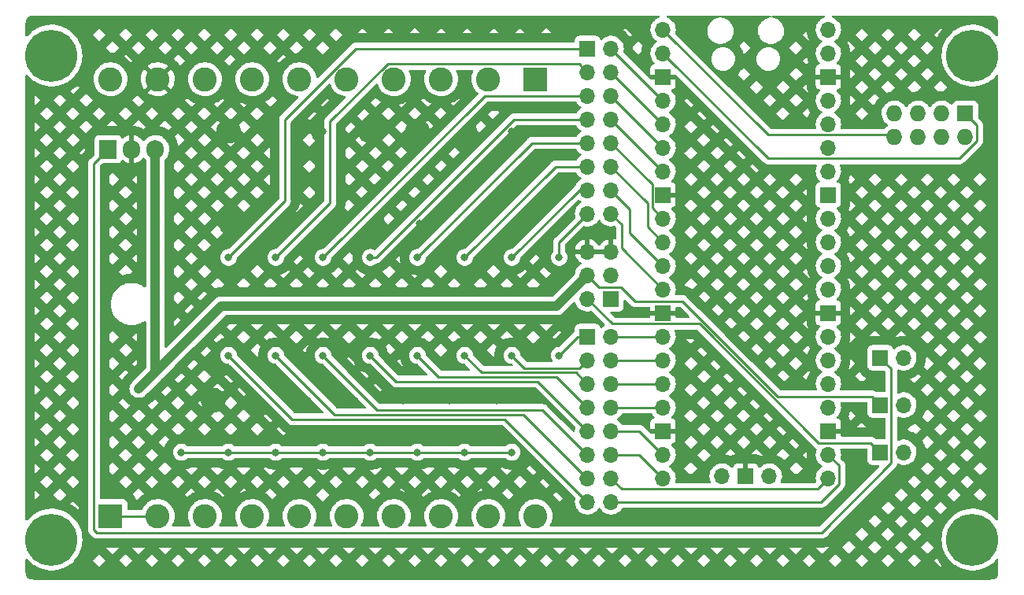
<source format=gbr>
%TF.GenerationSoftware,KiCad,Pcbnew,(6.0.11)*%
%TF.CreationDate,2023-03-20T13:43:10+01:00*%
%TF.ProjectId,Triggerbox_Deluxe,54726967-6765-4726-926f-785f44656c75,rev?*%
%TF.SameCoordinates,Original*%
%TF.FileFunction,Copper,L2,Bot*%
%TF.FilePolarity,Positive*%
%FSLAX46Y46*%
G04 Gerber Fmt 4.6, Leading zero omitted, Abs format (unit mm)*
G04 Created by KiCad (PCBNEW (6.0.11)) date 2023-03-20 13:43:10*
%MOMM*%
%LPD*%
G01*
G04 APERTURE LIST*
%TA.AperFunction,ComponentPad*%
%ADD10C,5.600000*%
%TD*%
%TA.AperFunction,ComponentPad*%
%ADD11R,1.700000X1.700000*%
%TD*%
%TA.AperFunction,ComponentPad*%
%ADD12O,1.700000X1.700000*%
%TD*%
%TA.AperFunction,ComponentPad*%
%ADD13R,1.727200X1.727200*%
%TD*%
%TA.AperFunction,ComponentPad*%
%ADD14O,1.727200X1.727200*%
%TD*%
%TA.AperFunction,ComponentPad*%
%ADD15R,1.905000X2.000000*%
%TD*%
%TA.AperFunction,ComponentPad*%
%ADD16O,1.905000X2.000000*%
%TD*%
%TA.AperFunction,ComponentPad*%
%ADD17R,2.600000X2.600000*%
%TD*%
%TA.AperFunction,ComponentPad*%
%ADD18C,2.600000*%
%TD*%
%TA.AperFunction,ViaPad*%
%ADD19C,0.800000*%
%TD*%
%TA.AperFunction,Conductor*%
%ADD20C,1.000000*%
%TD*%
%TA.AperFunction,Conductor*%
%ADD21C,0.250000*%
%TD*%
G04 APERTURE END LIST*
D10*
%TO.P,H1,1*%
%TO.N,N/C*%
X43942000Y-123698000D03*
%TD*%
D11*
%TO.P,JP3,1,A*%
%TO.N,+24V*%
X133091000Y-104140000D03*
D12*
%TO.P,JP3,2,B*%
%TO.N,Net-(JP3-Pad2)*%
X135631000Y-104140000D03*
%TD*%
D11*
%TO.P,JP1,1,A*%
%TO.N,+3.3V*%
X133091000Y-114300000D03*
D12*
%TO.P,JP1,2,B*%
%TO.N,Net-(JP1-Pad2)*%
X135631000Y-114300000D03*
%TD*%
D13*
%TO.P,U3,1,UTXD*%
%TO.N,ESP_TX*%
X142240000Y-77851000D03*
D14*
%TO.P,U3,2,GND*%
%TO.N,GND*%
X142240000Y-80391000D03*
%TO.P,U3,3,CH_PD*%
%TO.N,unconnected-(U3-Pad3)*%
X139700000Y-77851000D03*
%TO.P,U3,4,GPIO2*%
%TO.N,unconnected-(U3-Pad4)*%
X139700000Y-80391000D03*
%TO.P,U3,5,RST*%
%TO.N,unconnected-(U3-Pad5)*%
X137160000Y-77851000D03*
%TO.P,U3,6,GPIO0*%
%TO.N,unconnected-(U3-Pad6)*%
X137160000Y-80391000D03*
%TO.P,U3,7,VCC*%
%TO.N,ESP_3.3V*%
X134620000Y-77851000D03*
%TO.P,U3,8,URXD*%
%TO.N,ESP_RX*%
X134620000Y-80391000D03*
%TD*%
D11*
%TO.P,J4,1,Pin_1*%
%TO.N,IN_1*%
X101600000Y-101854000D03*
D12*
%TO.P,J4,2,Pin_2*%
%TO.N,GPIO10*%
X104140000Y-101854000D03*
%TO.P,J4,3,Pin_3*%
%TO.N,IN_2*%
X101600000Y-104394000D03*
%TO.P,J4,4,Pin_4*%
%TO.N,GPIO11*%
X104140000Y-104394000D03*
%TO.P,J4,5,Pin_5*%
%TO.N,IN_3*%
X101600000Y-106934000D03*
%TO.P,J4,6,Pin_6*%
%TO.N,GPIO12*%
X104140000Y-106934000D03*
%TO.P,J4,7,Pin_7*%
%TO.N,IN_4*%
X101600000Y-109474000D03*
%TO.P,J4,8,Pin_8*%
%TO.N,GPIO13*%
X104140000Y-109474000D03*
%TO.P,J4,9,Pin_9*%
%TO.N,IN_5*%
X101600000Y-112014000D03*
%TO.P,J4,10,Pin_10*%
%TO.N,GPIO14*%
X104140000Y-112014000D03*
%TO.P,J4,11,Pin_11*%
%TO.N,IN_6*%
X101600000Y-114554000D03*
%TO.P,J4,12,Pin_12*%
%TO.N,GPIO15*%
X104140000Y-114554000D03*
%TO.P,J4,13,Pin_13*%
%TO.N,IN_7*%
X101600000Y-117094000D03*
%TO.P,J4,14,Pin_14*%
%TO.N,GPIO16*%
X104140000Y-117094000D03*
%TO.P,J4,15,Pin_15*%
%TO.N,IN_8*%
X101600000Y-119634000D03*
%TO.P,J4,16,Pin_16*%
%TO.N,GPIO17*%
X104140000Y-119634000D03*
%TD*%
D11*
%TO.P,J5,1,Pin_1*%
%TO.N,OUT_1*%
X101600000Y-70866000D03*
D12*
%TO.P,J5,2,Pin_2*%
%TO.N,GPIO2*%
X104140000Y-70866000D03*
%TO.P,J5,3,Pin_3*%
%TO.N,OUT_2*%
X101600000Y-73406000D03*
%TO.P,J5,4,Pin_4*%
%TO.N,GPIO3*%
X104140000Y-73406000D03*
%TO.P,J5,5,Pin_5*%
%TO.N,OUT_3*%
X101600000Y-75946000D03*
%TO.P,J5,6,Pin_6*%
%TO.N,GPIO4*%
X104140000Y-75946000D03*
%TO.P,J5,7,Pin_7*%
%TO.N,OUT_4*%
X101600000Y-78486000D03*
%TO.P,J5,8,Pin_8*%
%TO.N,GPIO5*%
X104140000Y-78486000D03*
%TO.P,J5,9,Pin_9*%
%TO.N,OUT_5*%
X101600000Y-81026000D03*
%TO.P,J5,10,Pin_10*%
%TO.N,GPIO6*%
X104140000Y-81026000D03*
%TO.P,J5,11,Pin_11*%
%TO.N,OUT_6*%
X101600000Y-83566000D03*
%TO.P,J5,12,Pin_12*%
%TO.N,GPIO7*%
X104140000Y-83566000D03*
%TO.P,J5,13,Pin_13*%
%TO.N,OUT_7*%
X101600000Y-86106000D03*
%TO.P,J5,14,Pin_14*%
%TO.N,GPIO8*%
X104140000Y-86106000D03*
%TO.P,J5,15,Pin_15*%
%TO.N,OUT_8*%
X101600000Y-88646000D03*
%TO.P,J5,16,Pin_16*%
%TO.N,GPIO9*%
X104140000Y-88646000D03*
%TD*%
D15*
%TO.P,IC1,1,VI*%
%TO.N,+24V*%
X50038000Y-81702000D03*
D16*
%TO.P,IC1,2,GND*%
%TO.N,GND*%
X52578000Y-81702000D03*
%TO.P,IC1,3,VO*%
%TO.N,+5V*%
X55118000Y-81702000D03*
%TD*%
D12*
%TO.P,U2,1,GPIO0*%
%TO.N,ESP_RX*%
X109728000Y-68834000D03*
%TO.P,U2,2,GPIO1*%
%TO.N,ESP_TX*%
X109728000Y-71374000D03*
D11*
%TO.P,U2,3,GND*%
%TO.N,GND*%
X109728000Y-73914000D03*
D12*
%TO.P,U2,4,GPIO2*%
%TO.N,GPIO2*%
X109728000Y-76454000D03*
%TO.P,U2,5,GPIO3*%
%TO.N,GPIO3*%
X109728000Y-78994000D03*
%TO.P,U2,6,GPIO4*%
%TO.N,GPIO4*%
X109728000Y-81534000D03*
%TO.P,U2,7,GPIO5*%
%TO.N,GPIO5*%
X109728000Y-84074000D03*
D11*
%TO.P,U2,8,GND*%
%TO.N,GND*%
X109728000Y-86614000D03*
D12*
%TO.P,U2,9,GPIO6*%
%TO.N,GPIO6*%
X109728000Y-89154000D03*
%TO.P,U2,10,GPIO7*%
%TO.N,GPIO7*%
X109728000Y-91694000D03*
%TO.P,U2,11,GPIO8*%
%TO.N,GPIO8*%
X109728000Y-94234000D03*
%TO.P,U2,12,GPIO9*%
%TO.N,GPIO9*%
X109728000Y-96774000D03*
D11*
%TO.P,U2,13,GND*%
%TO.N,GND*%
X109728000Y-99314000D03*
D12*
%TO.P,U2,14,GPIO10*%
%TO.N,GPIO10*%
X109728000Y-101854000D03*
%TO.P,U2,15,GPIO11*%
%TO.N,GPIO11*%
X109728000Y-104394000D03*
%TO.P,U2,16,GPIO12*%
%TO.N,GPIO12*%
X109728000Y-106934000D03*
%TO.P,U2,17,GPIO13*%
%TO.N,GPIO13*%
X109728000Y-109474000D03*
D11*
%TO.P,U2,18,GND*%
%TO.N,GND*%
X109728000Y-112014000D03*
D12*
%TO.P,U2,19,GPIO14*%
%TO.N,GPIO14*%
X109728000Y-114554000D03*
%TO.P,U2,20,GPIO15*%
%TO.N,GPIO15*%
X109728000Y-117094000D03*
%TO.P,U2,21,GPIO16*%
%TO.N,GPIO16*%
X127508000Y-117094000D03*
%TO.P,U2,22,GPIO17*%
%TO.N,GPIO17*%
X127508000Y-114554000D03*
D11*
%TO.P,U2,23,GND*%
%TO.N,GND*%
X127508000Y-112014000D03*
D12*
%TO.P,U2,24,GPIO18*%
%TO.N,unconnected-(U2-Pad24)*%
X127508000Y-109474000D03*
%TO.P,U2,25,GPIO19*%
%TO.N,unconnected-(U2-Pad25)*%
X127508000Y-106934000D03*
%TO.P,U2,26,GPIO20*%
%TO.N,unconnected-(U2-Pad26)*%
X127508000Y-104394000D03*
%TO.P,U2,27,GPIO21*%
%TO.N,unconnected-(U2-Pad27)*%
X127508000Y-101854000D03*
D11*
%TO.P,U2,28,GND*%
%TO.N,GND*%
X127508000Y-99314000D03*
D12*
%TO.P,U2,29,GPIO22*%
%TO.N,unconnected-(U2-Pad29)*%
X127508000Y-96774000D03*
%TO.P,U2,30,RUN*%
%TO.N,unconnected-(U2-Pad30)*%
X127508000Y-94234000D03*
%TO.P,U2,31,GPIO26_ADC0*%
%TO.N,unconnected-(U2-Pad31)*%
X127508000Y-91694000D03*
%TO.P,U2,32,GPIO27_ADC1*%
%TO.N,unconnected-(U2-Pad32)*%
X127508000Y-89154000D03*
D11*
%TO.P,U2,33,AGND*%
%TO.N,unconnected-(U2-Pad33)*%
X127508000Y-86614000D03*
D12*
%TO.P,U2,34,GPIO28_ADC2*%
%TO.N,unconnected-(U2-Pad34)*%
X127508000Y-84074000D03*
%TO.P,U2,35,ADC_VREF*%
%TO.N,unconnected-(U2-Pad35)*%
X127508000Y-81534000D03*
%TO.P,U2,36,3V3*%
%TO.N,unconnected-(U2-Pad36)*%
X127508000Y-78994000D03*
%TO.P,U2,37,3V3_EN*%
%TO.N,unconnected-(U2-Pad37)*%
X127508000Y-76454000D03*
D11*
%TO.P,U2,38,GND*%
%TO.N,GND*%
X127508000Y-73914000D03*
D12*
%TO.P,U2,39,VSYS*%
%TO.N,Pico_5V*%
X127508000Y-71374000D03*
%TO.P,U2,40,VBUS*%
%TO.N,unconnected-(U2-Pad40)*%
X127508000Y-68834000D03*
%TO.P,U2,41,SWCLK*%
%TO.N,unconnected-(U2-Pad41)*%
X116078000Y-116864000D03*
D11*
%TO.P,U2,42,GND*%
%TO.N,GND*%
X118618000Y-116864000D03*
D12*
%TO.P,U2,43,SWDIO*%
%TO.N,unconnected-(U2-Pad43)*%
X121158000Y-116864000D03*
%TD*%
D11*
%TO.P,J3,1,Pin_1*%
%TO.N,ESP_3.3V*%
X104140000Y-97790000D03*
D12*
%TO.P,J3,2,Pin_2*%
%TO.N,+3.3V*%
X101600000Y-97790000D03*
%TO.P,J3,3,Pin_3*%
%TO.N,Pico_5V*%
X104140000Y-95250000D03*
%TO.P,J3,4,Pin_4*%
%TO.N,+5V*%
X101600000Y-95250000D03*
%TO.P,J3,5,Pin_5*%
%TO.N,GND*%
X104140000Y-92710000D03*
%TO.P,J3,6,Pin_6*%
X101600000Y-92710000D03*
%TD*%
D10*
%TO.P,H4,1*%
%TO.N,N/C*%
X43942000Y-71628000D03*
%TD*%
%TO.P,H3,1*%
%TO.N,N/C*%
X143002000Y-71628000D03*
%TD*%
D11*
%TO.P,JP2,1,A*%
%TO.N,+5V*%
X133091000Y-109220000D03*
D12*
%TO.P,JP2,2,B*%
%TO.N,Net-(JP2-Pad2)*%
X135631000Y-109220000D03*
%TD*%
D17*
%TO.P,J1,1,Pin_1*%
%TO.N,OUT8*%
X96012000Y-74168000D03*
D18*
%TO.P,J1,2,Pin_2*%
%TO.N,OUT7*%
X90932000Y-74168000D03*
%TO.P,J1,3,Pin_3*%
%TO.N,OUT6*%
X85852000Y-74168000D03*
%TO.P,J1,4,Pin_4*%
%TO.N,OUT5*%
X80772000Y-74168000D03*
%TO.P,J1,5,Pin_5*%
%TO.N,OUT4*%
X75692000Y-74168000D03*
%TO.P,J1,6,Pin_6*%
%TO.N,OUT3*%
X70612000Y-74168000D03*
%TO.P,J1,7,Pin_7*%
%TO.N,OUT2*%
X65532000Y-74168000D03*
%TO.P,J1,8,Pin_8*%
%TO.N,OUT1*%
X60452000Y-74168000D03*
%TO.P,J1,9,Pin_9*%
%TO.N,GND*%
X55372000Y-74168000D03*
%TO.P,J1,10,Pin_10*%
%TO.N,+24V*%
X50292000Y-74168000D03*
%TD*%
D17*
%TO.P,J2,1,Pin_1*%
%TO.N,GND1*%
X50292000Y-121158000D03*
D18*
%TO.P,J2,2,Pin_2*%
X55372000Y-121158000D03*
%TO.P,J2,3,Pin_3*%
%TO.N,IN8*%
X60452000Y-121158000D03*
%TO.P,J2,4,Pin_4*%
%TO.N,IN7*%
X65532000Y-121158000D03*
%TO.P,J2,5,Pin_5*%
%TO.N,IN6*%
X70612000Y-121158000D03*
%TO.P,J2,6,Pin_6*%
%TO.N,IN5*%
X75692000Y-121158000D03*
%TO.P,J2,7,Pin_7*%
%TO.N,IN4*%
X80772000Y-121158000D03*
%TO.P,J2,8,Pin_8*%
%TO.N,IN3*%
X85852000Y-121158000D03*
%TO.P,J2,9,Pin_9*%
%TO.N,IN2*%
X90932000Y-121158000D03*
%TO.P,J2,10,Pin_10*%
%TO.N,IN1*%
X96012000Y-121158000D03*
%TD*%
D10*
%TO.P,H2,1*%
%TO.N,N/C*%
X143002000Y-123698000D03*
%TD*%
D19*
%TO.N,+5V*%
X53340000Y-107442000D03*
%TO.N,GND*%
X91821000Y-108712000D03*
X81788000Y-108712000D03*
X83312000Y-79756000D03*
X71501000Y-108712000D03*
X78232000Y-79756000D03*
X98552000Y-79756000D03*
X96901000Y-108712000D03*
X68072000Y-79756000D03*
X61341000Y-108712000D03*
X93726000Y-89662000D03*
X86741000Y-108712000D03*
X62992000Y-79756000D03*
X93472000Y-79756000D03*
X78486000Y-89662000D03*
X73406000Y-89662000D03*
X76581000Y-108712000D03*
X66421000Y-108712000D03*
X63246000Y-89662000D03*
X98806000Y-89662000D03*
X88392000Y-79756000D03*
X68326000Y-89662000D03*
X83566000Y-89662000D03*
X73152000Y-79756000D03*
X88646000Y-89662000D03*
%TO.N,GND1*%
X57912000Y-114300000D03*
X93472000Y-114300000D03*
X62992000Y-114300000D03*
X68072000Y-114300000D03*
X83312000Y-114300000D03*
X88392000Y-114300000D03*
X78232000Y-114300000D03*
X73152000Y-114300000D03*
%TO.N,IN_1*%
X98552000Y-103886000D03*
%TO.N,IN_2*%
X93472000Y-103886000D03*
%TO.N,IN_4*%
X83312000Y-103886000D03*
%TO.N,IN_3*%
X88392000Y-103886000D03*
%TO.N,IN_5*%
X78232000Y-103886000D03*
%TO.N,IN_6*%
X73152000Y-103886000D03*
%TO.N,IN_7*%
X68072000Y-103886000D03*
%TO.N,IN_8*%
X62992000Y-103886000D03*
%TO.N,OUT_1*%
X62992000Y-93345000D03*
%TO.N,OUT_2*%
X68072000Y-93345000D03*
%TO.N,OUT_3*%
X73152000Y-93345000D03*
%TO.N,OUT_4*%
X78232000Y-93345000D03*
%TO.N,OUT_5*%
X83312000Y-93345000D03*
%TO.N,OUT_6*%
X88392000Y-93345000D03*
%TO.N,OUT_7*%
X93472000Y-93345000D03*
%TO.N,OUT_8*%
X98552000Y-93345000D03*
%TD*%
D20*
%TO.N,+5V*%
X62230000Y-98552000D02*
X98298000Y-98552000D01*
D21*
X105220000Y-96520000D02*
X102870000Y-96520000D01*
X102870000Y-96520000D02*
X101600000Y-95250000D01*
D20*
X55118000Y-105664000D02*
X62230000Y-98552000D01*
X55118000Y-105664000D02*
X53340000Y-107442000D01*
D21*
X111824396Y-98044000D02*
X106744000Y-98044000D01*
X106744000Y-98044000D02*
X105220000Y-96520000D01*
X122079396Y-108299000D02*
X111824396Y-98044000D01*
D20*
X55118000Y-81702000D02*
X55118000Y-105664000D01*
D21*
X122079396Y-108299000D02*
X132170000Y-108299000D01*
X132170000Y-108299000D02*
X133091000Y-109220000D01*
D20*
X98298000Y-98552000D02*
X101600000Y-95250000D01*
D21*
%TO.N,+3.3V*%
X132075000Y-113284000D02*
X133091000Y-114300000D01*
X104299000Y-100489000D02*
X113633000Y-100489000D01*
X126428000Y-113284000D02*
X132075000Y-113284000D01*
X101600000Y-97790000D02*
X104299000Y-100489000D01*
X113633000Y-100489000D02*
X126428000Y-113284000D01*
%TO.N,+24V*%
X48514000Y-122630000D02*
X48514000Y-83226000D01*
X126805000Y-122936000D02*
X48820000Y-122936000D01*
X134266000Y-105315000D02*
X134266000Y-115475000D01*
X48820000Y-122936000D02*
X48514000Y-122630000D01*
X48514000Y-83226000D02*
X50038000Y-81702000D01*
X133091000Y-104140000D02*
X134266000Y-105315000D01*
X134266000Y-115475000D02*
X126805000Y-122936000D01*
%TO.N,GND1*%
X62992000Y-114300000D02*
X57912000Y-114300000D01*
X68072000Y-114300000D02*
X62992000Y-114300000D01*
X83312000Y-114300000D02*
X78232000Y-114300000D01*
X83312000Y-114300000D02*
X88392000Y-114300000D01*
X78232000Y-114300000D02*
X73152000Y-114300000D01*
X55372000Y-121158000D02*
X50292000Y-121158000D01*
X73152000Y-114300000D02*
X68072000Y-114300000D01*
X93472000Y-114300000D02*
X88392000Y-114300000D01*
%TO.N,IN_1*%
X101600000Y-101854000D02*
X100584000Y-101854000D01*
X100584000Y-101854000D02*
X98552000Y-103886000D01*
%TO.N,IN_2*%
X100750000Y-105244000D02*
X94830000Y-105244000D01*
X94830000Y-105244000D02*
X93472000Y-103886000D01*
X101600000Y-104394000D02*
X100750000Y-105244000D01*
%TO.N,IN_4*%
X101600000Y-109474000D02*
X98298000Y-106172000D01*
X85598000Y-106172000D02*
X83312000Y-103886000D01*
X98298000Y-106172000D02*
X85598000Y-106172000D01*
%TO.N,IN_3*%
X100360000Y-105694000D02*
X90200000Y-105694000D01*
X90200000Y-105694000D02*
X88392000Y-103886000D01*
X101600000Y-106934000D02*
X100360000Y-105694000D01*
%TO.N,IN_5*%
X78232000Y-103886000D02*
X81026000Y-106680000D01*
X96266000Y-106680000D02*
X101600000Y-112014000D01*
X81026000Y-106680000D02*
X96266000Y-106680000D01*
%TO.N,IN_6*%
X78994000Y-109728000D02*
X96774000Y-109728000D01*
X101600000Y-114554000D02*
X96774000Y-109728000D01*
X73152000Y-103886000D02*
X78994000Y-109728000D01*
%TO.N,IN_7*%
X94742000Y-110236000D02*
X101600000Y-117094000D01*
X74422000Y-110236000D02*
X94742000Y-110236000D01*
X68072000Y-103886000D02*
X74422000Y-110236000D01*
%TO.N,IN_8*%
X92710000Y-110744000D02*
X69850000Y-110744000D01*
X62992000Y-103886000D02*
X69850000Y-110744000D01*
X101600000Y-119634000D02*
X92710000Y-110744000D01*
%TO.N,OUT_1*%
X69051000Y-87286000D02*
X62992000Y-93345000D01*
X69051000Y-78510902D02*
X69051000Y-87286000D01*
X101600000Y-70866000D02*
X76695902Y-70866000D01*
X76695902Y-70866000D02*
X69051000Y-78510902D01*
%TO.N,OUT_2*%
X80098902Y-72543000D02*
X73914000Y-78727902D01*
X73914000Y-78727902D02*
X73914000Y-87503000D01*
X73914000Y-87503000D02*
X68072000Y-93345000D01*
X100737000Y-72543000D02*
X80098902Y-72543000D01*
X101600000Y-73406000D02*
X100737000Y-72543000D01*
%TO.N,OUT_3*%
X101600000Y-75946000D02*
X90551000Y-75946000D01*
X90551000Y-75946000D02*
X73152000Y-93345000D01*
%TO.N,OUT_4*%
X101600000Y-78486000D02*
X93716695Y-78486000D01*
X93716695Y-78486000D02*
X78857695Y-93345000D01*
X78857695Y-93345000D02*
X78232000Y-93345000D01*
%TO.N,OUT_5*%
X101600000Y-81026000D02*
X95631000Y-81026000D01*
X95631000Y-81026000D02*
X83312000Y-93345000D01*
%TO.N,OUT_6*%
X101600000Y-83566000D02*
X98171000Y-83566000D01*
X98171000Y-83566000D02*
X88392000Y-93345000D01*
%TO.N,OUT_7*%
X101600000Y-86106000D02*
X100711000Y-86106000D01*
X100711000Y-86106000D02*
X93472000Y-93345000D01*
%TO.N,OUT_8*%
X101600000Y-88646000D02*
X98552000Y-91694000D01*
X98552000Y-91694000D02*
X98552000Y-93345000D01*
%TO.N,GPIO8*%
X106172000Y-88138000D02*
X106172000Y-90678000D01*
X106172000Y-90678000D02*
X109728000Y-94234000D01*
X104140000Y-86106000D02*
X106172000Y-88138000D01*
%TO.N,GPIO9*%
X105315000Y-89821000D02*
X105315000Y-92361000D01*
X104140000Y-88646000D02*
X105315000Y-89821000D01*
X105315000Y-92361000D02*
X109728000Y-96774000D01*
%TO.N,GPIO10*%
X104140000Y-101854000D02*
X109728000Y-101854000D01*
%TO.N,GPIO11*%
X104140000Y-104394000D02*
X109728000Y-104394000D01*
%TO.N,GPIO12*%
X104140000Y-106934000D02*
X109728000Y-106934000D01*
%TO.N,GPIO13*%
X104140000Y-109474000D02*
X109728000Y-109474000D01*
%TO.N,GPIO14*%
X107188000Y-112014000D02*
X109728000Y-114554000D01*
X104140000Y-112014000D02*
X107188000Y-112014000D01*
%TO.N,GPIO15*%
X107188000Y-114554000D02*
X109728000Y-117094000D01*
X104140000Y-114554000D02*
X107188000Y-114554000D01*
%TO.N,GPIO16*%
X105315000Y-118269000D02*
X126333000Y-118269000D01*
X126333000Y-118269000D02*
X127508000Y-117094000D01*
X104140000Y-117094000D02*
X105315000Y-118269000D01*
%TO.N,GPIO17*%
X126746000Y-119634000D02*
X104140000Y-119634000D01*
X127508000Y-114554000D02*
X128683000Y-115729000D01*
X128683000Y-115729000D02*
X128683000Y-117697000D01*
X128683000Y-117697000D02*
X126746000Y-119634000D01*
%TO.N,GPIO2*%
X104140000Y-70866000D02*
X109728000Y-76454000D01*
%TO.N,GPIO3*%
X104140000Y-73406000D02*
X109728000Y-78994000D01*
%TO.N,GPIO4*%
X104140000Y-75946000D02*
X109728000Y-81534000D01*
%TO.N,GPIO5*%
X104140000Y-78486000D02*
X109728000Y-84074000D01*
%TO.N,GPIO6*%
X108553000Y-85439000D02*
X108553000Y-87979000D01*
X108553000Y-87979000D02*
X109728000Y-89154000D01*
X104140000Y-81026000D02*
X108553000Y-85439000D01*
%TO.N,GPIO7*%
X104140000Y-83566000D02*
X108103000Y-87529000D01*
X108103000Y-90069000D02*
X109728000Y-91694000D01*
X108103000Y-87529000D02*
X108103000Y-90069000D01*
%TO.N,ESP_RX*%
X121063000Y-80169000D02*
X134398000Y-80169000D01*
X109728000Y-68834000D02*
X121063000Y-80169000D01*
X134398000Y-80169000D02*
X134620000Y-80391000D01*
%TO.N,ESP_TX*%
X141602935Y-82709000D02*
X143510000Y-80801935D01*
X109728000Y-71374000D02*
X121063000Y-82709000D01*
X143510000Y-79121000D02*
X142240000Y-77851000D01*
X121063000Y-82709000D02*
X141602935Y-82709000D01*
X143510000Y-80801935D02*
X143510000Y-79121000D01*
%TD*%
%TA.AperFunction,Conductor*%
%TO.N,GND*%
G36*
X47157269Y-67310501D02*
G01*
X109225090Y-67310517D01*
X109293211Y-67330519D01*
X109339704Y-67384175D01*
X109349807Y-67454449D01*
X109320314Y-67519029D01*
X109264235Y-67556282D01*
X109199756Y-67577357D01*
X109174015Y-67590757D01*
X109015740Y-67673150D01*
X109001607Y-67680507D01*
X108997474Y-67683610D01*
X108997471Y-67683612D01*
X108827100Y-67811530D01*
X108822965Y-67814635D01*
X108819393Y-67818373D01*
X108730357Y-67911544D01*
X108668629Y-67976138D01*
X108665715Y-67980410D01*
X108665714Y-67980411D01*
X108594649Y-68084589D01*
X108542743Y-68160680D01*
X108527003Y-68194590D01*
X108451493Y-68357263D01*
X108448688Y-68363305D01*
X108388989Y-68578570D01*
X108365251Y-68800695D01*
X108365548Y-68805848D01*
X108365548Y-68805851D01*
X108374667Y-68964000D01*
X108378110Y-69023715D01*
X108379247Y-69028761D01*
X108379248Y-69028767D01*
X108395215Y-69099616D01*
X108427222Y-69241639D01*
X108465461Y-69335811D01*
X108508385Y-69441520D01*
X108511266Y-69448616D01*
X108553189Y-69517029D01*
X108617603Y-69622142D01*
X108627987Y-69639088D01*
X108774250Y-69807938D01*
X108946126Y-69950632D01*
X108971753Y-69965607D01*
X109019445Y-69993476D01*
X109068169Y-70045114D01*
X109081240Y-70114897D01*
X109054509Y-70180669D01*
X109014055Y-70214027D01*
X109001607Y-70220507D01*
X108997474Y-70223610D01*
X108997471Y-70223612D01*
X108835856Y-70344956D01*
X108822965Y-70354635D01*
X108668629Y-70516138D01*
X108665715Y-70520410D01*
X108665714Y-70520411D01*
X108640716Y-70557057D01*
X108542743Y-70700680D01*
X108448688Y-70903305D01*
X108388989Y-71118570D01*
X108365251Y-71340695D01*
X108365548Y-71345848D01*
X108365548Y-71345851D01*
X108373868Y-71490151D01*
X108378110Y-71563715D01*
X108379247Y-71568761D01*
X108379248Y-71568767D01*
X108397810Y-71651131D01*
X108427222Y-71781639D01*
X108481186Y-71914538D01*
X108509168Y-71983448D01*
X108511266Y-71988616D01*
X108550587Y-72052782D01*
X108620456Y-72166798D01*
X108627987Y-72179088D01*
X108774250Y-72347938D01*
X108778225Y-72351238D01*
X108778231Y-72351244D01*
X108783425Y-72355556D01*
X108823059Y-72414460D01*
X108824555Y-72485441D01*
X108787439Y-72545962D01*
X108747168Y-72570480D01*
X108639946Y-72610676D01*
X108624351Y-72619214D01*
X108522276Y-72695715D01*
X108509715Y-72708276D01*
X108433214Y-72810351D01*
X108424676Y-72825946D01*
X108379522Y-72946394D01*
X108375895Y-72961649D01*
X108370370Y-73012504D01*
X108370000Y-73019328D01*
X108370000Y-73641885D01*
X108374475Y-73657124D01*
X108375865Y-73658329D01*
X108383548Y-73660000D01*
X111065906Y-73660000D01*
X111134027Y-73680002D01*
X111155000Y-73696905D01*
X120559348Y-83101253D01*
X120566888Y-83109539D01*
X120571000Y-83116018D01*
X120576777Y-83121443D01*
X120620651Y-83162643D01*
X120623493Y-83165398D01*
X120643230Y-83185135D01*
X120646427Y-83187615D01*
X120655447Y-83195318D01*
X120687679Y-83225586D01*
X120694625Y-83229405D01*
X120694628Y-83229407D01*
X120705434Y-83235348D01*
X120721953Y-83246199D01*
X120737959Y-83258614D01*
X120745228Y-83261759D01*
X120745232Y-83261762D01*
X120778537Y-83276174D01*
X120789187Y-83281391D01*
X120827940Y-83302695D01*
X120835615Y-83304666D01*
X120835616Y-83304666D01*
X120847562Y-83307733D01*
X120866267Y-83314137D01*
X120884855Y-83322181D01*
X120892678Y-83323420D01*
X120892688Y-83323423D01*
X120928524Y-83329099D01*
X120940144Y-83331505D01*
X120971959Y-83339673D01*
X120982970Y-83342500D01*
X121003224Y-83342500D01*
X121022934Y-83344051D01*
X121042943Y-83347220D01*
X121050835Y-83346474D01*
X121069580Y-83344702D01*
X121086962Y-83343059D01*
X121098819Y-83342500D01*
X126152349Y-83342500D01*
X126220470Y-83362502D01*
X126266963Y-83416158D01*
X126277067Y-83486432D01*
X126266637Y-83521550D01*
X126232158Y-83595830D01*
X126228688Y-83603305D01*
X126168989Y-83818570D01*
X126145251Y-84040695D01*
X126145548Y-84045848D01*
X126145548Y-84045851D01*
X126150915Y-84138924D01*
X126158110Y-84263715D01*
X126159247Y-84268761D01*
X126159248Y-84268767D01*
X126175414Y-84340500D01*
X126207222Y-84481639D01*
X126291266Y-84688616D01*
X126293965Y-84693020D01*
X126399926Y-84865933D01*
X126407987Y-84879088D01*
X126554250Y-85047938D01*
X126558230Y-85051242D01*
X126562981Y-85055187D01*
X126602616Y-85114090D01*
X126604113Y-85185071D01*
X126566997Y-85245593D01*
X126526724Y-85270112D01*
X126411295Y-85313385D01*
X126294739Y-85400739D01*
X126207385Y-85517295D01*
X126156255Y-85653684D01*
X126149500Y-85715866D01*
X126149500Y-87512134D01*
X126156255Y-87574316D01*
X126207385Y-87710705D01*
X126294739Y-87827261D01*
X126411295Y-87914615D01*
X126419704Y-87917767D01*
X126419705Y-87917768D01*
X126528451Y-87958535D01*
X126585216Y-88001176D01*
X126609916Y-88067738D01*
X126594709Y-88137087D01*
X126575316Y-88163568D01*
X126448629Y-88296138D01*
X126445715Y-88300410D01*
X126445714Y-88300411D01*
X126404484Y-88360852D01*
X126322743Y-88480680D01*
X126307003Y-88514590D01*
X126259071Y-88617851D01*
X126228688Y-88683305D01*
X126168989Y-88898570D01*
X126145251Y-89120695D01*
X126145548Y-89125848D01*
X126145548Y-89125851D01*
X126151011Y-89220590D01*
X126158110Y-89343715D01*
X126159247Y-89348761D01*
X126159248Y-89348767D01*
X126177747Y-89430851D01*
X126207222Y-89561639D01*
X126291266Y-89768616D01*
X126293965Y-89773020D01*
X126404370Y-89953185D01*
X126407987Y-89959088D01*
X126554250Y-90127938D01*
X126726126Y-90270632D01*
X126773406Y-90298260D01*
X126799445Y-90313476D01*
X126848169Y-90365114D01*
X126861240Y-90434897D01*
X126834509Y-90500669D01*
X126794055Y-90534027D01*
X126781607Y-90540507D01*
X126777474Y-90543610D01*
X126777471Y-90543612D01*
X126607100Y-90671530D01*
X126602965Y-90674635D01*
X126448629Y-90836138D01*
X126322743Y-91020680D01*
X126307003Y-91054590D01*
X126240278Y-91198337D01*
X126228688Y-91223305D01*
X126168989Y-91438570D01*
X126145251Y-91660695D01*
X126145548Y-91665848D01*
X126145548Y-91665851D01*
X126151011Y-91760590D01*
X126158110Y-91883715D01*
X126159247Y-91888761D01*
X126159248Y-91888767D01*
X126174491Y-91956404D01*
X126207222Y-92101639D01*
X126245461Y-92195811D01*
X126288137Y-92300909D01*
X126291266Y-92308616D01*
X126293965Y-92313020D01*
X126402333Y-92489861D01*
X126407987Y-92499088D01*
X126554250Y-92667938D01*
X126681638Y-92773697D01*
X126711040Y-92798107D01*
X126726126Y-92810632D01*
X126772961Y-92838000D01*
X126799445Y-92853476D01*
X126848169Y-92905114D01*
X126861240Y-92974897D01*
X126834509Y-93040669D01*
X126794055Y-93074027D01*
X126781607Y-93080507D01*
X126777474Y-93083610D01*
X126777471Y-93083612D01*
X126607100Y-93211530D01*
X126602965Y-93214635D01*
X126599393Y-93218373D01*
X126454775Y-93369707D01*
X126448629Y-93376138D01*
X126445715Y-93380410D01*
X126445714Y-93380411D01*
X126440562Y-93387964D01*
X126322743Y-93560680D01*
X126283239Y-93645785D01*
X126232464Y-93755171D01*
X126228688Y-93763305D01*
X126168989Y-93978570D01*
X126145251Y-94200695D01*
X126145548Y-94205848D01*
X126145548Y-94205851D01*
X126151011Y-94300590D01*
X126158110Y-94423715D01*
X126159247Y-94428761D01*
X126159248Y-94428767D01*
X126179119Y-94516939D01*
X126207222Y-94641639D01*
X126291266Y-94848616D01*
X126293965Y-94853020D01*
X126400801Y-95027361D01*
X126407987Y-95039088D01*
X126554250Y-95207938D01*
X126726126Y-95350632D01*
X126751753Y-95365607D01*
X126799445Y-95393476D01*
X126848169Y-95445114D01*
X126861240Y-95514897D01*
X126834509Y-95580669D01*
X126794055Y-95614027D01*
X126781607Y-95620507D01*
X126777474Y-95623610D01*
X126777471Y-95623612D01*
X126607100Y-95751530D01*
X126602965Y-95754635D01*
X126448629Y-95916138D01*
X126445715Y-95920410D01*
X126445714Y-95920411D01*
X126392403Y-95998562D01*
X126322743Y-96100680D01*
X126228688Y-96303305D01*
X126168989Y-96518570D01*
X126145251Y-96740695D01*
X126145548Y-96745848D01*
X126145548Y-96745851D01*
X126151011Y-96840590D01*
X126158110Y-96963715D01*
X126159247Y-96968761D01*
X126159248Y-96968767D01*
X126162019Y-96981062D01*
X126207222Y-97181639D01*
X126245461Y-97275811D01*
X126285167Y-97373595D01*
X126291266Y-97388616D01*
X126325982Y-97445267D01*
X126401110Y-97567865D01*
X126407987Y-97579088D01*
X126554250Y-97747938D01*
X126558225Y-97751238D01*
X126558231Y-97751244D01*
X126563425Y-97755556D01*
X126603059Y-97814460D01*
X126604555Y-97885441D01*
X126567439Y-97945962D01*
X126527168Y-97970480D01*
X126419946Y-98010676D01*
X126404351Y-98019214D01*
X126302276Y-98095715D01*
X126289715Y-98108276D01*
X126213214Y-98210351D01*
X126204676Y-98225946D01*
X126159522Y-98346394D01*
X126155895Y-98361649D01*
X126150370Y-98412504D01*
X126150000Y-98419328D01*
X126150000Y-99041885D01*
X126154475Y-99057124D01*
X126155865Y-99058329D01*
X126163548Y-99060000D01*
X128847884Y-99060000D01*
X128863123Y-99055525D01*
X128864328Y-99054135D01*
X128865999Y-99046452D01*
X128865999Y-98419331D01*
X128865629Y-98412504D01*
X128860105Y-98361648D01*
X128856479Y-98346396D01*
X128811324Y-98225946D01*
X128802786Y-98210351D01*
X128726285Y-98108276D01*
X128713724Y-98095715D01*
X128611649Y-98019214D01*
X128596054Y-98010676D01*
X128485813Y-97969348D01*
X128429049Y-97926706D01*
X128404349Y-97860145D01*
X128419557Y-97790796D01*
X128441104Y-97762115D01*
X128540579Y-97662989D01*
X130393246Y-97662989D01*
X131101768Y-98371511D01*
X131810290Y-97662989D01*
X133221673Y-97662989D01*
X133930195Y-98371511D01*
X134638717Y-97662989D01*
X136050100Y-97662989D01*
X136758622Y-98371511D01*
X137467144Y-97662989D01*
X138878527Y-97662989D01*
X139587049Y-98371511D01*
X140295571Y-97662989D01*
X141706954Y-97662989D01*
X142415476Y-98371511D01*
X143123998Y-97662989D01*
X142415476Y-96954467D01*
X141706954Y-97662989D01*
X140295571Y-97662989D01*
X139587049Y-96954467D01*
X138878527Y-97662989D01*
X137467144Y-97662989D01*
X136758622Y-96954467D01*
X136050100Y-97662989D01*
X134638717Y-97662989D01*
X133930195Y-96954467D01*
X133221673Y-97662989D01*
X131810290Y-97662989D01*
X131101768Y-96954467D01*
X130393246Y-97662989D01*
X128540579Y-97662989D01*
X128542430Y-97661144D01*
X128542440Y-97661132D01*
X128546096Y-97657489D01*
X128554710Y-97645502D01*
X128673435Y-97480277D01*
X128676453Y-97476077D01*
X128681868Y-97465122D01*
X128773136Y-97280453D01*
X128773137Y-97280451D01*
X128775430Y-97275811D01*
X128840370Y-97062069D01*
X128869529Y-96840590D01*
X128870103Y-96817111D01*
X128871074Y-96777365D01*
X128871074Y-96777361D01*
X128871156Y-96774000D01*
X128852852Y-96551361D01*
X128798431Y-96334702D01*
X128709354Y-96129840D01*
X128643400Y-96027891D01*
X128590822Y-95946617D01*
X128590820Y-95946614D01*
X128588014Y-95942277D01*
X128437670Y-95777051D01*
X128433619Y-95773852D01*
X128433615Y-95773848D01*
X128271766Y-95646027D01*
X129581781Y-95646027D01*
X129583646Y-95649340D01*
X129593403Y-95667537D01*
X129595751Y-95672142D01*
X129622422Y-95727193D01*
X129624578Y-95731886D01*
X129713655Y-95936748D01*
X129715618Y-95941526D01*
X129737685Y-95998562D01*
X129739450Y-96003418D01*
X129746105Y-96022965D01*
X129747670Y-96027891D01*
X129765002Y-96086586D01*
X129766364Y-96091573D01*
X129820785Y-96308232D01*
X129821941Y-96313272D01*
X129834402Y-96373188D01*
X129835351Y-96378268D01*
X129838723Y-96398640D01*
X129839461Y-96403752D01*
X129846967Y-96464448D01*
X129847496Y-96469588D01*
X129865800Y-96692227D01*
X129866031Y-96695573D01*
X129868230Y-96735221D01*
X129868371Y-96738571D01*
X129868757Y-96751973D01*
X129868809Y-96755328D01*
X129868854Y-96775998D01*
X130396076Y-96248776D01*
X131807459Y-96248776D01*
X132515981Y-96957298D01*
X133224503Y-96248776D01*
X134635888Y-96248776D01*
X135344409Y-96957297D01*
X136052930Y-96248776D01*
X137464314Y-96248776D01*
X138172835Y-96957297D01*
X138881356Y-96248776D01*
X140292741Y-96248776D01*
X141001263Y-96957298D01*
X141709785Y-96248776D01*
X143121168Y-96248776D01*
X143829690Y-96957298D01*
X144538212Y-96248776D01*
X143829690Y-95540254D01*
X143121168Y-96248776D01*
X141709785Y-96248776D01*
X141001263Y-95540254D01*
X140292741Y-96248776D01*
X138881356Y-96248776D01*
X138172835Y-95540255D01*
X137464314Y-96248776D01*
X136052930Y-96248776D01*
X135344409Y-95540255D01*
X134635888Y-96248776D01*
X133224503Y-96248776D01*
X132515981Y-95540254D01*
X131807459Y-96248776D01*
X130396076Y-96248776D01*
X129687554Y-95540254D01*
X129581781Y-95646027D01*
X128271766Y-95646027D01*
X128266414Y-95641800D01*
X128266410Y-95641798D01*
X128262359Y-95638598D01*
X128221053Y-95615796D01*
X128171084Y-95565364D01*
X128156312Y-95495921D01*
X128181428Y-95429516D01*
X128208780Y-95402909D01*
X128261075Y-95365607D01*
X128387860Y-95275173D01*
X128409745Y-95253365D01*
X128524850Y-95138661D01*
X128546096Y-95117489D01*
X128553510Y-95107172D01*
X128673435Y-94940277D01*
X128676453Y-94936077D01*
X128681868Y-94925122D01*
X128726625Y-94834562D01*
X130393246Y-94834562D01*
X131101768Y-95543084D01*
X131810290Y-94834562D01*
X133221673Y-94834562D01*
X133930195Y-95543084D01*
X134638717Y-94834562D01*
X136050100Y-94834562D01*
X136758622Y-95543084D01*
X137467144Y-94834562D01*
X138878527Y-94834562D01*
X139587049Y-95543084D01*
X140295571Y-94834562D01*
X141706954Y-94834562D01*
X142415476Y-95543084D01*
X143123998Y-94834562D01*
X142415476Y-94126040D01*
X141706954Y-94834562D01*
X140295571Y-94834562D01*
X139587049Y-94126040D01*
X138878527Y-94834562D01*
X137467144Y-94834562D01*
X136758622Y-94126040D01*
X136050100Y-94834562D01*
X134638717Y-94834562D01*
X133930195Y-94126040D01*
X133221673Y-94834562D01*
X131810290Y-94834562D01*
X131101768Y-94126040D01*
X130393246Y-94834562D01*
X128726625Y-94834562D01*
X128773136Y-94740453D01*
X128773137Y-94740451D01*
X128775430Y-94735811D01*
X128822351Y-94581375D01*
X128838865Y-94527023D01*
X128838865Y-94527021D01*
X128840370Y-94522069D01*
X128869529Y-94300590D01*
X128869611Y-94297240D01*
X128871074Y-94237365D01*
X128871074Y-94237361D01*
X128871156Y-94234000D01*
X128852852Y-94011361D01*
X128798431Y-93794702D01*
X128709354Y-93589840D01*
X128643400Y-93487891D01*
X128590822Y-93406617D01*
X128590820Y-93406614D01*
X128588014Y-93402277D01*
X128437670Y-93237051D01*
X128433619Y-93233852D01*
X128433615Y-93233848D01*
X128266414Y-93101800D01*
X128266410Y-93101798D01*
X128262359Y-93098598D01*
X128221053Y-93075796D01*
X128171084Y-93025364D01*
X128158591Y-92966634D01*
X129494816Y-92966634D01*
X129547294Y-93047752D01*
X129550011Y-93052146D01*
X129581110Y-93104835D01*
X129583646Y-93109340D01*
X129593403Y-93127537D01*
X129595751Y-93132142D01*
X129622422Y-93187193D01*
X129624578Y-93191886D01*
X129713655Y-93396748D01*
X129715618Y-93401526D01*
X129737685Y-93458562D01*
X129739450Y-93463418D01*
X129746105Y-93482965D01*
X129747670Y-93487891D01*
X129765002Y-93546586D01*
X129766364Y-93551573D01*
X129820785Y-93768232D01*
X129821941Y-93773272D01*
X129834402Y-93833188D01*
X129835351Y-93838268D01*
X129838723Y-93858640D01*
X129839461Y-93863752D01*
X129846967Y-93924448D01*
X129847496Y-93929588D01*
X129850485Y-93965940D01*
X130396076Y-93420349D01*
X131807459Y-93420349D01*
X132515981Y-94128871D01*
X133224503Y-93420349D01*
X134635888Y-93420349D01*
X135344409Y-94128870D01*
X136052930Y-93420349D01*
X137464314Y-93420349D01*
X138172835Y-94128870D01*
X138881356Y-93420349D01*
X140292741Y-93420349D01*
X141001263Y-94128871D01*
X141709785Y-93420349D01*
X143121168Y-93420349D01*
X143829690Y-94128871D01*
X144538212Y-93420349D01*
X143829690Y-92711827D01*
X143121168Y-93420349D01*
X141709785Y-93420349D01*
X141001263Y-92711827D01*
X140292741Y-93420349D01*
X138881356Y-93420349D01*
X138172835Y-92711828D01*
X137464314Y-93420349D01*
X136052930Y-93420349D01*
X135344409Y-92711828D01*
X134635888Y-93420349D01*
X133224503Y-93420349D01*
X132515981Y-92711827D01*
X131807459Y-93420349D01*
X130396076Y-93420349D01*
X129687554Y-92711827D01*
X129580945Y-92818436D01*
X129571148Y-92838259D01*
X129568764Y-92842843D01*
X129539441Y-92896516D01*
X129536872Y-92900998D01*
X129526238Y-92918697D01*
X129523484Y-92923074D01*
X129494816Y-92966634D01*
X128158591Y-92966634D01*
X128156312Y-92955921D01*
X128181428Y-92889516D01*
X128208780Y-92862909D01*
X128277665Y-92813774D01*
X128387860Y-92735173D01*
X128396276Y-92726787D01*
X128469209Y-92654107D01*
X128546096Y-92577489D01*
X128560271Y-92557763D01*
X128673435Y-92400277D01*
X128676453Y-92396077D01*
X128681868Y-92385122D01*
X128773136Y-92200453D01*
X128773137Y-92200451D01*
X128775430Y-92195811D01*
X128822276Y-92041623D01*
X128833058Y-92006135D01*
X130393246Y-92006135D01*
X131101768Y-92714657D01*
X131810290Y-92006135D01*
X133221673Y-92006135D01*
X133930195Y-92714657D01*
X134638717Y-92006135D01*
X136050100Y-92006135D01*
X136758622Y-92714657D01*
X137467144Y-92006135D01*
X138878527Y-92006135D01*
X139587049Y-92714657D01*
X140295571Y-92006135D01*
X141706954Y-92006135D01*
X142415476Y-92714657D01*
X143123998Y-92006135D01*
X142415476Y-91297613D01*
X141706954Y-92006135D01*
X140295571Y-92006135D01*
X139587049Y-91297613D01*
X138878527Y-92006135D01*
X137467144Y-92006135D01*
X136758622Y-91297613D01*
X136050100Y-92006135D01*
X134638717Y-92006135D01*
X133930195Y-91297613D01*
X133221673Y-92006135D01*
X131810290Y-92006135D01*
X131101768Y-91297613D01*
X130393246Y-92006135D01*
X128833058Y-92006135D01*
X128838865Y-91987023D01*
X128838865Y-91987021D01*
X128840370Y-91982069D01*
X128869529Y-91760590D01*
X128870135Y-91735776D01*
X128871074Y-91697365D01*
X128871074Y-91697361D01*
X128871156Y-91694000D01*
X128852852Y-91471361D01*
X128798431Y-91254702D01*
X128709354Y-91049840D01*
X128669906Y-90988862D01*
X128590822Y-90866617D01*
X128590820Y-90866614D01*
X128588014Y-90862277D01*
X128437670Y-90697051D01*
X128433619Y-90693852D01*
X128433615Y-90693848D01*
X128266414Y-90561800D01*
X128266410Y-90561798D01*
X128262359Y-90558598D01*
X128221053Y-90535796D01*
X128171084Y-90485364D01*
X128158591Y-90426634D01*
X129494816Y-90426634D01*
X129547294Y-90507752D01*
X129550011Y-90512146D01*
X129581110Y-90564835D01*
X129583646Y-90569340D01*
X129593403Y-90587537D01*
X129595751Y-90592142D01*
X129622422Y-90647193D01*
X129624578Y-90651886D01*
X129713655Y-90856748D01*
X129715618Y-90861526D01*
X129737685Y-90918562D01*
X129739450Y-90923418D01*
X129746105Y-90942965D01*
X129747670Y-90947891D01*
X129765002Y-91006586D01*
X129766364Y-91011573D01*
X129808535Y-91179462D01*
X130396075Y-90591922D01*
X131807460Y-90591922D01*
X132515981Y-91300443D01*
X133224502Y-90591922D01*
X133224501Y-90591921D01*
X134635887Y-90591921D01*
X135344409Y-91300442D01*
X136052929Y-90591922D01*
X137464315Y-90591922D01*
X138172835Y-91300442D01*
X138881356Y-90591922D01*
X140292742Y-90591922D01*
X141001263Y-91300443D01*
X141709784Y-90591922D01*
X143121169Y-90591922D01*
X143829690Y-91300443D01*
X144538211Y-90591922D01*
X143829690Y-89883401D01*
X143121169Y-90591922D01*
X141709784Y-90591922D01*
X141001263Y-89883401D01*
X140292742Y-90591922D01*
X138881356Y-90591922D01*
X138881357Y-90591921D01*
X138172836Y-89883400D01*
X137464315Y-90591922D01*
X136052929Y-90591922D01*
X135344408Y-89883400D01*
X134635887Y-90591921D01*
X133224501Y-90591921D01*
X132515981Y-89883401D01*
X131807460Y-90591922D01*
X130396075Y-90591922D01*
X129734933Y-89930780D01*
X129730329Y-89945933D01*
X129728726Y-89950844D01*
X129708557Y-90008600D01*
X129706754Y-90013444D01*
X129699153Y-90032642D01*
X129697152Y-90037407D01*
X129672318Y-90093316D01*
X129670124Y-90097994D01*
X129571147Y-90298260D01*
X129568764Y-90302843D01*
X129539441Y-90356516D01*
X129536872Y-90360998D01*
X129526238Y-90378697D01*
X129523484Y-90383074D01*
X129494816Y-90426634D01*
X128158591Y-90426634D01*
X128156312Y-90415921D01*
X128181428Y-90349516D01*
X128208780Y-90322909D01*
X128276744Y-90274431D01*
X128387860Y-90195173D01*
X128406602Y-90176497D01*
X128542435Y-90041137D01*
X128546096Y-90037489D01*
X128567464Y-90007753D01*
X128673435Y-89860277D01*
X128676453Y-89856077D01*
X128695818Y-89816896D01*
X128773136Y-89660453D01*
X128773137Y-89660451D01*
X128775430Y-89655811D01*
X128823125Y-89498828D01*
X128838865Y-89447023D01*
X128838865Y-89447021D01*
X128840370Y-89442069D01*
X128869529Y-89220590D01*
X128870577Y-89177708D01*
X130393246Y-89177708D01*
X131101768Y-89886230D01*
X131810290Y-89177708D01*
X133221673Y-89177708D01*
X133930195Y-89886230D01*
X134638717Y-89177708D01*
X136050100Y-89177708D01*
X136758622Y-89886230D01*
X137467144Y-89177708D01*
X138878527Y-89177708D01*
X139587049Y-89886230D01*
X140295571Y-89177708D01*
X141706954Y-89177708D01*
X142415476Y-89886230D01*
X143123998Y-89177708D01*
X142415476Y-88469186D01*
X141706954Y-89177708D01*
X140295571Y-89177708D01*
X139587049Y-88469186D01*
X138878527Y-89177708D01*
X137467144Y-89177708D01*
X136758622Y-88469186D01*
X136050100Y-89177708D01*
X134638717Y-89177708D01*
X133930195Y-88469186D01*
X133221673Y-89177708D01*
X131810290Y-89177708D01*
X131101768Y-88469186D01*
X130393246Y-89177708D01*
X128870577Y-89177708D01*
X128871156Y-89154000D01*
X128852852Y-88931361D01*
X128798431Y-88714702D01*
X128709354Y-88509840D01*
X128645710Y-88411462D01*
X128590822Y-88326617D01*
X128590820Y-88326614D01*
X128588014Y-88322277D01*
X128582984Y-88316749D01*
X128489434Y-88213939D01*
X129668953Y-88213939D01*
X129713656Y-88316749D01*
X129715618Y-88321526D01*
X129737685Y-88378562D01*
X129739450Y-88383418D01*
X129746105Y-88402965D01*
X129747670Y-88407891D01*
X129748584Y-88410986D01*
X130396076Y-87763494D01*
X131807459Y-87763494D01*
X132515981Y-88472016D01*
X133224503Y-87763494D01*
X134635888Y-87763494D01*
X135344409Y-88472015D01*
X136052930Y-87763494D01*
X137464314Y-87763494D01*
X138172835Y-88472015D01*
X138881356Y-87763494D01*
X140292741Y-87763494D01*
X141001263Y-88472016D01*
X141709785Y-87763494D01*
X143121168Y-87763494D01*
X143829690Y-88472016D01*
X144538212Y-87763494D01*
X143829690Y-87054972D01*
X143121168Y-87763494D01*
X141709785Y-87763494D01*
X141001263Y-87054972D01*
X140292741Y-87763494D01*
X138881356Y-87763494D01*
X138172835Y-87054973D01*
X137464314Y-87763494D01*
X136052930Y-87763494D01*
X135344409Y-87054973D01*
X134635888Y-87763494D01*
X133224503Y-87763494D01*
X132515981Y-87054972D01*
X131807459Y-87763494D01*
X130396076Y-87763494D01*
X129864500Y-87231918D01*
X129864500Y-87512134D01*
X129864454Y-87515543D01*
X129863362Y-87555887D01*
X129863224Y-87559292D01*
X129862487Y-87572900D01*
X129862256Y-87576299D01*
X129858985Y-87616521D01*
X129858663Y-87619916D01*
X129851908Y-87682098D01*
X129850811Y-87689909D01*
X129834941Y-87781909D01*
X129833358Y-87789636D01*
X129826077Y-87820258D01*
X129824012Y-87827873D01*
X129796773Y-87917174D01*
X129794237Y-87924643D01*
X129743107Y-88061032D01*
X129739665Y-88069304D01*
X129695483Y-88165693D01*
X129691463Y-88173701D01*
X129674307Y-88205036D01*
X129669728Y-88212736D01*
X129668953Y-88213939D01*
X128489434Y-88213939D01*
X128440798Y-88160488D01*
X128409746Y-88096642D01*
X128418141Y-88026143D01*
X128463317Y-87971375D01*
X128489761Y-87957706D01*
X128596297Y-87917767D01*
X128604705Y-87914615D01*
X128721261Y-87827261D01*
X128808615Y-87710705D01*
X128859745Y-87574316D01*
X128866500Y-87512134D01*
X128866500Y-86349281D01*
X130393246Y-86349281D01*
X131101768Y-87057803D01*
X131810290Y-86349281D01*
X133221673Y-86349281D01*
X133930195Y-87057803D01*
X134638717Y-86349281D01*
X136050100Y-86349281D01*
X136758622Y-87057803D01*
X137467144Y-86349281D01*
X138878527Y-86349281D01*
X139587049Y-87057803D01*
X140295571Y-86349281D01*
X141706954Y-86349281D01*
X142415476Y-87057803D01*
X143123998Y-86349281D01*
X142415476Y-85640759D01*
X141706954Y-86349281D01*
X140295571Y-86349281D01*
X139587049Y-85640759D01*
X138878527Y-86349281D01*
X137467144Y-86349281D01*
X136758622Y-85640759D01*
X136050100Y-86349281D01*
X134638717Y-86349281D01*
X133930195Y-85640759D01*
X133221673Y-86349281D01*
X131810290Y-86349281D01*
X131101768Y-85640759D01*
X130393246Y-86349281D01*
X128866500Y-86349281D01*
X128866500Y-85715866D01*
X128859745Y-85653684D01*
X128808615Y-85517295D01*
X128721261Y-85400739D01*
X128604705Y-85313385D01*
X128592132Y-85308672D01*
X128486203Y-85268960D01*
X128429439Y-85226318D01*
X128404739Y-85159756D01*
X128419947Y-85090408D01*
X128441493Y-85061727D01*
X128486536Y-85016841D01*
X129670665Y-85016841D01*
X129674307Y-85022964D01*
X129691463Y-85054299D01*
X129695483Y-85062307D01*
X129739665Y-85158696D01*
X129743107Y-85166968D01*
X129794237Y-85303357D01*
X129796773Y-85310826D01*
X129824012Y-85400127D01*
X129826077Y-85407742D01*
X129833358Y-85438364D01*
X129834941Y-85446091D01*
X129842313Y-85488830D01*
X130396076Y-84935067D01*
X131807459Y-84935067D01*
X132515981Y-85643589D01*
X133224503Y-84935067D01*
X134635888Y-84935067D01*
X135344409Y-85643588D01*
X136052930Y-84935067D01*
X137464314Y-84935067D01*
X138172835Y-85643588D01*
X138881356Y-84935067D01*
X140292741Y-84935067D01*
X141001263Y-85643589D01*
X141709785Y-84935067D01*
X143121168Y-84935067D01*
X143829690Y-85643589D01*
X144538212Y-84935067D01*
X143829690Y-84226545D01*
X143121168Y-84935067D01*
X141709785Y-84935067D01*
X141115218Y-84340500D01*
X140887308Y-84340500D01*
X140292741Y-84935067D01*
X138881356Y-84935067D01*
X138286790Y-84340500D01*
X138058881Y-84340500D01*
X137464314Y-84935067D01*
X136052930Y-84935067D01*
X135458363Y-84340500D01*
X135230454Y-84340500D01*
X134635888Y-84935067D01*
X133224503Y-84935067D01*
X132629936Y-84340500D01*
X132402026Y-84340500D01*
X131807459Y-84935067D01*
X130396076Y-84935067D01*
X129844202Y-84383193D01*
X129829832Y-84492338D01*
X129829052Y-84497448D01*
X129818583Y-84557738D01*
X129817595Y-84562811D01*
X129813231Y-84582993D01*
X129812036Y-84588019D01*
X129796670Y-84647218D01*
X129795269Y-84652191D01*
X129730329Y-84865933D01*
X129728726Y-84870844D01*
X129708557Y-84928600D01*
X129706754Y-84933444D01*
X129699153Y-84952642D01*
X129697152Y-84957407D01*
X129672318Y-85013316D01*
X129670665Y-85016841D01*
X128486536Y-85016841D01*
X128546096Y-84957489D01*
X128553061Y-84947797D01*
X128673435Y-84780277D01*
X128676453Y-84776077D01*
X128683650Y-84761516D01*
X128773136Y-84580453D01*
X128773137Y-84580451D01*
X128775430Y-84575811D01*
X128840370Y-84362069D01*
X128869529Y-84140590D01*
X128869611Y-84137240D01*
X128871074Y-84077365D01*
X128871074Y-84077361D01*
X128871156Y-84074000D01*
X128852852Y-83851361D01*
X128798431Y-83634702D01*
X128796057Y-83629240D01*
X128748010Y-83518743D01*
X128739189Y-83448296D01*
X128769856Y-83384264D01*
X128830272Y-83346976D01*
X128863559Y-83342500D01*
X141524168Y-83342500D01*
X141535351Y-83343027D01*
X141542844Y-83344702D01*
X141550770Y-83344453D01*
X141550771Y-83344453D01*
X141610921Y-83342562D01*
X141614880Y-83342500D01*
X141642791Y-83342500D01*
X141646726Y-83342003D01*
X141646791Y-83341995D01*
X141658628Y-83341062D01*
X141690886Y-83340048D01*
X141694905Y-83339922D01*
X141702824Y-83339673D01*
X141722278Y-83334021D01*
X141741635Y-83330013D01*
X141753865Y-83328468D01*
X141753866Y-83328468D01*
X141761732Y-83327474D01*
X141769103Y-83324555D01*
X141769105Y-83324555D01*
X141802847Y-83311196D01*
X141814077Y-83307351D01*
X141848918Y-83297229D01*
X141848919Y-83297229D01*
X141856528Y-83295018D01*
X141863347Y-83290985D01*
X141863352Y-83290983D01*
X141873963Y-83284707D01*
X141891711Y-83276012D01*
X141910552Y-83268552D01*
X141919820Y-83261819D01*
X141946322Y-83242564D01*
X141956242Y-83236048D01*
X141987470Y-83217580D01*
X141987473Y-83217578D01*
X141994297Y-83213542D01*
X142008618Y-83199221D01*
X142023652Y-83186380D01*
X142040042Y-83174472D01*
X142068233Y-83140395D01*
X142076223Y-83131616D01*
X143902247Y-81305592D01*
X143910537Y-81298048D01*
X143917018Y-81293935D01*
X143926623Y-81283707D01*
X143963663Y-81244263D01*
X143966418Y-81241421D01*
X143986134Y-81221705D01*
X143988612Y-81218510D01*
X143996318Y-81209488D01*
X144021158Y-81183036D01*
X144026586Y-81177256D01*
X144036346Y-81159503D01*
X144047199Y-81142980D01*
X144054753Y-81133241D01*
X144059613Y-81126976D01*
X144077176Y-81086392D01*
X144082383Y-81075762D01*
X144103695Y-81036995D01*
X144105666Y-81029318D01*
X144105668Y-81029313D01*
X144108732Y-81017377D01*
X144115138Y-80998665D01*
X144120033Y-80987354D01*
X144123181Y-80980080D01*
X144124421Y-80972252D01*
X144124423Y-80972245D01*
X144130099Y-80936411D01*
X144132505Y-80924791D01*
X144141528Y-80889646D01*
X144141528Y-80889645D01*
X144143500Y-80881965D01*
X144143500Y-80861711D01*
X144145051Y-80842000D01*
X144146980Y-80829821D01*
X144148220Y-80821992D01*
X144144059Y-80777973D01*
X144143500Y-80766116D01*
X144143500Y-79199767D01*
X144144027Y-79188584D01*
X144145702Y-79181091D01*
X144144595Y-79145857D01*
X144143562Y-79113014D01*
X144143500Y-79109055D01*
X144143500Y-79081144D01*
X144142995Y-79077144D01*
X144142062Y-79065301D01*
X144141917Y-79060669D01*
X144140673Y-79021110D01*
X144135022Y-79001658D01*
X144131014Y-78982306D01*
X144129467Y-78970063D01*
X144128474Y-78962203D01*
X144124790Y-78952897D01*
X144112200Y-78921097D01*
X144108355Y-78909870D01*
X144105181Y-78898945D01*
X144096018Y-78867407D01*
X144091984Y-78860585D01*
X144091981Y-78860579D01*
X144085706Y-78849968D01*
X144077010Y-78832218D01*
X144072472Y-78820756D01*
X144072469Y-78820751D01*
X144069552Y-78813383D01*
X144044588Y-78779022D01*
X144043573Y-78777625D01*
X144037057Y-78767707D01*
X144018575Y-78736457D01*
X144014542Y-78729637D01*
X144000218Y-78715313D01*
X143987376Y-78700278D01*
X143987186Y-78700016D01*
X143975472Y-78683893D01*
X143941406Y-78655711D01*
X143932627Y-78647722D01*
X143649005Y-78364100D01*
X143614979Y-78301788D01*
X143612100Y-78275005D01*
X143612100Y-76939266D01*
X143605345Y-76877084D01*
X143554215Y-76740695D01*
X143466861Y-76624139D01*
X143350305Y-76536785D01*
X143213916Y-76485655D01*
X143151734Y-76478900D01*
X141328266Y-76478900D01*
X141266084Y-76485655D01*
X141129695Y-76536785D01*
X141013139Y-76624139D01*
X140925785Y-76740695D01*
X140922633Y-76749103D01*
X140922632Y-76749105D01*
X140887042Y-76844041D01*
X140844401Y-76900806D01*
X140777839Y-76925506D01*
X140708490Y-76910299D01*
X140675866Y-76884611D01*
X140642458Y-76847895D01*
X140642449Y-76847886D01*
X140638977Y-76844071D01*
X140634926Y-76840872D01*
X140634922Y-76840868D01*
X140465966Y-76707434D01*
X140465962Y-76707432D01*
X140461911Y-76704232D01*
X140439275Y-76691736D01*
X140369093Y-76652994D01*
X140264383Y-76595191D01*
X140051698Y-76519876D01*
X139998507Y-76510401D01*
X139834657Y-76481214D01*
X139834653Y-76481214D01*
X139829569Y-76480308D01*
X139757574Y-76479429D01*
X139609129Y-76477615D01*
X139609127Y-76477615D01*
X139603959Y-76477552D01*
X139380929Y-76511680D01*
X139166468Y-76581777D01*
X138966335Y-76685960D01*
X138962202Y-76689063D01*
X138962199Y-76689065D01*
X138814821Y-76799719D01*
X138785905Y-76821430D01*
X138737256Y-76872338D01*
X138653052Y-76960453D01*
X138630024Y-76984550D01*
X138627112Y-76988819D01*
X138627106Y-76988827D01*
X138533503Y-77126043D01*
X138478592Y-77171046D01*
X138408067Y-77179217D01*
X138344320Y-77147963D01*
X138323623Y-77123479D01*
X138319365Y-77116896D01*
X138281667Y-77058624D01*
X138253634Y-77015291D01*
X138253632Y-77015288D01*
X138250826Y-77010951D01*
X138098977Y-76844071D01*
X138094926Y-76840872D01*
X138094922Y-76840868D01*
X137925966Y-76707434D01*
X137925962Y-76707432D01*
X137921911Y-76704232D01*
X137899275Y-76691736D01*
X137829093Y-76652994D01*
X137724383Y-76595191D01*
X137511698Y-76519876D01*
X137458507Y-76510401D01*
X137294657Y-76481214D01*
X137294653Y-76481214D01*
X137289569Y-76480308D01*
X137217574Y-76479429D01*
X137069129Y-76477615D01*
X137069127Y-76477615D01*
X137063959Y-76477552D01*
X136840929Y-76511680D01*
X136626468Y-76581777D01*
X136426335Y-76685960D01*
X136422202Y-76689063D01*
X136422199Y-76689065D01*
X136274821Y-76799719D01*
X136245905Y-76821430D01*
X136197256Y-76872338D01*
X136113052Y-76960453D01*
X136090024Y-76984550D01*
X136087112Y-76988819D01*
X136087106Y-76988827D01*
X135993503Y-77126043D01*
X135938592Y-77171046D01*
X135868067Y-77179217D01*
X135804320Y-77147963D01*
X135783623Y-77123479D01*
X135779365Y-77116896D01*
X135741667Y-77058624D01*
X135713634Y-77015291D01*
X135713632Y-77015288D01*
X135710826Y-77010951D01*
X135558977Y-76844071D01*
X135554926Y-76840872D01*
X135554922Y-76840868D01*
X135385966Y-76707434D01*
X135385962Y-76707432D01*
X135381911Y-76704232D01*
X135359275Y-76691736D01*
X135289093Y-76652994D01*
X135184383Y-76595191D01*
X134971698Y-76519876D01*
X134918507Y-76510401D01*
X134754657Y-76481214D01*
X134754653Y-76481214D01*
X134749569Y-76480308D01*
X134677574Y-76479429D01*
X134529129Y-76477615D01*
X134529127Y-76477615D01*
X134523959Y-76477552D01*
X134300929Y-76511680D01*
X134086468Y-76581777D01*
X133886335Y-76685960D01*
X133882202Y-76689063D01*
X133882199Y-76689065D01*
X133734821Y-76799719D01*
X133705905Y-76821430D01*
X133657256Y-76872338D01*
X133573052Y-76960453D01*
X133550024Y-76984550D01*
X133422878Y-77170940D01*
X133420704Y-77175624D01*
X133420702Y-77175627D01*
X133346440Y-77335612D01*
X133327881Y-77375593D01*
X133267585Y-77593013D01*
X133243609Y-77817362D01*
X133243906Y-77822514D01*
X133243906Y-77822518D01*
X133252498Y-77971530D01*
X133256597Y-78042614D01*
X133257734Y-78047660D01*
X133257735Y-78047666D01*
X133278636Y-78140411D01*
X133306200Y-78262720D01*
X133308142Y-78267502D01*
X133308143Y-78267506D01*
X133377274Y-78437754D01*
X133391086Y-78471769D01*
X133438560Y-78549240D01*
X133503861Y-78655801D01*
X133508975Y-78664147D01*
X133656702Y-78834687D01*
X133830299Y-78978810D01*
X133834751Y-78981412D01*
X133834756Y-78981415D01*
X133884069Y-79010231D01*
X133932792Y-79061870D01*
X133945863Y-79131653D01*
X133919131Y-79197425D01*
X133888595Y-79224783D01*
X133886335Y-79225960D01*
X133805008Y-79287022D01*
X133747279Y-79330366D01*
X133705905Y-79361430D01*
X133698204Y-79369489D01*
X133576780Y-79496551D01*
X133515255Y-79531981D01*
X133485686Y-79535500D01*
X128933340Y-79535500D01*
X128865219Y-79515498D01*
X128818726Y-79461842D01*
X128808622Y-79391568D01*
X128812782Y-79372871D01*
X128815085Y-79365292D01*
X128840370Y-79282069D01*
X128869529Y-79060590D01*
X128869971Y-79042496D01*
X128871074Y-78997365D01*
X128871074Y-78997361D01*
X128871156Y-78994000D01*
X128852852Y-78771361D01*
X128798431Y-78554702D01*
X128709354Y-78349840D01*
X128645832Y-78251650D01*
X128590822Y-78166617D01*
X128590820Y-78166614D01*
X128588014Y-78162277D01*
X128437670Y-77997051D01*
X128433619Y-77993852D01*
X128433615Y-77993848D01*
X128269200Y-77864000D01*
X130393247Y-77864000D01*
X131066747Y-78537500D01*
X131136789Y-78537500D01*
X131810289Y-77864000D01*
X131101768Y-77155479D01*
X130393247Y-77864000D01*
X128269200Y-77864000D01*
X128266414Y-77861800D01*
X128266410Y-77861798D01*
X128262359Y-77858598D01*
X128221053Y-77835796D01*
X128171084Y-77785364D01*
X128156312Y-77715921D01*
X128181428Y-77649516D01*
X128208780Y-77622909D01*
X128254820Y-77590069D01*
X128387860Y-77495173D01*
X128394004Y-77489051D01*
X128502857Y-77380577D01*
X128546096Y-77337489D01*
X128553061Y-77327797D01*
X128673435Y-77160277D01*
X128676453Y-77156077D01*
X128683650Y-77141516D01*
X128773136Y-76960453D01*
X128773137Y-76960451D01*
X128775430Y-76955811D01*
X128823797Y-76796618D01*
X128838865Y-76747023D01*
X128838865Y-76747021D01*
X128840370Y-76742069D01*
X128869529Y-76520590D01*
X128869702Y-76513520D01*
X128871074Y-76457365D01*
X128871074Y-76457361D01*
X128871156Y-76454000D01*
X128852852Y-76231361D01*
X128798431Y-76014702D01*
X128720878Y-75836343D01*
X129782633Y-75836343D01*
X129820785Y-75988232D01*
X129821941Y-75993272D01*
X129834402Y-76053188D01*
X129835351Y-76058268D01*
X129838723Y-76078640D01*
X129839461Y-76083752D01*
X129846967Y-76144448D01*
X129847496Y-76149588D01*
X129865800Y-76372227D01*
X129866031Y-76375573D01*
X129868230Y-76415221D01*
X129868371Y-76418571D01*
X129868757Y-76431973D01*
X129868809Y-76435328D01*
X129868895Y-76475027D01*
X129868857Y-76478378D01*
X129867230Y-76544968D01*
X129867104Y-76548316D01*
X129865080Y-76587952D01*
X129864864Y-76591298D01*
X129863824Y-76604667D01*
X129863520Y-76608008D01*
X129859385Y-76647525D01*
X129858991Y-76650859D01*
X129829832Y-76872338D01*
X129829052Y-76877448D01*
X129818583Y-76937738D01*
X129817595Y-76942811D01*
X129813231Y-76962993D01*
X129812036Y-76968019D01*
X129796670Y-77027218D01*
X129795269Y-77032191D01*
X129787238Y-77058624D01*
X130396076Y-76449786D01*
X131807459Y-76449786D01*
X132390894Y-77033221D01*
X132395227Y-77021445D01*
X132397110Y-77016632D01*
X132420572Y-76960129D01*
X132422652Y-76955398D01*
X132517649Y-76750745D01*
X132519920Y-76746104D01*
X132547921Y-76691736D01*
X132550379Y-76687195D01*
X132560577Y-76669242D01*
X132563222Y-76664800D01*
X132595606Y-76612872D01*
X132598430Y-76608543D01*
X132725576Y-76422153D01*
X132728575Y-76417945D01*
X132765101Y-76368852D01*
X132768272Y-76364768D01*
X132781267Y-76348721D01*
X132784600Y-76344773D01*
X132825011Y-76298856D01*
X132828503Y-76295049D01*
X132946397Y-76171680D01*
X132515981Y-75741264D01*
X131807459Y-76449786D01*
X130396076Y-76449786D01*
X129782633Y-75836343D01*
X128720878Y-75836343D01*
X128709354Y-75809840D01*
X128640113Y-75702809D01*
X128590822Y-75626617D01*
X128590820Y-75626614D01*
X128588014Y-75622277D01*
X128584540Y-75618459D01*
X128584533Y-75618450D01*
X128440435Y-75460088D01*
X128409383Y-75396242D01*
X128417779Y-75325744D01*
X128462956Y-75270976D01*
X128489400Y-75257307D01*
X128596052Y-75217325D01*
X128611649Y-75208786D01*
X128713724Y-75132285D01*
X128726285Y-75119724D01*
X128789353Y-75035572D01*
X130393246Y-75035572D01*
X131101768Y-75744094D01*
X131810290Y-75035572D01*
X133221673Y-75035572D01*
X133808708Y-75622607D01*
X133990873Y-75563066D01*
X133995817Y-75561562D01*
X134054705Y-75544954D01*
X134059707Y-75543653D01*
X134079793Y-75538868D01*
X134084842Y-75537774D01*
X134144881Y-75526049D01*
X134148948Y-75525341D01*
X134638717Y-75035572D01*
X136050100Y-75035572D01*
X136567231Y-75552703D01*
X136594705Y-75544954D01*
X136599707Y-75543653D01*
X136619793Y-75538868D01*
X136624842Y-75537774D01*
X136684881Y-75526049D01*
X136689972Y-75525163D01*
X136913002Y-75491035D01*
X136918124Y-75490358D01*
X136978901Y-75483594D01*
X136984045Y-75483128D01*
X137004643Y-75481687D01*
X137009806Y-75481432D01*
X137021625Y-75481091D01*
X137467144Y-75035572D01*
X138878527Y-75035572D01*
X139349784Y-75506829D01*
X139453003Y-75491035D01*
X139458124Y-75490358D01*
X139518901Y-75483594D01*
X139524045Y-75483128D01*
X139544643Y-75481687D01*
X139549806Y-75481432D01*
X139610980Y-75479669D01*
X139616149Y-75479626D01*
X139841759Y-75482382D01*
X139846925Y-75482552D01*
X139848507Y-75482636D01*
X140295571Y-75035572D01*
X139587049Y-74327050D01*
X138878527Y-75035572D01*
X137467144Y-75035572D01*
X136758622Y-74327050D01*
X136050100Y-75035572D01*
X134638717Y-75035572D01*
X133930195Y-74327050D01*
X133221673Y-75035572D01*
X131810290Y-75035572D01*
X131101768Y-74327050D01*
X130393246Y-75035572D01*
X128789353Y-75035572D01*
X128802786Y-75017649D01*
X128811324Y-75002054D01*
X128856478Y-74881606D01*
X128860105Y-74866351D01*
X128865631Y-74815486D01*
X128866000Y-74808672D01*
X128866000Y-74186115D01*
X128861525Y-74170876D01*
X128860135Y-74169671D01*
X128852452Y-74168000D01*
X126168116Y-74168000D01*
X126152877Y-74172475D01*
X126151672Y-74173865D01*
X126150001Y-74181548D01*
X126150001Y-74808669D01*
X126150371Y-74815490D01*
X126155895Y-74866352D01*
X126159521Y-74881604D01*
X126204676Y-75002054D01*
X126213214Y-75017649D01*
X126289715Y-75119724D01*
X126302276Y-75132285D01*
X126404351Y-75208786D01*
X126419946Y-75217324D01*
X126528827Y-75258142D01*
X126585591Y-75300784D01*
X126610291Y-75367345D01*
X126595083Y-75436694D01*
X126575691Y-75463175D01*
X126480233Y-75563066D01*
X126448629Y-75596138D01*
X126445715Y-75600410D01*
X126445714Y-75600411D01*
X126427838Y-75626617D01*
X126322743Y-75780680D01*
X126307003Y-75814590D01*
X126235037Y-75969628D01*
X126228688Y-75983305D01*
X126168989Y-76198570D01*
X126145251Y-76420695D01*
X126145548Y-76425848D01*
X126145548Y-76425851D01*
X126155927Y-76605857D01*
X126158110Y-76643715D01*
X126159247Y-76648761D01*
X126159248Y-76648767D01*
X126171748Y-76704232D01*
X126207222Y-76861639D01*
X126247346Y-76960453D01*
X126281042Y-77043436D01*
X126291266Y-77068616D01*
X126293965Y-77073020D01*
X126381077Y-77215174D01*
X126407987Y-77259088D01*
X126554250Y-77427938D01*
X126726126Y-77570632D01*
X126759389Y-77590069D01*
X126799445Y-77613476D01*
X126848169Y-77665114D01*
X126861240Y-77734897D01*
X126834509Y-77800669D01*
X126794055Y-77834027D01*
X126781607Y-77840507D01*
X126777474Y-77843610D01*
X126777471Y-77843612D01*
X126607100Y-77971530D01*
X126602965Y-77974635D01*
X126448629Y-78136138D01*
X126445715Y-78140410D01*
X126445714Y-78140411D01*
X126414710Y-78185861D01*
X126322743Y-78320680D01*
X126307935Y-78352581D01*
X126247108Y-78483623D01*
X126228688Y-78523305D01*
X126168989Y-78738570D01*
X126145251Y-78960695D01*
X126145548Y-78965848D01*
X126145548Y-78965851D01*
X126152196Y-79081144D01*
X126158110Y-79183715D01*
X126159247Y-79188761D01*
X126159248Y-79188767D01*
X126181392Y-79287023D01*
X126201984Y-79378394D01*
X126202751Y-79381799D01*
X126198215Y-79452650D01*
X126156093Y-79509802D01*
X126089760Y-79535108D01*
X126079834Y-79535500D01*
X121377594Y-79535500D01*
X121309473Y-79515498D01*
X121288499Y-79498595D01*
X119653905Y-77864000D01*
X121907965Y-77864000D01*
X122581465Y-78537500D01*
X122651507Y-78537500D01*
X123325007Y-77864000D01*
X123325006Y-77863999D01*
X124736392Y-77863999D01*
X125237025Y-78364632D01*
X125266986Y-78256599D01*
X125268468Y-78251650D01*
X125287212Y-78193442D01*
X125288895Y-78188559D01*
X125296024Y-78169181D01*
X125297909Y-78164367D01*
X125321378Y-78107845D01*
X125323457Y-78103113D01*
X125417512Y-77900488D01*
X125419785Y-77895844D01*
X125447808Y-77841436D01*
X125450268Y-77836890D01*
X125460468Y-77818936D01*
X125463112Y-77814497D01*
X125495475Y-77762607D01*
X125498298Y-77758282D01*
X125522062Y-77723445D01*
X125440330Y-77590069D01*
X125437721Y-77585607D01*
X125407920Y-77532174D01*
X125405496Y-77527611D01*
X125396186Y-77509180D01*
X125393951Y-77504521D01*
X125368631Y-77448832D01*
X125366589Y-77444085D01*
X125305861Y-77294530D01*
X124736392Y-77863999D01*
X123325006Y-77863999D01*
X122616486Y-77155479D01*
X121907965Y-77864000D01*
X119653905Y-77864000D01*
X118239691Y-76449786D01*
X120493751Y-76449786D01*
X121202273Y-77158308D01*
X121910795Y-76449786D01*
X123322178Y-76449786D01*
X124030700Y-77158308D01*
X124739222Y-76449786D01*
X124030700Y-75741264D01*
X123322178Y-76449786D01*
X121910795Y-76449786D01*
X121202273Y-75741264D01*
X120493751Y-76449786D01*
X118239691Y-76449786D01*
X116825477Y-75035572D01*
X119079537Y-75035572D01*
X119788059Y-75744094D01*
X120496581Y-75035572D01*
X121907964Y-75035572D01*
X122616486Y-75744094D01*
X123325008Y-75035572D01*
X124736392Y-75035572D01*
X125305912Y-75605092D01*
X125321378Y-75567845D01*
X125323457Y-75563112D01*
X125346854Y-75512708D01*
X125346715Y-75512493D01*
X125342136Y-75504793D01*
X125324980Y-75473458D01*
X125320960Y-75465451D01*
X125276778Y-75369063D01*
X125273336Y-75360790D01*
X125222256Y-75224535D01*
X125219719Y-75217063D01*
X125192477Y-75127745D01*
X125190413Y-75120131D01*
X125183132Y-75089506D01*
X125181548Y-75081778D01*
X125165680Y-74989780D01*
X125164584Y-74981969D01*
X125157837Y-74919850D01*
X125157515Y-74916461D01*
X125154245Y-74876262D01*
X125154014Y-74872862D01*
X125153277Y-74859257D01*
X125153139Y-74855849D01*
X125152047Y-74815496D01*
X125152001Y-74812088D01*
X125152001Y-74619963D01*
X124736392Y-75035572D01*
X123325008Y-75035572D01*
X122616486Y-74327050D01*
X121907964Y-75035572D01*
X120496581Y-75035572D01*
X119788059Y-74327050D01*
X119079537Y-75035572D01*
X116825477Y-75035572D01*
X115457008Y-73667103D01*
X117711068Y-73667103D01*
X118373846Y-74329881D01*
X119082368Y-73621359D01*
X123322178Y-73621359D01*
X124030700Y-74329881D01*
X124442763Y-73917818D01*
X129827353Y-73917818D01*
X129828678Y-73922331D01*
X129832500Y-73939897D01*
X129862718Y-74150068D01*
X129863028Y-74154407D01*
X130396076Y-73621359D01*
X131807459Y-73621359D01*
X132515981Y-74329881D01*
X133224503Y-73621359D01*
X134635888Y-73621359D01*
X135344409Y-74329880D01*
X136052930Y-73621359D01*
X137464314Y-73621359D01*
X138172835Y-74329880D01*
X138881356Y-73621359D01*
X138172835Y-72912838D01*
X137464314Y-73621359D01*
X136052930Y-73621359D01*
X135344409Y-72912838D01*
X134635888Y-73621359D01*
X133224503Y-73621359D01*
X132515981Y-72912837D01*
X131807459Y-73621359D01*
X130396076Y-73621359D01*
X129863999Y-73089282D01*
X129863999Y-73660000D01*
X129863277Y-73673469D01*
X129846229Y-73832039D01*
X129844072Y-73845353D01*
X129832686Y-73897695D01*
X129831076Y-73904245D01*
X129827353Y-73917818D01*
X124442763Y-73917818D01*
X124739222Y-73621359D01*
X124030700Y-72912837D01*
X123322178Y-73621359D01*
X119082368Y-73621359D01*
X118373846Y-72912837D01*
X118132995Y-73153688D01*
X118107622Y-73193514D01*
X118104569Y-73198083D01*
X117978262Y-73378468D01*
X117975011Y-73382902D01*
X117935377Y-73434553D01*
X117931934Y-73438843D01*
X117917816Y-73455667D01*
X117914193Y-73459797D01*
X117870242Y-73507760D01*
X117866441Y-73511730D01*
X117711068Y-73667103D01*
X115457008Y-73667103D01*
X113783905Y-71994000D01*
X114929693Y-71994000D01*
X114948885Y-72213371D01*
X115005880Y-72426076D01*
X115035229Y-72489016D01*
X115096618Y-72620666D01*
X115096621Y-72620671D01*
X115098944Y-72625653D01*
X115102100Y-72630160D01*
X115102101Y-72630162D01*
X115186448Y-72750621D01*
X115225251Y-72806038D01*
X115380962Y-72961749D01*
X115561346Y-73088056D01*
X115760924Y-73181120D01*
X115973629Y-73238115D01*
X116193000Y-73257307D01*
X116412371Y-73238115D01*
X116625076Y-73181120D01*
X116824654Y-73088056D01*
X117005038Y-72961749D01*
X117160749Y-72806038D01*
X117199553Y-72750621D01*
X117283899Y-72630162D01*
X117283900Y-72630160D01*
X117287056Y-72625653D01*
X117289379Y-72620671D01*
X117289382Y-72620666D01*
X117350771Y-72489016D01*
X117380120Y-72426076D01*
X117437115Y-72213371D01*
X117456307Y-71994000D01*
X119779693Y-71994000D01*
X119798885Y-72213371D01*
X119855880Y-72426076D01*
X119885229Y-72489016D01*
X119946618Y-72620666D01*
X119946621Y-72620671D01*
X119948944Y-72625653D01*
X119952100Y-72630160D01*
X119952101Y-72630162D01*
X120036448Y-72750621D01*
X120075251Y-72806038D01*
X120230962Y-72961749D01*
X120411346Y-73088056D01*
X120610924Y-73181120D01*
X120823629Y-73238115D01*
X121043000Y-73257307D01*
X121262371Y-73238115D01*
X121475076Y-73181120D01*
X121674654Y-73088056D01*
X121855038Y-72961749D01*
X122010749Y-72806038D01*
X122049553Y-72750621D01*
X122133899Y-72630162D01*
X122133900Y-72630160D01*
X122137056Y-72625653D01*
X122139379Y-72620671D01*
X122139382Y-72620666D01*
X122200771Y-72489016D01*
X122230120Y-72426076D01*
X122287115Y-72213371D01*
X122287660Y-72207145D01*
X124736393Y-72207145D01*
X125201129Y-72671882D01*
X125219720Y-72610934D01*
X125222256Y-72603465D01*
X125273336Y-72467210D01*
X125276778Y-72458937D01*
X125320960Y-72362549D01*
X125324980Y-72354542D01*
X125342136Y-72323207D01*
X125346715Y-72315508D01*
X125346806Y-72315366D01*
X125282545Y-72157108D01*
X125280699Y-72152280D01*
X125260021Y-72094685D01*
X125258375Y-72089785D01*
X125252201Y-72070082D01*
X125250757Y-72065122D01*
X125234878Y-72006064D01*
X125233640Y-72001049D01*
X125184528Y-71783125D01*
X125183495Y-71778063D01*
X125180712Y-71762825D01*
X124736393Y-72207145D01*
X122287660Y-72207145D01*
X122306307Y-71994000D01*
X122287115Y-71774629D01*
X122230120Y-71561924D01*
X122180487Y-71455485D01*
X122139382Y-71367334D01*
X122139379Y-71367329D01*
X122137056Y-71362347D01*
X122133899Y-71357838D01*
X122013908Y-71186473D01*
X122013906Y-71186470D01*
X122010749Y-71181962D01*
X121855038Y-71026251D01*
X121835429Y-71012520D01*
X121734360Y-70941751D01*
X121674654Y-70899944D01*
X121475076Y-70806880D01*
X121423022Y-70792932D01*
X123322178Y-70792932D01*
X124030700Y-71501454D01*
X124739222Y-70792932D01*
X124030700Y-70084410D01*
X123322178Y-70792932D01*
X121423022Y-70792932D01*
X121262371Y-70749885D01*
X121043000Y-70730693D01*
X120823629Y-70749885D01*
X120610924Y-70806880D01*
X120531378Y-70843973D01*
X120416334Y-70897618D01*
X120416329Y-70897621D01*
X120411347Y-70899944D01*
X120406840Y-70903100D01*
X120406838Y-70903101D01*
X120235473Y-71023092D01*
X120235470Y-71023094D01*
X120230962Y-71026251D01*
X120075251Y-71181962D01*
X120072094Y-71186470D01*
X120072092Y-71186473D01*
X119952101Y-71357838D01*
X119948944Y-71362347D01*
X119946621Y-71367329D01*
X119946618Y-71367334D01*
X119905513Y-71455485D01*
X119855880Y-71561924D01*
X119798885Y-71774629D01*
X119779693Y-71994000D01*
X117456307Y-71994000D01*
X117437115Y-71774629D01*
X117380120Y-71561924D01*
X117330487Y-71455485D01*
X117289382Y-71367334D01*
X117289379Y-71367329D01*
X117287056Y-71362347D01*
X117283899Y-71357838D01*
X117163908Y-71186473D01*
X117163906Y-71186470D01*
X117160749Y-71181962D01*
X117005038Y-71026251D01*
X116985429Y-71012520D01*
X116884360Y-70941751D01*
X116824654Y-70899944D01*
X116625076Y-70806880D01*
X116412371Y-70749885D01*
X116193000Y-70730693D01*
X115973629Y-70749885D01*
X115760924Y-70806880D01*
X115681378Y-70843973D01*
X115566334Y-70897618D01*
X115566329Y-70897621D01*
X115561347Y-70899944D01*
X115556840Y-70903100D01*
X115556838Y-70903101D01*
X115385473Y-71023092D01*
X115385470Y-71023094D01*
X115380962Y-71026251D01*
X115225251Y-71181962D01*
X115222094Y-71186470D01*
X115222092Y-71186473D01*
X115102101Y-71357838D01*
X115098944Y-71362347D01*
X115096621Y-71367329D01*
X115096618Y-71367334D01*
X115055513Y-71455485D01*
X115005880Y-71561924D01*
X114948885Y-71774629D01*
X114929693Y-71994000D01*
X113783905Y-71994000D01*
X112326647Y-70536742D01*
X117921516Y-70536742D01*
X117931934Y-70549157D01*
X117935377Y-70553447D01*
X117975011Y-70605098D01*
X117978262Y-70609532D01*
X118104569Y-70789917D01*
X118107622Y-70794486D01*
X118142587Y-70849368D01*
X118145440Y-70854069D01*
X118156422Y-70873090D01*
X118159067Y-70877911D01*
X118189121Y-70935645D01*
X118191552Y-70940575D01*
X118284616Y-71140152D01*
X118286829Y-71145182D01*
X118311730Y-71205296D01*
X118313723Y-71210420D01*
X118321235Y-71231058D01*
X118323002Y-71236264D01*
X118342575Y-71298340D01*
X118344114Y-71303618D01*
X118392205Y-71483095D01*
X119082368Y-70792932D01*
X118373847Y-70084411D01*
X117921516Y-70536742D01*
X112326647Y-70536742D01*
X111079218Y-69289313D01*
X111045192Y-69227001D01*
X111047755Y-69163589D01*
X111058865Y-69127022D01*
X111060370Y-69122069D01*
X111089529Y-68900590D01*
X111089611Y-68897240D01*
X111091074Y-68837365D01*
X111091074Y-68837361D01*
X111091156Y-68834000D01*
X111072852Y-68611361D01*
X111018431Y-68394702D01*
X110929354Y-68189840D01*
X110850039Y-68067238D01*
X110810822Y-68006617D01*
X110810820Y-68006614D01*
X110808014Y-68002277D01*
X110657670Y-67837051D01*
X110653619Y-67833852D01*
X110653615Y-67833848D01*
X110486414Y-67701800D01*
X110486410Y-67701798D01*
X110482359Y-67698598D01*
X110439387Y-67674876D01*
X110430136Y-67669769D01*
X110286789Y-67590638D01*
X110281920Y-67588914D01*
X110281916Y-67588912D01*
X110186970Y-67555290D01*
X110129434Y-67513696D01*
X110103518Y-67447598D01*
X110117452Y-67377982D01*
X110166811Y-67326951D01*
X110229029Y-67310517D01*
X112283570Y-67310518D01*
X115729917Y-67310519D01*
X115798038Y-67330521D01*
X115844531Y-67384177D01*
X115854634Y-67454451D01*
X115825141Y-67519031D01*
X115765415Y-67557415D01*
X115748982Y-67561068D01*
X115565464Y-67589150D01*
X115345314Y-67661106D01*
X115340726Y-67663494D01*
X115340722Y-67663496D01*
X115273292Y-67698598D01*
X115139872Y-67768052D01*
X115135739Y-67771155D01*
X115135736Y-67771157D01*
X114958790Y-67904012D01*
X114954655Y-67907117D01*
X114950388Y-67911582D01*
X114815321Y-68052922D01*
X114794639Y-68074564D01*
X114791725Y-68078836D01*
X114791724Y-68078837D01*
X114735895Y-68160680D01*
X114664119Y-68265899D01*
X114566602Y-68475981D01*
X114504707Y-68699169D01*
X114480095Y-68929469D01*
X114480392Y-68934622D01*
X114480392Y-68934625D01*
X114491796Y-69132411D01*
X114493427Y-69160697D01*
X114494564Y-69165743D01*
X114494565Y-69165749D01*
X114522412Y-69289313D01*
X114544346Y-69386642D01*
X114546288Y-69391424D01*
X114546289Y-69391428D01*
X114626124Y-69588038D01*
X114631484Y-69601237D01*
X114752501Y-69798719D01*
X114904147Y-69973784D01*
X115082349Y-70121730D01*
X115282322Y-70238584D01*
X115287147Y-70240426D01*
X115287148Y-70240427D01*
X115310489Y-70249340D01*
X115498694Y-70321209D01*
X115503760Y-70322240D01*
X115503761Y-70322240D01*
X115528106Y-70327193D01*
X115725656Y-70367385D01*
X115856324Y-70372176D01*
X115951949Y-70375683D01*
X115951953Y-70375683D01*
X115957113Y-70375872D01*
X115962233Y-70375216D01*
X115962235Y-70375216D01*
X116069630Y-70361458D01*
X116186847Y-70346442D01*
X116191795Y-70344957D01*
X116191802Y-70344956D01*
X116403747Y-70281369D01*
X116408690Y-70279886D01*
X116433677Y-70267645D01*
X116612049Y-70180262D01*
X116612052Y-70180260D01*
X116616684Y-70177991D01*
X116805243Y-70043494D01*
X116969303Y-69880005D01*
X117104458Y-69691917D01*
X117120273Y-69659919D01*
X117204784Y-69488922D01*
X117204785Y-69488920D01*
X117207078Y-69484280D01*
X117274408Y-69262671D01*
X117304640Y-69033041D01*
X117304722Y-69029691D01*
X117306245Y-68967365D01*
X117306245Y-68967361D01*
X117306327Y-68964000D01*
X117292479Y-68795562D01*
X117287773Y-68738318D01*
X117287772Y-68738312D01*
X117287349Y-68733167D01*
X117230925Y-68508533D01*
X117228866Y-68503797D01*
X117140630Y-68300868D01*
X117140628Y-68300865D01*
X117138570Y-68296131D01*
X117012764Y-68101665D01*
X116856887Y-67930358D01*
X116852836Y-67927159D01*
X116852832Y-67927155D01*
X116679177Y-67790011D01*
X116679172Y-67790008D01*
X116675123Y-67786810D01*
X116670607Y-67784317D01*
X116670604Y-67784315D01*
X116476879Y-67677373D01*
X116476875Y-67677371D01*
X116472355Y-67674876D01*
X116467486Y-67673152D01*
X116467482Y-67673150D01*
X116258903Y-67599288D01*
X116258899Y-67599287D01*
X116254028Y-67597562D01*
X116248935Y-67596655D01*
X116248932Y-67596654D01*
X116140598Y-67577357D01*
X116046331Y-67560565D01*
X115982775Y-67528928D01*
X115946411Y-67467951D01*
X115948788Y-67396994D01*
X115989149Y-67338586D01*
X116054681Y-67311271D01*
X116068428Y-67310519D01*
X121179908Y-67310520D01*
X121248029Y-67330522D01*
X121294522Y-67384178D01*
X121304625Y-67454452D01*
X121275132Y-67519032D01*
X121215406Y-67557416D01*
X121198968Y-67561070D01*
X121015464Y-67589150D01*
X120795314Y-67661106D01*
X120790726Y-67663494D01*
X120790722Y-67663496D01*
X120723292Y-67698598D01*
X120589872Y-67768052D01*
X120585739Y-67771155D01*
X120585736Y-67771157D01*
X120408790Y-67904012D01*
X120404655Y-67907117D01*
X120400388Y-67911582D01*
X120265321Y-68052922D01*
X120244639Y-68074564D01*
X120241725Y-68078836D01*
X120241724Y-68078837D01*
X120185895Y-68160680D01*
X120114119Y-68265899D01*
X120016602Y-68475981D01*
X119954707Y-68699169D01*
X119930095Y-68929469D01*
X119930392Y-68934622D01*
X119930392Y-68934625D01*
X119941796Y-69132411D01*
X119943427Y-69160697D01*
X119944564Y-69165743D01*
X119944565Y-69165749D01*
X119972412Y-69289313D01*
X119994346Y-69386642D01*
X119996288Y-69391424D01*
X119996289Y-69391428D01*
X120076124Y-69588038D01*
X120081484Y-69601237D01*
X120202501Y-69798719D01*
X120354147Y-69973784D01*
X120532349Y-70121730D01*
X120732322Y-70238584D01*
X120737147Y-70240426D01*
X120737148Y-70240427D01*
X120760489Y-70249340D01*
X120948694Y-70321209D01*
X120953760Y-70322240D01*
X120953761Y-70322240D01*
X120978106Y-70327193D01*
X121175656Y-70367385D01*
X121306324Y-70372176D01*
X121401949Y-70375683D01*
X121401953Y-70375683D01*
X121407113Y-70375872D01*
X121412233Y-70375216D01*
X121412235Y-70375216D01*
X121519630Y-70361458D01*
X121636847Y-70346442D01*
X121641795Y-70344957D01*
X121641802Y-70344956D01*
X121853747Y-70281369D01*
X121858690Y-70279886D01*
X121883677Y-70267645D01*
X122062049Y-70180262D01*
X122062052Y-70180260D01*
X122066684Y-70177991D01*
X122255243Y-70043494D01*
X122419303Y-69880005D01*
X122554458Y-69691917D01*
X122570273Y-69659919D01*
X122654784Y-69488922D01*
X122654785Y-69488920D01*
X122657078Y-69484280D01*
X122689150Y-69378718D01*
X124736393Y-69378718D01*
X125444914Y-70087239D01*
X125486592Y-70045561D01*
X125440330Y-69970069D01*
X125437721Y-69965607D01*
X125407920Y-69912174D01*
X125405496Y-69907611D01*
X125396186Y-69889180D01*
X125393951Y-69884521D01*
X125368631Y-69828832D01*
X125366589Y-69824085D01*
X125282545Y-69617108D01*
X125280699Y-69612280D01*
X125260021Y-69554685D01*
X125258375Y-69549785D01*
X125252201Y-69530082D01*
X125250757Y-69525122D01*
X125234878Y-69466064D01*
X125233640Y-69461049D01*
X125184528Y-69243125D01*
X125183495Y-69238063D01*
X125172504Y-69177886D01*
X125171680Y-69172784D01*
X125168806Y-69152336D01*
X125168192Y-69147204D01*
X125162168Y-69086315D01*
X125161765Y-69081163D01*
X125154797Y-68960313D01*
X124736393Y-69378718D01*
X122689150Y-69378718D01*
X122724408Y-69262671D01*
X122754640Y-69033041D01*
X122754722Y-69029691D01*
X122756245Y-68967365D01*
X122756245Y-68967361D01*
X122756327Y-68964000D01*
X122742479Y-68795562D01*
X122737773Y-68738318D01*
X122737772Y-68738312D01*
X122737349Y-68733167D01*
X122680925Y-68508533D01*
X122678866Y-68503797D01*
X122590630Y-68300868D01*
X122590628Y-68300865D01*
X122588570Y-68296131D01*
X122462764Y-68101665D01*
X122306887Y-67930358D01*
X122302836Y-67927159D01*
X122302832Y-67927155D01*
X122129177Y-67790011D01*
X122129172Y-67790008D01*
X122125123Y-67786810D01*
X122120607Y-67784317D01*
X122120604Y-67784315D01*
X121926879Y-67677373D01*
X121926875Y-67677371D01*
X121922355Y-67674876D01*
X121917486Y-67673152D01*
X121917482Y-67673150D01*
X121708903Y-67599288D01*
X121708899Y-67599287D01*
X121704028Y-67597562D01*
X121698935Y-67596655D01*
X121698932Y-67596654D01*
X121496340Y-67560567D01*
X121432782Y-67528929D01*
X121396419Y-67467952D01*
X121398796Y-67396995D01*
X121439157Y-67338587D01*
X121504689Y-67311272D01*
X121518435Y-67310520D01*
X127005078Y-67310521D01*
X127073197Y-67330523D01*
X127119690Y-67384179D01*
X127129793Y-67454453D01*
X127100300Y-67519033D01*
X127044222Y-67556286D01*
X127042206Y-67556945D01*
X126979756Y-67577357D01*
X126954015Y-67590757D01*
X126795740Y-67673150D01*
X126781607Y-67680507D01*
X126777474Y-67683610D01*
X126777471Y-67683612D01*
X126607100Y-67811530D01*
X126602965Y-67814635D01*
X126599393Y-67818373D01*
X126510357Y-67911544D01*
X126448629Y-67976138D01*
X126445715Y-67980410D01*
X126445714Y-67980411D01*
X126374649Y-68084589D01*
X126322743Y-68160680D01*
X126307003Y-68194590D01*
X126231493Y-68357263D01*
X126228688Y-68363305D01*
X126168989Y-68578570D01*
X126145251Y-68800695D01*
X126145548Y-68805848D01*
X126145548Y-68805851D01*
X126154667Y-68964000D01*
X126158110Y-69023715D01*
X126159247Y-69028761D01*
X126159248Y-69028767D01*
X126175215Y-69099616D01*
X126207222Y-69241639D01*
X126245461Y-69335811D01*
X126288385Y-69441520D01*
X126291266Y-69448616D01*
X126333189Y-69517029D01*
X126397603Y-69622142D01*
X126407987Y-69639088D01*
X126554250Y-69807938D01*
X126726126Y-69950632D01*
X126751753Y-69965607D01*
X126799445Y-69993476D01*
X126848169Y-70045114D01*
X126861240Y-70114897D01*
X126834509Y-70180669D01*
X126794055Y-70214027D01*
X126781607Y-70220507D01*
X126777474Y-70223610D01*
X126777471Y-70223612D01*
X126615856Y-70344956D01*
X126602965Y-70354635D01*
X126448629Y-70516138D01*
X126445715Y-70520410D01*
X126445714Y-70520411D01*
X126420716Y-70557057D01*
X126322743Y-70700680D01*
X126228688Y-70903305D01*
X126168989Y-71118570D01*
X126145251Y-71340695D01*
X126145548Y-71345848D01*
X126145548Y-71345851D01*
X126153868Y-71490151D01*
X126158110Y-71563715D01*
X126159247Y-71568761D01*
X126159248Y-71568767D01*
X126177810Y-71651131D01*
X126207222Y-71781639D01*
X126261186Y-71914538D01*
X126289168Y-71983448D01*
X126291266Y-71988616D01*
X126330587Y-72052782D01*
X126400456Y-72166798D01*
X126407987Y-72179088D01*
X126554250Y-72347938D01*
X126558225Y-72351238D01*
X126558231Y-72351244D01*
X126563425Y-72355556D01*
X126603059Y-72414460D01*
X126604555Y-72485441D01*
X126567439Y-72545962D01*
X126527168Y-72570480D01*
X126419946Y-72610676D01*
X126404351Y-72619214D01*
X126302276Y-72695715D01*
X126289715Y-72708276D01*
X126213214Y-72810351D01*
X126204676Y-72825946D01*
X126159522Y-72946394D01*
X126155895Y-72961649D01*
X126150370Y-73012504D01*
X126150000Y-73019328D01*
X126150000Y-73641885D01*
X126154475Y-73657124D01*
X126155865Y-73658329D01*
X126163548Y-73660000D01*
X128847884Y-73660000D01*
X128863123Y-73655525D01*
X128864328Y-73654135D01*
X128865999Y-73646452D01*
X128865999Y-73019331D01*
X128865629Y-73012504D01*
X128860105Y-72961648D01*
X128856479Y-72946396D01*
X128811324Y-72825946D01*
X128802786Y-72810351D01*
X128726285Y-72708276D01*
X128713724Y-72695715D01*
X128611649Y-72619214D01*
X128596054Y-72610676D01*
X128485813Y-72569348D01*
X128429049Y-72526706D01*
X128404349Y-72460145D01*
X128419557Y-72390796D01*
X128441104Y-72362115D01*
X128542430Y-72261144D01*
X128542440Y-72261132D01*
X128546096Y-72257489D01*
X128559283Y-72239138D01*
X128582272Y-72207145D01*
X130393246Y-72207145D01*
X131101768Y-72915667D01*
X131810290Y-72207145D01*
X133221673Y-72207145D01*
X133930195Y-72915667D01*
X134638717Y-72207145D01*
X136050100Y-72207145D01*
X136758622Y-72915667D01*
X137467144Y-72207145D01*
X136758622Y-71498623D01*
X136050100Y-72207145D01*
X134638717Y-72207145D01*
X133930195Y-71498623D01*
X133221673Y-72207145D01*
X131810290Y-72207145D01*
X131101768Y-71498623D01*
X130393246Y-72207145D01*
X128582272Y-72207145D01*
X128673435Y-72080277D01*
X128676453Y-72076077D01*
X128681868Y-72065122D01*
X128773136Y-71880453D01*
X128773137Y-71880451D01*
X128775430Y-71875811D01*
X128840370Y-71662069D01*
X128869529Y-71440590D01*
X128871156Y-71374000D01*
X128852852Y-71151361D01*
X128798431Y-70934702D01*
X128709354Y-70729840D01*
X128643400Y-70627891D01*
X128590822Y-70546617D01*
X128590820Y-70546614D01*
X128588014Y-70542277D01*
X128437670Y-70377051D01*
X128433619Y-70373852D01*
X128433615Y-70373848D01*
X128266414Y-70241800D01*
X128266410Y-70241798D01*
X128262359Y-70238598D01*
X128221053Y-70215796D01*
X128216192Y-70210890D01*
X129561074Y-70210890D01*
X129581110Y-70244835D01*
X129583646Y-70249340D01*
X129593403Y-70267537D01*
X129595751Y-70272142D01*
X129622422Y-70327193D01*
X129624578Y-70331886D01*
X129713655Y-70536748D01*
X129715618Y-70541526D01*
X129737685Y-70598562D01*
X129739450Y-70603418D01*
X129746105Y-70622965D01*
X129747670Y-70627891D01*
X129765002Y-70686586D01*
X129766364Y-70691573D01*
X129820785Y-70908232D01*
X129821941Y-70913272D01*
X129834402Y-70973188D01*
X129835351Y-70978268D01*
X129838723Y-70998640D01*
X129839461Y-71003752D01*
X129846967Y-71064448D01*
X129847496Y-71069588D01*
X129865800Y-71292227D01*
X129866031Y-71295573D01*
X129867471Y-71321537D01*
X130396076Y-70792932D01*
X131807459Y-70792932D01*
X132515981Y-71501454D01*
X133224503Y-70792932D01*
X134635888Y-70792932D01*
X135344409Y-71501453D01*
X136052930Y-70792932D01*
X137464314Y-70792932D01*
X138172835Y-71501453D01*
X138754045Y-70920243D01*
X138784124Y-70740496D01*
X138784732Y-70737143D01*
X138791403Y-70702979D01*
X138172835Y-70084411D01*
X137464314Y-70792932D01*
X136052930Y-70792932D01*
X135344409Y-70084411D01*
X134635888Y-70792932D01*
X133224503Y-70792932D01*
X132515981Y-70084410D01*
X131807459Y-70792932D01*
X130396076Y-70792932D01*
X129687554Y-70084410D01*
X129561074Y-70210890D01*
X128216192Y-70210890D01*
X128171084Y-70165364D01*
X128156312Y-70095921D01*
X128181428Y-70029516D01*
X128208780Y-70002909D01*
X128264678Y-69963037D01*
X128387860Y-69875173D01*
X128394004Y-69869051D01*
X128542435Y-69721137D01*
X128546096Y-69717489D01*
X128605594Y-69634689D01*
X128673435Y-69540277D01*
X128676453Y-69536077D01*
X128681868Y-69525122D01*
X128754224Y-69378718D01*
X130393246Y-69378718D01*
X131101768Y-70087240D01*
X131810290Y-69378718D01*
X133221673Y-69378718D01*
X133930195Y-70087240D01*
X134638717Y-69378718D01*
X136050100Y-69378718D01*
X136758622Y-70087240D01*
X137467144Y-69378718D01*
X138878527Y-69378718D01*
X139167007Y-69667198D01*
X139287508Y-69441520D01*
X139289156Y-69438533D01*
X139309142Y-69403425D01*
X139310870Y-69400483D01*
X139317930Y-69388827D01*
X139319733Y-69385938D01*
X139341544Y-69352031D01*
X139343425Y-69349193D01*
X139545373Y-69053148D01*
X139547331Y-69050359D01*
X139570945Y-69017677D01*
X139572975Y-69014946D01*
X139581252Y-69004119D01*
X139583360Y-69001437D01*
X139608754Y-68970020D01*
X139610935Y-68967395D01*
X139736837Y-68819984D01*
X139587049Y-68670196D01*
X138878527Y-69378718D01*
X137467144Y-69378718D01*
X136758622Y-68670196D01*
X136050100Y-69378718D01*
X134638717Y-69378718D01*
X133930195Y-68670196D01*
X133221673Y-69378718D01*
X131810290Y-69378718D01*
X131101768Y-68670196D01*
X130393246Y-69378718D01*
X128754224Y-69378718D01*
X128773136Y-69340453D01*
X128773137Y-69340451D01*
X128775430Y-69335811D01*
X128808489Y-69227001D01*
X128838865Y-69127023D01*
X128838865Y-69127021D01*
X128840370Y-69122069D01*
X128869529Y-68900590D01*
X128869611Y-68897240D01*
X128871074Y-68837365D01*
X128871074Y-68837361D01*
X128871156Y-68834000D01*
X128852852Y-68611361D01*
X128798431Y-68394702D01*
X128709354Y-68189840D01*
X128630039Y-68067238D01*
X128590822Y-68006617D01*
X128590820Y-68006614D01*
X128588014Y-68002277D01*
X128437670Y-67837051D01*
X128433619Y-67833852D01*
X128433615Y-67833848D01*
X128266414Y-67701800D01*
X128266410Y-67701798D01*
X128262359Y-67698598D01*
X128219387Y-67674876D01*
X128210136Y-67669769D01*
X128066789Y-67590638D01*
X128061915Y-67588912D01*
X128061913Y-67588911D01*
X127966983Y-67555295D01*
X127909446Y-67513701D01*
X127883530Y-67447604D01*
X127897464Y-67377988D01*
X127946822Y-67326956D01*
X128009042Y-67310522D01*
X144984633Y-67310526D01*
X145004018Y-67312026D01*
X145018852Y-67314336D01*
X145018855Y-67314336D01*
X145027724Y-67315717D01*
X145038746Y-67314276D01*
X145067431Y-67313819D01*
X145135467Y-67320520D01*
X145170209Y-67323942D01*
X145194431Y-67328760D01*
X145313534Y-67364889D01*
X145336348Y-67374340D01*
X145446114Y-67433013D01*
X145466651Y-67446735D01*
X145492503Y-67467951D01*
X145562862Y-67525694D01*
X145580315Y-67543147D01*
X145659279Y-67639367D01*
X145672996Y-67659898D01*
X145731666Y-67769666D01*
X145741118Y-67792486D01*
X145777243Y-67911582D01*
X145782061Y-67935808D01*
X145791526Y-68031924D01*
X145791078Y-68047884D01*
X145791801Y-68047893D01*
X145791691Y-68056866D01*
X145790309Y-68065739D01*
X145791473Y-68074642D01*
X145791473Y-68074643D01*
X145794437Y-68097314D01*
X145795500Y-68113648D01*
X145795500Y-69463320D01*
X145775498Y-69531441D01*
X145721842Y-69577934D01*
X145651568Y-69588038D01*
X145586988Y-69558544D01*
X145573404Y-69544816D01*
X145573322Y-69544719D01*
X145409403Y-69351432D01*
X145149454Y-69104750D01*
X144891650Y-68908356D01*
X144867091Y-68889647D01*
X144867089Y-68889646D01*
X144864384Y-68887585D01*
X144861472Y-68885828D01*
X144861467Y-68885825D01*
X144560443Y-68704236D01*
X144560437Y-68704233D01*
X144557528Y-68702478D01*
X144335211Y-68599281D01*
X144235571Y-68553030D01*
X144235569Y-68553029D01*
X144232475Y-68551593D01*
X143995262Y-68471301D01*
X143896255Y-68437789D01*
X143896250Y-68437788D01*
X143893028Y-68436697D01*
X143682186Y-68389954D01*
X143546493Y-68359871D01*
X143546487Y-68359870D01*
X143543158Y-68359132D01*
X143539769Y-68358758D01*
X143539764Y-68358757D01*
X143190338Y-68320180D01*
X143190333Y-68320180D01*
X143186957Y-68319807D01*
X143183558Y-68319801D01*
X143183557Y-68319801D01*
X143014080Y-68319505D01*
X142828592Y-68319182D01*
X142715413Y-68331277D01*
X142475639Y-68356901D01*
X142475631Y-68356902D01*
X142472256Y-68357263D01*
X142122117Y-68433606D01*
X141782271Y-68547317D01*
X141779178Y-68548739D01*
X141779177Y-68548740D01*
X141772974Y-68551593D01*
X141456694Y-68697066D01*
X141453760Y-68698822D01*
X141453758Y-68698823D01*
X141222271Y-68837365D01*
X141149193Y-68881101D01*
X141146467Y-68883163D01*
X141146465Y-68883164D01*
X140878474Y-69085845D01*
X140863367Y-69097270D01*
X140860882Y-69099612D01*
X140860877Y-69099616D01*
X140837051Y-69122069D01*
X140602559Y-69343043D01*
X140600347Y-69345633D01*
X140600345Y-69345635D01*
X140550988Y-69403425D01*
X140369819Y-69615546D01*
X140367900Y-69618358D01*
X140367897Y-69618363D01*
X140339550Y-69659919D01*
X140167871Y-69911591D01*
X139999077Y-70227714D01*
X139865411Y-70560218D01*
X139864491Y-70563492D01*
X139864489Y-70563497D01*
X139770295Y-70898604D01*
X139768437Y-70905213D01*
X139767875Y-70908570D01*
X139767875Y-70908571D01*
X139718221Y-71205296D01*
X139709290Y-71258663D01*
X139688661Y-71616434D01*
X139688833Y-71619829D01*
X139688833Y-71619830D01*
X139703937Y-71917978D01*
X139706792Y-71974340D01*
X139707329Y-71977695D01*
X139707330Y-71977701D01*
X139738094Y-72169767D01*
X139763470Y-72328195D01*
X139858033Y-72673859D01*
X139989374Y-73007288D01*
X140020151Y-73065909D01*
X140151394Y-73315890D01*
X140155957Y-73324582D01*
X140157858Y-73327411D01*
X140157864Y-73327421D01*
X140257644Y-73475908D01*
X140355834Y-73622029D01*
X140586665Y-73896150D01*
X140845751Y-74143738D01*
X141130061Y-74361897D01*
X141159733Y-74379938D01*
X141433355Y-74546303D01*
X141433360Y-74546306D01*
X141436270Y-74548075D01*
X141439358Y-74549521D01*
X141439357Y-74549521D01*
X141757710Y-74698649D01*
X141757720Y-74698653D01*
X141760794Y-74700093D01*
X141764012Y-74701195D01*
X141764015Y-74701196D01*
X142096615Y-74815071D01*
X142096623Y-74815073D01*
X142099838Y-74816174D01*
X142449435Y-74894959D01*
X142530404Y-74904184D01*
X142802114Y-74935142D01*
X142802122Y-74935142D01*
X142805497Y-74935527D01*
X142808901Y-74935545D01*
X142808904Y-74935545D01*
X143003227Y-74936562D01*
X143163857Y-74937403D01*
X143167243Y-74937053D01*
X143167245Y-74937053D01*
X143516932Y-74900917D01*
X143516941Y-74900916D01*
X143520324Y-74900566D01*
X143523657Y-74899852D01*
X143523660Y-74899851D01*
X143728910Y-74855849D01*
X143870727Y-74825446D01*
X144210968Y-74712922D01*
X144537066Y-74564311D01*
X144631052Y-74508506D01*
X144842262Y-74383099D01*
X144842267Y-74383096D01*
X144845207Y-74381350D01*
X144852292Y-74376031D01*
X144973144Y-74285292D01*
X145131786Y-74166180D01*
X145393451Y-73921319D01*
X145395663Y-73918747D01*
X145395670Y-73918740D01*
X145573975Y-73711440D01*
X145633561Y-73672838D01*
X145704557Y-73672579D01*
X145764423Y-73710744D01*
X145794151Y-73775217D01*
X145795500Y-73793604D01*
X145795500Y-121533320D01*
X145775498Y-121601441D01*
X145721842Y-121647934D01*
X145651568Y-121658038D01*
X145586988Y-121628544D01*
X145573404Y-121614816D01*
X145573322Y-121614719D01*
X145409403Y-121421432D01*
X145149454Y-121174750D01*
X144958448Y-121029242D01*
X144867091Y-120959647D01*
X144867089Y-120959646D01*
X144864384Y-120957585D01*
X144861472Y-120955828D01*
X144861467Y-120955825D01*
X144560443Y-120774236D01*
X144560437Y-120774233D01*
X144557528Y-120772478D01*
X144232475Y-120621593D01*
X143945625Y-120524500D01*
X143896255Y-120507789D01*
X143896250Y-120507788D01*
X143893028Y-120506697D01*
X143641085Y-120450842D01*
X143546493Y-120429871D01*
X143546487Y-120429870D01*
X143543158Y-120429132D01*
X143539769Y-120428758D01*
X143539764Y-120428757D01*
X143190338Y-120390180D01*
X143190333Y-120390180D01*
X143186957Y-120389807D01*
X143183558Y-120389801D01*
X143183557Y-120389801D01*
X143014080Y-120389505D01*
X142828592Y-120389182D01*
X142741401Y-120398500D01*
X142475639Y-120426901D01*
X142475631Y-120426902D01*
X142472256Y-120427263D01*
X142122117Y-120503606D01*
X141782271Y-120617317D01*
X141779178Y-120618739D01*
X141779177Y-120618740D01*
X141772974Y-120621593D01*
X141456694Y-120767066D01*
X141453760Y-120768822D01*
X141453758Y-120768823D01*
X141162679Y-120943030D01*
X141149193Y-120951101D01*
X141146467Y-120953163D01*
X141146465Y-120953164D01*
X140871446Y-121161160D01*
X140863367Y-121167270D01*
X140602559Y-121413043D01*
X140600347Y-121415633D01*
X140600345Y-121415635D01*
X140593171Y-121424035D01*
X140369819Y-121685546D01*
X140367900Y-121688358D01*
X140367897Y-121688363D01*
X140303653Y-121782542D01*
X140167871Y-121981591D01*
X139999077Y-122297714D01*
X139865411Y-122630218D01*
X139864491Y-122633492D01*
X139864489Y-122633497D01*
X139779005Y-122937617D01*
X139768437Y-122975213D01*
X139767875Y-122978570D01*
X139767875Y-122978571D01*
X139767083Y-122983307D01*
X139709290Y-123328663D01*
X139688661Y-123686434D01*
X139706792Y-124044340D01*
X139707329Y-124047695D01*
X139707330Y-124047701D01*
X139712316Y-124078828D01*
X139763470Y-124398195D01*
X139858033Y-124743859D01*
X139989374Y-125077288D01*
X140020151Y-125135909D01*
X140074138Y-125238739D01*
X140155957Y-125394582D01*
X140157858Y-125397411D01*
X140157864Y-125397421D01*
X140208500Y-125472774D01*
X140355834Y-125692029D01*
X140586665Y-125966150D01*
X140845751Y-126213738D01*
X141130061Y-126431897D01*
X141162056Y-126451350D01*
X141433355Y-126616303D01*
X141433360Y-126616306D01*
X141436270Y-126618075D01*
X141439358Y-126619521D01*
X141439357Y-126619521D01*
X141757710Y-126768649D01*
X141757720Y-126768653D01*
X141760794Y-126770093D01*
X141764012Y-126771195D01*
X141764015Y-126771196D01*
X142096615Y-126885071D01*
X142096623Y-126885073D01*
X142099838Y-126886174D01*
X142449435Y-126964959D01*
X142501728Y-126970917D01*
X142802114Y-127005142D01*
X142802122Y-127005142D01*
X142805497Y-127005527D01*
X142808901Y-127005545D01*
X142808904Y-127005545D01*
X143003227Y-127006562D01*
X143163857Y-127007403D01*
X143167243Y-127007053D01*
X143167245Y-127007053D01*
X143516932Y-126970917D01*
X143516941Y-126970916D01*
X143520324Y-126970566D01*
X143523657Y-126969852D01*
X143523660Y-126969851D01*
X143696186Y-126932864D01*
X143870727Y-126895446D01*
X144210968Y-126782922D01*
X144537066Y-126634311D01*
X144752910Y-126506152D01*
X144842262Y-126453099D01*
X144842267Y-126453096D01*
X144845207Y-126451350D01*
X145131786Y-126236180D01*
X145393451Y-125991319D01*
X145395663Y-125988747D01*
X145395670Y-125988740D01*
X145573975Y-125781440D01*
X145633561Y-125742838D01*
X145704557Y-125742579D01*
X145764423Y-125780744D01*
X145794151Y-125845217D01*
X145795500Y-125863604D01*
X145795500Y-127204633D01*
X145794000Y-127224018D01*
X145790309Y-127247724D01*
X145791473Y-127256626D01*
X145791750Y-127258746D01*
X145792207Y-127287431D01*
X145791289Y-127296755D01*
X145782084Y-127390212D01*
X145777267Y-127414432D01*
X145741134Y-127533546D01*
X145731685Y-127556355D01*
X145673013Y-127666124D01*
X145659295Y-127686655D01*
X145580329Y-127782876D01*
X145562876Y-127800329D01*
X145466655Y-127879295D01*
X145446124Y-127893013D01*
X145336355Y-127951685D01*
X145313546Y-127961134D01*
X145194432Y-127997267D01*
X145170211Y-128002084D01*
X145074191Y-128011541D01*
X145058132Y-128011091D01*
X145058123Y-128011800D01*
X145049147Y-128011690D01*
X145040276Y-128010309D01*
X145031374Y-128011473D01*
X145031372Y-128011473D01*
X145018856Y-128013110D01*
X145008714Y-128014436D01*
X144992379Y-128015500D01*
X41959367Y-128015500D01*
X41939982Y-128014000D01*
X41925148Y-128011690D01*
X41925145Y-128011690D01*
X41916276Y-128010309D01*
X41906341Y-128011608D01*
X41905254Y-128011750D01*
X41876569Y-128012207D01*
X41803259Y-128004987D01*
X41773788Y-128002084D01*
X41749568Y-127997267D01*
X41630454Y-127961134D01*
X41607645Y-127951685D01*
X41497876Y-127893013D01*
X41477345Y-127879295D01*
X41381124Y-127800329D01*
X41363671Y-127782876D01*
X41284705Y-127686655D01*
X41270987Y-127666124D01*
X41212315Y-127556355D01*
X41202866Y-127533546D01*
X41166733Y-127414432D01*
X41161916Y-127390212D01*
X41152711Y-127296755D01*
X41152607Y-127273151D01*
X41152768Y-127271354D01*
X41153576Y-127266552D01*
X41153729Y-127254000D01*
X41149773Y-127226376D01*
X41148500Y-127208514D01*
X41148500Y-125862309D01*
X41168502Y-125794188D01*
X41222158Y-125747695D01*
X41292432Y-125737591D01*
X41357012Y-125767085D01*
X41370880Y-125781150D01*
X41524464Y-125963537D01*
X41524470Y-125963544D01*
X41526665Y-125966150D01*
X41785751Y-126213738D01*
X42070061Y-126431897D01*
X42102056Y-126451350D01*
X42373355Y-126616303D01*
X42373360Y-126616306D01*
X42376270Y-126618075D01*
X42379358Y-126619521D01*
X42379357Y-126619521D01*
X42697710Y-126768649D01*
X42697720Y-126768653D01*
X42700794Y-126770093D01*
X42704012Y-126771195D01*
X42704015Y-126771196D01*
X43036615Y-126885071D01*
X43036623Y-126885073D01*
X43039838Y-126886174D01*
X43389435Y-126964959D01*
X43441728Y-126970917D01*
X43742114Y-127005142D01*
X43742122Y-127005142D01*
X43745497Y-127005527D01*
X43748901Y-127005545D01*
X43748904Y-127005545D01*
X43943227Y-127006562D01*
X44103857Y-127007403D01*
X44107243Y-127007053D01*
X44107245Y-127007053D01*
X44456932Y-126970917D01*
X44456941Y-126970916D01*
X44460324Y-126970566D01*
X44463657Y-126969852D01*
X44463660Y-126969851D01*
X44636186Y-126932864D01*
X44810727Y-126895446D01*
X45150968Y-126782922D01*
X45477066Y-126634311D01*
X45692910Y-126506152D01*
X45782262Y-126453099D01*
X45782267Y-126453096D01*
X45785207Y-126451350D01*
X46071786Y-126236180D01*
X46333451Y-125991319D01*
X46371348Y-125947260D01*
X48368860Y-125947260D01*
X49077381Y-126655781D01*
X49785902Y-125947260D01*
X51197287Y-125947260D01*
X51905808Y-126655781D01*
X52614329Y-125947260D01*
X54025714Y-125947260D01*
X54734235Y-126655781D01*
X55442756Y-125947260D01*
X56854142Y-125947260D01*
X57562663Y-126655782D01*
X58271184Y-125947261D01*
X58271183Y-125947260D01*
X59682569Y-125947260D01*
X60391090Y-126655781D01*
X61099611Y-125947260D01*
X62510996Y-125947260D01*
X63219517Y-126655781D01*
X63928038Y-125947260D01*
X65339423Y-125947260D01*
X66047944Y-126655781D01*
X66756465Y-125947260D01*
X68167850Y-125947260D01*
X68876371Y-126655781D01*
X69584892Y-125947260D01*
X70996277Y-125947260D01*
X71704798Y-126655781D01*
X72413319Y-125947260D01*
X73824704Y-125947260D01*
X74533225Y-126655781D01*
X75241746Y-125947260D01*
X76653131Y-125947260D01*
X77361652Y-126655781D01*
X78070173Y-125947260D01*
X79481559Y-125947260D01*
X80190080Y-126655782D01*
X80898601Y-125947261D01*
X80898600Y-125947260D01*
X82309986Y-125947260D01*
X83018507Y-126655781D01*
X83727028Y-125947260D01*
X85138413Y-125947260D01*
X85846934Y-126655781D01*
X86555455Y-125947260D01*
X87966840Y-125947260D01*
X88675361Y-126655781D01*
X89383882Y-125947260D01*
X90795267Y-125947260D01*
X91503788Y-126655781D01*
X92212309Y-125947260D01*
X93623694Y-125947260D01*
X94332215Y-126655781D01*
X95040736Y-125947260D01*
X96452121Y-125947260D01*
X97160642Y-126655781D01*
X97869163Y-125947260D01*
X99280548Y-125947260D01*
X99989069Y-126655781D01*
X100697590Y-125947260D01*
X102108976Y-125947260D01*
X102817497Y-126655782D01*
X103526018Y-125947261D01*
X103526017Y-125947260D01*
X104937403Y-125947260D01*
X105645924Y-126655781D01*
X106354445Y-125947260D01*
X107765830Y-125947260D01*
X108474351Y-126655781D01*
X109182872Y-125947260D01*
X110594257Y-125947260D01*
X111302778Y-126655781D01*
X112011299Y-125947260D01*
X113422684Y-125947260D01*
X114131205Y-126655781D01*
X114839726Y-125947260D01*
X116251111Y-125947260D01*
X116959632Y-126655781D01*
X117668153Y-125947260D01*
X119079538Y-125947260D01*
X119788059Y-126655781D01*
X120496580Y-125947260D01*
X121907965Y-125947260D01*
X122616486Y-126655781D01*
X123325006Y-125947261D01*
X124736392Y-125947261D01*
X125444913Y-126655782D01*
X126153434Y-125947260D01*
X127564820Y-125947260D01*
X128273341Y-126655781D01*
X128981862Y-125947260D01*
X130393247Y-125947260D01*
X131101768Y-126655781D01*
X131810289Y-125947260D01*
X133221674Y-125947260D01*
X133930195Y-126655781D01*
X134638716Y-125947260D01*
X136050101Y-125947260D01*
X136758622Y-126655781D01*
X137467143Y-125947260D01*
X138878528Y-125947260D01*
X139587049Y-126655782D01*
X139736679Y-126506152D01*
X139592442Y-126334864D01*
X139590279Y-126332225D01*
X139565111Y-126300639D01*
X139563023Y-126297944D01*
X139554822Y-126287060D01*
X139552809Y-126284312D01*
X139529421Y-126251461D01*
X139527484Y-126248660D01*
X139327607Y-125951213D01*
X139325746Y-125948361D01*
X139304170Y-125914299D01*
X139302386Y-125911398D01*
X139295407Y-125899692D01*
X139293701Y-125896740D01*
X139273961Y-125861495D01*
X139272333Y-125858494D01*
X139167318Y-125658470D01*
X138878528Y-125947260D01*
X137467143Y-125947260D01*
X136758622Y-125238739D01*
X136050101Y-125947260D01*
X134638716Y-125947260D01*
X133930195Y-125238739D01*
X133221674Y-125947260D01*
X131810289Y-125947260D01*
X131101768Y-125238739D01*
X130393247Y-125947260D01*
X128981862Y-125947260D01*
X128273341Y-125238739D01*
X127564820Y-125947260D01*
X126153434Y-125947260D01*
X125444914Y-125238740D01*
X124736392Y-125947261D01*
X123325006Y-125947261D01*
X123325007Y-125947260D01*
X122616486Y-125238739D01*
X121907965Y-125947260D01*
X120496580Y-125947260D01*
X119788059Y-125238739D01*
X119079538Y-125947260D01*
X117668153Y-125947260D01*
X116959632Y-125238739D01*
X116251111Y-125947260D01*
X114839726Y-125947260D01*
X114131205Y-125238739D01*
X113422684Y-125947260D01*
X112011299Y-125947260D01*
X111302778Y-125238739D01*
X110594257Y-125947260D01*
X109182872Y-125947260D01*
X108474351Y-125238739D01*
X107765830Y-125947260D01*
X106354445Y-125947260D01*
X105645924Y-125238739D01*
X104937403Y-125947260D01*
X103526017Y-125947260D01*
X102817496Y-125238740D01*
X102108976Y-125947260D01*
X100697590Y-125947260D01*
X99989069Y-125238739D01*
X99280548Y-125947260D01*
X97869163Y-125947260D01*
X97160642Y-125238739D01*
X96452121Y-125947260D01*
X95040736Y-125947260D01*
X94332215Y-125238739D01*
X93623694Y-125947260D01*
X92212309Y-125947260D01*
X91503788Y-125238739D01*
X90795267Y-125947260D01*
X89383882Y-125947260D01*
X88675361Y-125238739D01*
X87966840Y-125947260D01*
X86555455Y-125947260D01*
X85846934Y-125238739D01*
X85138413Y-125947260D01*
X83727028Y-125947260D01*
X83018507Y-125238739D01*
X82309986Y-125947260D01*
X80898600Y-125947260D01*
X80190079Y-125238740D01*
X79481559Y-125947260D01*
X78070173Y-125947260D01*
X77361652Y-125238739D01*
X76653131Y-125947260D01*
X75241746Y-125947260D01*
X74533225Y-125238739D01*
X73824704Y-125947260D01*
X72413319Y-125947260D01*
X71704798Y-125238739D01*
X70996277Y-125947260D01*
X69584892Y-125947260D01*
X68876371Y-125238739D01*
X68167850Y-125947260D01*
X66756465Y-125947260D01*
X66047944Y-125238739D01*
X65339423Y-125947260D01*
X63928038Y-125947260D01*
X63219517Y-125238739D01*
X62510996Y-125947260D01*
X61099611Y-125947260D01*
X60391090Y-125238739D01*
X59682569Y-125947260D01*
X58271183Y-125947260D01*
X57562662Y-125238740D01*
X56854142Y-125947260D01*
X55442756Y-125947260D01*
X54734235Y-125238739D01*
X54025714Y-125947260D01*
X52614329Y-125947260D01*
X51905808Y-125238739D01*
X51197287Y-125947260D01*
X49785902Y-125947260D01*
X49077381Y-125238739D01*
X48368860Y-125947260D01*
X46371348Y-125947260D01*
X46567140Y-125719630D01*
X46673750Y-125564512D01*
X46768190Y-125427101D01*
X46768195Y-125427094D01*
X46770120Y-125424292D01*
X46771732Y-125421298D01*
X46771737Y-125421290D01*
X46938395Y-125111772D01*
X46940017Y-125108760D01*
X47074842Y-124776724D01*
X47085142Y-124740568D01*
X47134441Y-124567500D01*
X49817526Y-124567500D01*
X50491595Y-125241569D01*
X51165664Y-124567500D01*
X52645953Y-124567500D01*
X53320022Y-125241569D01*
X53994091Y-124567500D01*
X55474380Y-124567500D01*
X56148449Y-125241569D01*
X56822518Y-124567500D01*
X58302807Y-124567500D01*
X58976876Y-125241569D01*
X59650945Y-124567500D01*
X61131234Y-124567500D01*
X61805303Y-125241569D01*
X62479372Y-124567500D01*
X63959661Y-124567500D01*
X64633730Y-125241569D01*
X65307799Y-124567500D01*
X66788090Y-124567500D01*
X67462158Y-125241568D01*
X68136226Y-124567500D01*
X69616516Y-124567500D01*
X70290584Y-125241568D01*
X70964652Y-124567500D01*
X72444943Y-124567500D01*
X73119012Y-125241569D01*
X73793081Y-124567500D01*
X75273370Y-124567500D01*
X75947439Y-125241569D01*
X76621508Y-124567500D01*
X78101797Y-124567500D01*
X78775866Y-125241569D01*
X79449935Y-124567500D01*
X80930224Y-124567500D01*
X81604293Y-125241569D01*
X82278362Y-124567500D01*
X83758651Y-124567500D01*
X84432720Y-125241569D01*
X85106789Y-124567500D01*
X86587078Y-124567500D01*
X87261147Y-125241569D01*
X87935216Y-124567500D01*
X89415507Y-124567500D01*
X90089575Y-125241568D01*
X90763643Y-124567500D01*
X92243933Y-124567500D01*
X92918001Y-125241568D01*
X93592069Y-124567500D01*
X95072360Y-124567500D01*
X95746429Y-125241569D01*
X96420498Y-124567500D01*
X97900787Y-124567500D01*
X98574856Y-125241569D01*
X99248925Y-124567500D01*
X100729214Y-124567500D01*
X101403283Y-125241569D01*
X102077352Y-124567500D01*
X103557641Y-124567500D01*
X104231710Y-125241569D01*
X104905779Y-124567500D01*
X106386068Y-124567500D01*
X107060137Y-125241569D01*
X107734206Y-124567500D01*
X109214495Y-124567500D01*
X109888564Y-125241569D01*
X110562633Y-124567500D01*
X112042924Y-124567500D01*
X112716992Y-125241568D01*
X113391060Y-124567500D01*
X114871350Y-124567500D01*
X115545418Y-125241568D01*
X116219486Y-124567500D01*
X117699777Y-124567500D01*
X118373846Y-125241569D01*
X119047915Y-124567500D01*
X120528204Y-124567500D01*
X121202273Y-125241569D01*
X121876342Y-124567500D01*
X123356631Y-124567500D01*
X124030700Y-125241569D01*
X124704769Y-124567500D01*
X126185058Y-124567500D01*
X126859127Y-125241569D01*
X127567649Y-124533047D01*
X128979032Y-124533047D01*
X129687554Y-125241569D01*
X130396076Y-124533047D01*
X131807459Y-124533047D01*
X132515981Y-125241569D01*
X133224503Y-124533047D01*
X134635888Y-124533047D01*
X135344409Y-125241568D01*
X136052930Y-124533047D01*
X137464314Y-124533047D01*
X138172835Y-125241568D01*
X138791371Y-124623032D01*
X138790396Y-124619046D01*
X138789631Y-124615725D01*
X138786751Y-124602405D01*
X138786076Y-124599064D01*
X138778616Y-124559395D01*
X138778031Y-124556036D01*
X138753940Y-124405631D01*
X138172835Y-123824526D01*
X137464314Y-124533047D01*
X136052930Y-124533047D01*
X135344409Y-123824526D01*
X134635888Y-124533047D01*
X133224503Y-124533047D01*
X132515981Y-123824525D01*
X131807459Y-124533047D01*
X130396076Y-124533047D01*
X129687554Y-123824525D01*
X128979032Y-124533047D01*
X127567649Y-124533047D01*
X127466470Y-124431868D01*
X127440053Y-124443299D01*
X127432693Y-124446213D01*
X127344554Y-124477944D01*
X127337027Y-124480390D01*
X127334069Y-124481249D01*
X127331183Y-124482392D01*
X127323735Y-124485073D01*
X127234630Y-124514025D01*
X127227027Y-124516234D01*
X127196436Y-124524088D01*
X127188711Y-124525814D01*
X127136313Y-124535809D01*
X127084241Y-124547449D01*
X127076466Y-124548932D01*
X127045273Y-124553873D01*
X127037419Y-124554866D01*
X126944144Y-124563684D01*
X126936245Y-124564181D01*
X126913808Y-124564887D01*
X126899586Y-124565781D01*
X126895635Y-124565967D01*
X126848813Y-124567438D01*
X126844856Y-124567500D01*
X126830664Y-124567500D01*
X126776266Y-124569210D01*
X126768348Y-124569210D01*
X126713948Y-124567500D01*
X126185058Y-124567500D01*
X124704769Y-124567500D01*
X123356631Y-124567500D01*
X121876342Y-124567500D01*
X120528204Y-124567500D01*
X119047915Y-124567500D01*
X117699777Y-124567500D01*
X116219486Y-124567500D01*
X114871350Y-124567500D01*
X113391060Y-124567500D01*
X112042924Y-124567500D01*
X110562633Y-124567500D01*
X109214495Y-124567500D01*
X107734206Y-124567500D01*
X106386068Y-124567500D01*
X104905779Y-124567500D01*
X103557641Y-124567500D01*
X102077352Y-124567500D01*
X100729214Y-124567500D01*
X99248925Y-124567500D01*
X97900787Y-124567500D01*
X96420498Y-124567500D01*
X95072360Y-124567500D01*
X93592069Y-124567500D01*
X92243933Y-124567500D01*
X90763643Y-124567500D01*
X89415507Y-124567500D01*
X87935216Y-124567500D01*
X86587078Y-124567500D01*
X85106789Y-124567500D01*
X83758651Y-124567500D01*
X82278362Y-124567500D01*
X80930224Y-124567500D01*
X79449935Y-124567500D01*
X78101797Y-124567500D01*
X76621508Y-124567500D01*
X75273370Y-124567500D01*
X73793081Y-124567500D01*
X72444943Y-124567500D01*
X70964652Y-124567500D01*
X69616516Y-124567500D01*
X68136226Y-124567500D01*
X66788090Y-124567500D01*
X65307799Y-124567500D01*
X63959661Y-124567500D01*
X62479372Y-124567500D01*
X61131234Y-124567500D01*
X59650945Y-124567500D01*
X58302807Y-124567500D01*
X56822518Y-124567500D01*
X55474380Y-124567500D01*
X53994091Y-124567500D01*
X52645953Y-124567500D01*
X51165664Y-124567500D01*
X49817526Y-124567500D01*
X47134441Y-124567500D01*
X47138323Y-124553873D01*
X47173020Y-124432070D01*
X47233401Y-124078828D01*
X47235511Y-124044340D01*
X47255168Y-123722928D01*
X47255278Y-123721131D01*
X47255359Y-123698000D01*
X47235979Y-123340159D01*
X47178066Y-122986505D01*
X47082297Y-122641173D01*
X47079243Y-122633497D01*
X46951052Y-122311369D01*
X46949793Y-122308205D01*
X46870564Y-122158568D01*
X46783702Y-121994513D01*
X46783698Y-121994506D01*
X46782103Y-121991494D01*
X46581190Y-121694746D01*
X46550060Y-121658038D01*
X46444291Y-121533320D01*
X46349403Y-121421432D01*
X46089454Y-121174750D01*
X45898448Y-121029242D01*
X45807091Y-120959647D01*
X45807089Y-120959646D01*
X45804384Y-120957585D01*
X45801472Y-120955828D01*
X45801467Y-120955825D01*
X45500443Y-120774236D01*
X45500437Y-120774233D01*
X45497528Y-120772478D01*
X45172475Y-120621593D01*
X44885625Y-120524500D01*
X44836255Y-120507789D01*
X44836250Y-120507788D01*
X44833028Y-120506697D01*
X44581085Y-120450842D01*
X44486493Y-120429871D01*
X44486487Y-120429870D01*
X44483158Y-120429132D01*
X44479769Y-120428758D01*
X44479764Y-120428757D01*
X44130338Y-120390180D01*
X44130333Y-120390180D01*
X44126957Y-120389807D01*
X44123558Y-120389801D01*
X44123557Y-120389801D01*
X43954080Y-120389505D01*
X43768592Y-120389182D01*
X43681401Y-120398500D01*
X43415639Y-120426901D01*
X43415631Y-120426902D01*
X43412256Y-120427263D01*
X43062117Y-120503606D01*
X42722271Y-120617317D01*
X42719178Y-120618739D01*
X42719177Y-120618740D01*
X42712974Y-120621593D01*
X42396694Y-120767066D01*
X42393760Y-120768822D01*
X42393758Y-120768823D01*
X42102679Y-120943030D01*
X42089193Y-120951101D01*
X42086467Y-120953163D01*
X42086465Y-120953164D01*
X41811446Y-121161160D01*
X41803367Y-121167270D01*
X41542559Y-121413043D01*
X41540347Y-121415633D01*
X41540345Y-121415635D01*
X41370311Y-121614719D01*
X41310860Y-121653528D01*
X41239866Y-121654034D01*
X41179867Y-121616078D01*
X41149914Y-121551710D01*
X41148500Y-121532888D01*
X41148500Y-119882451D01*
X45948387Y-119882451D01*
X45956901Y-119886687D01*
X45959932Y-119888247D01*
X45971964Y-119894644D01*
X45974952Y-119896285D01*
X46010082Y-119916200D01*
X46013027Y-119917922D01*
X46319883Y-120103029D01*
X46322777Y-120104829D01*
X46356742Y-120126592D01*
X46359585Y-120128468D01*
X46370857Y-120136128D01*
X46373652Y-120138083D01*
X46406421Y-120161673D01*
X46409161Y-120163702D01*
X46694231Y-120380867D01*
X46696914Y-120382970D01*
X46728364Y-120408302D01*
X46730992Y-120410478D01*
X46741370Y-120419311D01*
X46743934Y-120421553D01*
X46773929Y-120448514D01*
X46776432Y-120450826D01*
X46787014Y-120460868D01*
X46882500Y-120365382D01*
X46882500Y-120215430D01*
X46248954Y-119581884D01*
X45948387Y-119882451D01*
X41148500Y-119882451D01*
X41148500Y-118307858D01*
X42146500Y-118307858D01*
X42146500Y-119444528D01*
X42714835Y-118876193D01*
X44126220Y-118876193D01*
X44706424Y-119456398D01*
X44916487Y-119502968D01*
X45543262Y-118876193D01*
X44834741Y-118167672D01*
X44126220Y-118876193D01*
X42714835Y-118876193D01*
X42146500Y-118307858D01*
X41148500Y-118307858D01*
X41148500Y-117461979D01*
X42712005Y-117461979D01*
X43420527Y-118170501D01*
X44129049Y-117461979D01*
X45540432Y-117461979D01*
X46248954Y-118170501D01*
X46882500Y-117536955D01*
X46882500Y-117387003D01*
X46248954Y-116753457D01*
X45540432Y-117461979D01*
X44129049Y-117461979D01*
X43420527Y-116753457D01*
X42712005Y-117461979D01*
X41148500Y-117461979D01*
X41148500Y-115479431D01*
X42146500Y-115479431D01*
X42146500Y-116616101D01*
X42714835Y-116047766D01*
X44126220Y-116047766D01*
X44834741Y-116756287D01*
X45543262Y-116047766D01*
X44834741Y-115339245D01*
X44126220Y-116047766D01*
X42714835Y-116047766D01*
X42146500Y-115479431D01*
X41148500Y-115479431D01*
X41148500Y-114633552D01*
X42712005Y-114633552D01*
X43420527Y-115342074D01*
X44129049Y-114633552D01*
X45540432Y-114633552D01*
X46248954Y-115342074D01*
X46882500Y-114708528D01*
X46882500Y-114558576D01*
X46248954Y-113925030D01*
X45540432Y-114633552D01*
X44129049Y-114633552D01*
X43420527Y-113925030D01*
X42712005Y-114633552D01*
X41148500Y-114633552D01*
X41148500Y-112651005D01*
X42146500Y-112651005D01*
X42146500Y-113787673D01*
X42714834Y-113219339D01*
X42714833Y-113219338D01*
X44126219Y-113219338D01*
X44834741Y-113927859D01*
X45543261Y-113219339D01*
X44834740Y-112510817D01*
X44126219Y-113219338D01*
X42714833Y-113219338D01*
X42146500Y-112651005D01*
X41148500Y-112651005D01*
X41148500Y-111805125D01*
X42712005Y-111805125D01*
X43420527Y-112513647D01*
X44129049Y-111805125D01*
X45540432Y-111805125D01*
X46248954Y-112513647D01*
X46882500Y-111880101D01*
X46882500Y-111730149D01*
X46248954Y-111096603D01*
X45540432Y-111805125D01*
X44129049Y-111805125D01*
X43420527Y-111096603D01*
X42712005Y-111805125D01*
X41148500Y-111805125D01*
X41148500Y-109822576D01*
X42146500Y-109822576D01*
X42146500Y-110959246D01*
X42714835Y-110390911D01*
X44126220Y-110390911D01*
X44834741Y-111099432D01*
X45543262Y-110390911D01*
X44834741Y-109682390D01*
X44126220Y-110390911D01*
X42714835Y-110390911D01*
X42146500Y-109822576D01*
X41148500Y-109822576D01*
X41148500Y-108976698D01*
X42712005Y-108976698D01*
X43420527Y-109685220D01*
X44129049Y-108976698D01*
X45540432Y-108976698D01*
X46248954Y-109685220D01*
X46882500Y-109051674D01*
X46882500Y-108901722D01*
X46248954Y-108268176D01*
X45540432Y-108976698D01*
X44129049Y-108976698D01*
X43420527Y-108268176D01*
X42712005Y-108976698D01*
X41148500Y-108976698D01*
X41148500Y-106994149D01*
X42146500Y-106994149D01*
X42146500Y-108130819D01*
X42714835Y-107562484D01*
X44126220Y-107562484D01*
X44834741Y-108271005D01*
X45543262Y-107562484D01*
X44834741Y-106853963D01*
X44126220Y-107562484D01*
X42714835Y-107562484D01*
X42146500Y-106994149D01*
X41148500Y-106994149D01*
X41148500Y-106148271D01*
X42712005Y-106148271D01*
X43420527Y-106856793D01*
X44129049Y-106148271D01*
X45540432Y-106148271D01*
X46248954Y-106856793D01*
X46882500Y-106223247D01*
X46882500Y-106073295D01*
X46248954Y-105439749D01*
X45540432Y-106148271D01*
X44129049Y-106148271D01*
X43420527Y-105439749D01*
X42712005Y-106148271D01*
X41148500Y-106148271D01*
X41148500Y-104165722D01*
X42146500Y-104165722D01*
X42146500Y-105302392D01*
X42714835Y-104734057D01*
X44126220Y-104734057D01*
X44834741Y-105442578D01*
X45543262Y-104734057D01*
X44834741Y-104025536D01*
X44126220Y-104734057D01*
X42714835Y-104734057D01*
X42146500Y-104165722D01*
X41148500Y-104165722D01*
X41148500Y-103319843D01*
X42712006Y-103319843D01*
X43420527Y-104028364D01*
X44129048Y-103319843D01*
X45540433Y-103319843D01*
X46248954Y-104028364D01*
X46882500Y-103394819D01*
X46882500Y-103244868D01*
X46248954Y-102611322D01*
X45540433Y-103319843D01*
X44129048Y-103319843D01*
X43420527Y-102611322D01*
X42712006Y-103319843D01*
X41148500Y-103319843D01*
X41148500Y-101337295D01*
X42146500Y-101337295D01*
X42146500Y-102473965D01*
X42714835Y-101905630D01*
X44126220Y-101905630D01*
X44834741Y-102614151D01*
X45543262Y-101905630D01*
X44834741Y-101197109D01*
X44126220Y-101905630D01*
X42714835Y-101905630D01*
X42146500Y-101337295D01*
X41148500Y-101337295D01*
X41148500Y-100491417D01*
X42712006Y-100491417D01*
X43420527Y-101199938D01*
X44129048Y-100491417D01*
X45540433Y-100491417D01*
X46248954Y-101199938D01*
X46882500Y-100566392D01*
X46882500Y-100416441D01*
X46248954Y-99782896D01*
X45540433Y-100491417D01*
X44129048Y-100491417D01*
X43420527Y-99782896D01*
X42712006Y-100491417D01*
X41148500Y-100491417D01*
X41148500Y-98508868D01*
X42146500Y-98508868D01*
X42146500Y-99645538D01*
X42714835Y-99077203D01*
X44126220Y-99077203D01*
X44834741Y-99785724D01*
X45543262Y-99077203D01*
X44834741Y-98368682D01*
X44126220Y-99077203D01*
X42714835Y-99077203D01*
X42146500Y-98508868D01*
X41148500Y-98508868D01*
X41148500Y-97662989D01*
X42712005Y-97662989D01*
X43420527Y-98371511D01*
X44129049Y-97662989D01*
X45540432Y-97662989D01*
X46248954Y-98371511D01*
X46882500Y-97737965D01*
X46882500Y-97588013D01*
X46248954Y-96954467D01*
X45540432Y-97662989D01*
X44129049Y-97662989D01*
X43420527Y-96954467D01*
X42712005Y-97662989D01*
X41148500Y-97662989D01*
X41148500Y-95680441D01*
X42146500Y-95680441D01*
X42146500Y-96817111D01*
X42714835Y-96248776D01*
X44126220Y-96248776D01*
X44834741Y-96957297D01*
X45543262Y-96248776D01*
X44834741Y-95540255D01*
X44126220Y-96248776D01*
X42714835Y-96248776D01*
X42146500Y-95680441D01*
X41148500Y-95680441D01*
X41148500Y-94834562D01*
X42712005Y-94834562D01*
X43420527Y-95543084D01*
X44129049Y-94834562D01*
X45540432Y-94834562D01*
X46248954Y-95543084D01*
X46882500Y-94909538D01*
X46882500Y-94759586D01*
X46248954Y-94126040D01*
X45540432Y-94834562D01*
X44129049Y-94834562D01*
X43420527Y-94126040D01*
X42712005Y-94834562D01*
X41148500Y-94834562D01*
X41148500Y-92852014D01*
X42146500Y-92852014D01*
X42146500Y-93988684D01*
X42714835Y-93420349D01*
X44126220Y-93420349D01*
X44834741Y-94128870D01*
X45543262Y-93420349D01*
X44834741Y-92711828D01*
X44126220Y-93420349D01*
X42714835Y-93420349D01*
X42146500Y-92852014D01*
X41148500Y-92852014D01*
X41148500Y-92006135D01*
X42712005Y-92006135D01*
X43420527Y-92714657D01*
X44129049Y-92006135D01*
X45540432Y-92006135D01*
X46248954Y-92714657D01*
X46882500Y-92081111D01*
X46882500Y-91931159D01*
X46248954Y-91297613D01*
X45540432Y-92006135D01*
X44129049Y-92006135D01*
X43420527Y-91297613D01*
X42712005Y-92006135D01*
X41148500Y-92006135D01*
X41148500Y-90023588D01*
X42146500Y-90023588D01*
X42146500Y-91160256D01*
X42714834Y-90591922D01*
X42714833Y-90591921D01*
X44126219Y-90591921D01*
X44834741Y-91300442D01*
X45543261Y-90591922D01*
X44834740Y-89883400D01*
X44126219Y-90591921D01*
X42714833Y-90591921D01*
X42146500Y-90023588D01*
X41148500Y-90023588D01*
X41148500Y-89177708D01*
X42712005Y-89177708D01*
X43420527Y-89886230D01*
X44129049Y-89177708D01*
X45540432Y-89177708D01*
X46248954Y-89886230D01*
X46882500Y-89252684D01*
X46882500Y-89102732D01*
X46248954Y-88469186D01*
X45540432Y-89177708D01*
X44129049Y-89177708D01*
X43420527Y-88469186D01*
X42712005Y-89177708D01*
X41148500Y-89177708D01*
X41148500Y-87195159D01*
X42146500Y-87195159D01*
X42146500Y-88331829D01*
X42714835Y-87763494D01*
X44126220Y-87763494D01*
X44834741Y-88472015D01*
X45543262Y-87763494D01*
X44834741Y-87054973D01*
X44126220Y-87763494D01*
X42714835Y-87763494D01*
X42146500Y-87195159D01*
X41148500Y-87195159D01*
X41148500Y-86349281D01*
X42712005Y-86349281D01*
X43420527Y-87057803D01*
X44129049Y-86349281D01*
X45540432Y-86349281D01*
X46248954Y-87057803D01*
X46882500Y-86424257D01*
X46882500Y-86274305D01*
X46248954Y-85640759D01*
X45540432Y-86349281D01*
X44129049Y-86349281D01*
X43420527Y-85640759D01*
X42712005Y-86349281D01*
X41148500Y-86349281D01*
X41148500Y-84366732D01*
X42146500Y-84366732D01*
X42146500Y-85503402D01*
X42714835Y-84935067D01*
X44126220Y-84935067D01*
X44834741Y-85643588D01*
X45543262Y-84935067D01*
X44834741Y-84226546D01*
X44126220Y-84935067D01*
X42714835Y-84935067D01*
X42146500Y-84366732D01*
X41148500Y-84366732D01*
X41148500Y-83520854D01*
X42712005Y-83520854D01*
X43420527Y-84229376D01*
X44129049Y-83520854D01*
X45540432Y-83520854D01*
X46248954Y-84229376D01*
X46882500Y-83595830D01*
X46882500Y-83445878D01*
X46642565Y-83205943D01*
X47875780Y-83205943D01*
X47876526Y-83213835D01*
X47879941Y-83249961D01*
X47880500Y-83261819D01*
X47880500Y-122551233D01*
X47879973Y-122562416D01*
X47878298Y-122569909D01*
X47878547Y-122577835D01*
X47878547Y-122577836D01*
X47880438Y-122637986D01*
X47880500Y-122641945D01*
X47880500Y-122669856D01*
X47880997Y-122673790D01*
X47880997Y-122673791D01*
X47881005Y-122673856D01*
X47881938Y-122685693D01*
X47883327Y-122729889D01*
X47888978Y-122749339D01*
X47892987Y-122768700D01*
X47895526Y-122788797D01*
X47898445Y-122796168D01*
X47898445Y-122796170D01*
X47911804Y-122829912D01*
X47915649Y-122841142D01*
X47927982Y-122883593D01*
X47932015Y-122890412D01*
X47932017Y-122890417D01*
X47938293Y-122901028D01*
X47946988Y-122918776D01*
X47954448Y-122937617D01*
X47959110Y-122944033D01*
X47959110Y-122944034D01*
X47980436Y-122973387D01*
X47986952Y-122983307D01*
X48009458Y-123021362D01*
X48023779Y-123035683D01*
X48036619Y-123050716D01*
X48048528Y-123067107D01*
X48054634Y-123072158D01*
X48082605Y-123095298D01*
X48091384Y-123103288D01*
X48316343Y-123328247D01*
X48323887Y-123336537D01*
X48328000Y-123343018D01*
X48333777Y-123348443D01*
X48377667Y-123389658D01*
X48380509Y-123392413D01*
X48400230Y-123412134D01*
X48403425Y-123414612D01*
X48412447Y-123422318D01*
X48444679Y-123452586D01*
X48451628Y-123456406D01*
X48462432Y-123462346D01*
X48478956Y-123473199D01*
X48494959Y-123485613D01*
X48535543Y-123503176D01*
X48546173Y-123508383D01*
X48584940Y-123529695D01*
X48592617Y-123531666D01*
X48592622Y-123531668D01*
X48604558Y-123534732D01*
X48623266Y-123541137D01*
X48641855Y-123549181D01*
X48649680Y-123550420D01*
X48649682Y-123550421D01*
X48685519Y-123556097D01*
X48697140Y-123558504D01*
X48728959Y-123566673D01*
X48739970Y-123569500D01*
X48760231Y-123569500D01*
X48779940Y-123571051D01*
X48799943Y-123574219D01*
X48807835Y-123573473D01*
X48813062Y-123572979D01*
X48843954Y-123570059D01*
X48855811Y-123569500D01*
X126726233Y-123569500D01*
X126737416Y-123570027D01*
X126744909Y-123571702D01*
X126752835Y-123571453D01*
X126752836Y-123571453D01*
X126812986Y-123569562D01*
X126816945Y-123569500D01*
X126844856Y-123569500D01*
X126848791Y-123569003D01*
X126848856Y-123568995D01*
X126860693Y-123568062D01*
X126892951Y-123567048D01*
X126896970Y-123566922D01*
X126904889Y-123566673D01*
X126924343Y-123561021D01*
X126943700Y-123557013D01*
X126955930Y-123555468D01*
X126955931Y-123555468D01*
X126963797Y-123554474D01*
X126971168Y-123551555D01*
X126971170Y-123551555D01*
X127004912Y-123538196D01*
X127016142Y-123534351D01*
X127050983Y-123524229D01*
X127050984Y-123524229D01*
X127058593Y-123522018D01*
X127065412Y-123517985D01*
X127065417Y-123517983D01*
X127076028Y-123511707D01*
X127093776Y-123503012D01*
X127112617Y-123495552D01*
X127132987Y-123480753D01*
X127148387Y-123469564D01*
X127158307Y-123463048D01*
X127189535Y-123444580D01*
X127189538Y-123444578D01*
X127196362Y-123440542D01*
X127210683Y-123426221D01*
X127225717Y-123413380D01*
X127227432Y-123412134D01*
X127242107Y-123401472D01*
X127270298Y-123367395D01*
X127278288Y-123358616D01*
X127518070Y-123118834D01*
X130393247Y-123118834D01*
X131101768Y-123827355D01*
X131810289Y-123118834D01*
X133221674Y-123118834D01*
X133930195Y-123827355D01*
X134638716Y-123118834D01*
X136050101Y-123118834D01*
X136758622Y-123827355D01*
X137467143Y-123118834D01*
X136758622Y-122410313D01*
X136050101Y-123118834D01*
X134638716Y-123118834D01*
X133930195Y-122410313D01*
X133221674Y-123118834D01*
X131810289Y-123118834D01*
X131101768Y-122410313D01*
X130393247Y-123118834D01*
X127518070Y-123118834D01*
X128932284Y-121704620D01*
X131807459Y-121704620D01*
X132515981Y-122413142D01*
X133224503Y-121704620D01*
X134635888Y-121704620D01*
X135344409Y-122413141D01*
X136052930Y-121704620D01*
X137464314Y-121704620D01*
X138172835Y-122413141D01*
X138881356Y-121704620D01*
X138172835Y-120996099D01*
X137464314Y-121704620D01*
X136052930Y-121704620D01*
X135344409Y-120996099D01*
X134635888Y-121704620D01*
X133224503Y-121704620D01*
X132515981Y-120996098D01*
X131807459Y-121704620D01*
X128932284Y-121704620D01*
X130346498Y-120290406D01*
X133221673Y-120290406D01*
X133930195Y-120998928D01*
X134638717Y-120290406D01*
X136050100Y-120290406D01*
X136758622Y-120998928D01*
X137467144Y-120290406D01*
X138878527Y-120290406D01*
X139587049Y-120998928D01*
X140295571Y-120290406D01*
X139587049Y-119581884D01*
X138878527Y-120290406D01*
X137467144Y-120290406D01*
X136758622Y-119581884D01*
X136050100Y-120290406D01*
X134638717Y-120290406D01*
X133930195Y-119581884D01*
X133221673Y-120290406D01*
X130346498Y-120290406D01*
X131760711Y-118876193D01*
X134635888Y-118876193D01*
X135344409Y-119584714D01*
X136052930Y-118876193D01*
X137464314Y-118876193D01*
X138172835Y-119584714D01*
X138881356Y-118876193D01*
X140292741Y-118876193D01*
X141001263Y-119584715D01*
X141709785Y-118876193D01*
X143121168Y-118876193D01*
X143686792Y-119441817D01*
X143696048Y-119443093D01*
X143699418Y-119443604D01*
X143712863Y-119445830D01*
X143716216Y-119446432D01*
X143755829Y-119454096D01*
X143759166Y-119454789D01*
X143923241Y-119491164D01*
X144538212Y-118876193D01*
X143829690Y-118167671D01*
X143121168Y-118876193D01*
X141709785Y-118876193D01*
X141001263Y-118167671D01*
X140292741Y-118876193D01*
X138881356Y-118876193D01*
X138172835Y-118167672D01*
X137464314Y-118876193D01*
X136052930Y-118876193D01*
X135344409Y-118167672D01*
X134635888Y-118876193D01*
X131760711Y-118876193D01*
X133174925Y-117461979D01*
X136050100Y-117461979D01*
X136758622Y-118170501D01*
X137467144Y-117461979D01*
X138878527Y-117461979D01*
X139587049Y-118170501D01*
X140295571Y-117461979D01*
X141706954Y-117461979D01*
X142415476Y-118170501D01*
X143123998Y-117461979D01*
X142415476Y-116753457D01*
X141706954Y-117461979D01*
X140295571Y-117461979D01*
X139587049Y-116753457D01*
X138878527Y-117461979D01*
X137467144Y-117461979D01*
X136758622Y-116753457D01*
X136050100Y-117461979D01*
X133174925Y-117461979D01*
X134589138Y-116047766D01*
X137464314Y-116047766D01*
X138172835Y-116756287D01*
X138881356Y-116047766D01*
X140292741Y-116047766D01*
X141001263Y-116756288D01*
X141709785Y-116047766D01*
X143121168Y-116047766D01*
X143829690Y-116756288D01*
X144538212Y-116047766D01*
X143829690Y-115339244D01*
X143121168Y-116047766D01*
X141709785Y-116047766D01*
X141001263Y-115339244D01*
X140292741Y-116047766D01*
X138881356Y-116047766D01*
X138172835Y-115339245D01*
X137464314Y-116047766D01*
X134589138Y-116047766D01*
X134658247Y-115978657D01*
X134666537Y-115971113D01*
X134673018Y-115967000D01*
X134693889Y-115944775D01*
X134719658Y-115917333D01*
X134722413Y-115914491D01*
X134742134Y-115894770D01*
X134744612Y-115891575D01*
X134752318Y-115882553D01*
X134777158Y-115856101D01*
X134782586Y-115850321D01*
X134789713Y-115837357D01*
X134792346Y-115832568D01*
X134803199Y-115816045D01*
X134810753Y-115806306D01*
X134815613Y-115800041D01*
X134833176Y-115759457D01*
X134838383Y-115748827D01*
X134859695Y-115710060D01*
X134861666Y-115702383D01*
X134861668Y-115702378D01*
X134864732Y-115690442D01*
X134871138Y-115671730D01*
X134876034Y-115660417D01*
X134879181Y-115653145D01*
X134882660Y-115631180D01*
X134913072Y-115567026D01*
X134973339Y-115529499D01*
X135044329Y-115530512D01*
X135052058Y-115533179D01*
X135083436Y-115545161D01*
X135250692Y-115609030D01*
X135255760Y-115610061D01*
X135255763Y-115610062D01*
X135359562Y-115631180D01*
X135469597Y-115653567D01*
X135474772Y-115653757D01*
X135474774Y-115653757D01*
X135687673Y-115661564D01*
X135687677Y-115661564D01*
X135692837Y-115661753D01*
X135697957Y-115661097D01*
X135697959Y-115661097D01*
X135909288Y-115634025D01*
X135909289Y-115634025D01*
X135914416Y-115633368D01*
X135921709Y-115631180D01*
X136123429Y-115570661D01*
X136123434Y-115570659D01*
X136128384Y-115569174D01*
X136328994Y-115470896D01*
X136510860Y-115341173D01*
X136669096Y-115183489D01*
X136678670Y-115170166D01*
X136796435Y-115006277D01*
X136799453Y-115002077D01*
X136809006Y-114982749D01*
X136896136Y-114806453D01*
X136896137Y-114806451D01*
X136898430Y-114801811D01*
X136949551Y-114633552D01*
X138878527Y-114633552D01*
X139587049Y-115342074D01*
X140295571Y-114633552D01*
X141706954Y-114633552D01*
X142415476Y-115342074D01*
X143123998Y-114633552D01*
X142415476Y-113925030D01*
X141706954Y-114633552D01*
X140295571Y-114633552D01*
X139587049Y-113925030D01*
X138878527Y-114633552D01*
X136949551Y-114633552D01*
X136958625Y-114603687D01*
X136961865Y-114593023D01*
X136961865Y-114593021D01*
X136963370Y-114588069D01*
X136992529Y-114366590D01*
X136993390Y-114331361D01*
X136994074Y-114303365D01*
X136994074Y-114303361D01*
X136994156Y-114300000D01*
X136975852Y-114077361D01*
X136921431Y-113860702D01*
X136832354Y-113655840D01*
X136766372Y-113553848D01*
X136713822Y-113472617D01*
X136713820Y-113472614D01*
X136711014Y-113468277D01*
X136560670Y-113303051D01*
X136556619Y-113299852D01*
X136556615Y-113299848D01*
X136389414Y-113167800D01*
X136389410Y-113167798D01*
X136385359Y-113164598D01*
X136359533Y-113150341D01*
X136301211Y-113118146D01*
X136189789Y-113056638D01*
X136184920Y-113054914D01*
X136184916Y-113054912D01*
X136178935Y-113052794D01*
X137630859Y-113052794D01*
X137670294Y-113113752D01*
X137673011Y-113118146D01*
X137704110Y-113170835D01*
X137706646Y-113175340D01*
X137716403Y-113193537D01*
X137718751Y-113198142D01*
X137745422Y-113253193D01*
X137747578Y-113257886D01*
X137836655Y-113462748D01*
X137838618Y-113467526D01*
X137860685Y-113524562D01*
X137862450Y-113529418D01*
X137869105Y-113548965D01*
X137870670Y-113553891D01*
X137888002Y-113612586D01*
X137889364Y-113617574D01*
X137898358Y-113653382D01*
X138172835Y-113927859D01*
X138881356Y-113219339D01*
X140292742Y-113219339D01*
X141001263Y-113927860D01*
X141709784Y-113219339D01*
X143121169Y-113219339D01*
X143829690Y-113927860D01*
X144538211Y-113219339D01*
X143829690Y-112510818D01*
X143121169Y-113219339D01*
X141709784Y-113219339D01*
X141001263Y-112510818D01*
X140292742Y-113219339D01*
X138881356Y-113219339D01*
X138881357Y-113219338D01*
X138172836Y-112510817D01*
X137630859Y-113052794D01*
X136178935Y-113052794D01*
X135984087Y-112983795D01*
X135984083Y-112983794D01*
X135979212Y-112982069D01*
X135974119Y-112981162D01*
X135974116Y-112981161D01*
X135764373Y-112943800D01*
X135764367Y-112943799D01*
X135759284Y-112942894D01*
X135685452Y-112941992D01*
X135541081Y-112940228D01*
X135541079Y-112940228D01*
X135535911Y-112940165D01*
X135315091Y-112973955D01*
X135102756Y-113043357D01*
X135087058Y-113051529D01*
X135083679Y-113053288D01*
X135014019Y-113067000D01*
X134948004Y-113040874D01*
X134906594Y-112983205D01*
X134899500Y-112941524D01*
X134899500Y-111805125D01*
X136050100Y-111805125D01*
X136274495Y-112029520D01*
X136307443Y-112039687D01*
X136312351Y-112041312D01*
X136522928Y-112115881D01*
X136527763Y-112117706D01*
X136584550Y-112140477D01*
X136589306Y-112142498D01*
X136608139Y-112150962D01*
X136612807Y-112153176D01*
X136667529Y-112180519D01*
X136672103Y-112182923D01*
X136867673Y-112290883D01*
X136872146Y-112293473D01*
X136924448Y-112325211D01*
X136928809Y-112327982D01*
X136938108Y-112334161D01*
X137467144Y-111805125D01*
X138878527Y-111805125D01*
X139587049Y-112513647D01*
X140295571Y-111805125D01*
X141706954Y-111805125D01*
X142415476Y-112513647D01*
X143123998Y-111805125D01*
X142415476Y-111096603D01*
X141706954Y-111805125D01*
X140295571Y-111805125D01*
X139587049Y-111096603D01*
X138878527Y-111805125D01*
X137467144Y-111805125D01*
X136882520Y-111220501D01*
X136853023Y-111239765D01*
X136848639Y-111242502D01*
X136830903Y-111253074D01*
X136826413Y-111255627D01*
X136772645Y-111284759D01*
X136768053Y-111287126D01*
X136567443Y-111385404D01*
X136562761Y-111387580D01*
X136506802Y-111412205D01*
X136502033Y-111414189D01*
X136482809Y-111421724D01*
X136477957Y-111423511D01*
X136420094Y-111443493D01*
X136415173Y-111445081D01*
X136407989Y-111447236D01*
X136050100Y-111805125D01*
X134899500Y-111805125D01*
X134899500Y-110577912D01*
X134919502Y-110509791D01*
X134973158Y-110463298D01*
X135043432Y-110453194D01*
X135070449Y-110460202D01*
X135146320Y-110489174D01*
X135250692Y-110529030D01*
X135255760Y-110530061D01*
X135255763Y-110530062D01*
X135363017Y-110551883D01*
X135469597Y-110573567D01*
X135474772Y-110573757D01*
X135474774Y-110573757D01*
X135687673Y-110581564D01*
X135687677Y-110581564D01*
X135692837Y-110581753D01*
X135697957Y-110581097D01*
X135697959Y-110581097D01*
X135909288Y-110554025D01*
X135909289Y-110554025D01*
X135914416Y-110553368D01*
X135919366Y-110551883D01*
X136015288Y-110523105D01*
X137596508Y-110523105D01*
X138172835Y-111099432D01*
X138881356Y-110390911D01*
X140292741Y-110390911D01*
X141001263Y-111099433D01*
X141709785Y-110390911D01*
X143121168Y-110390911D01*
X143829690Y-111099433D01*
X144538212Y-110390911D01*
X143829690Y-109682389D01*
X143121168Y-110390911D01*
X141709785Y-110390911D01*
X141001263Y-109682389D01*
X140292741Y-110390911D01*
X138881356Y-110390911D01*
X138172835Y-109682390D01*
X137857710Y-109997515D01*
X137853330Y-110011932D01*
X137851726Y-110016844D01*
X137831557Y-110074600D01*
X137829754Y-110079444D01*
X137822153Y-110098642D01*
X137820152Y-110103407D01*
X137795318Y-110159316D01*
X137793124Y-110163994D01*
X137694147Y-110364260D01*
X137691764Y-110368843D01*
X137662441Y-110422516D01*
X137659872Y-110426998D01*
X137649238Y-110444697D01*
X137646484Y-110449074D01*
X137612842Y-110500192D01*
X137609914Y-110504449D01*
X137596508Y-110523105D01*
X136015288Y-110523105D01*
X136123429Y-110490661D01*
X136123434Y-110490659D01*
X136128384Y-110489174D01*
X136328994Y-110390896D01*
X136510860Y-110261173D01*
X136669096Y-110103489D01*
X136799453Y-109922077D01*
X136826210Y-109867939D01*
X136896136Y-109726453D01*
X136896137Y-109726451D01*
X136898430Y-109721811D01*
X136954507Y-109537240D01*
X136961865Y-109513023D01*
X136961865Y-109513021D01*
X136963370Y-109508069D01*
X136992529Y-109286590D01*
X136993309Y-109254669D01*
X136994074Y-109223365D01*
X136994074Y-109223361D01*
X136994156Y-109220000D01*
X136975852Y-108997361D01*
X136970662Y-108976698D01*
X138878527Y-108976698D01*
X139587049Y-109685220D01*
X140295571Y-108976698D01*
X141706954Y-108976698D01*
X142415476Y-109685220D01*
X143123998Y-108976698D01*
X142415476Y-108268176D01*
X141706954Y-108976698D01*
X140295571Y-108976698D01*
X139587049Y-108268176D01*
X138878527Y-108976698D01*
X136970662Y-108976698D01*
X136921431Y-108780702D01*
X136832354Y-108575840D01*
X136754041Y-108454787D01*
X136713822Y-108392617D01*
X136713820Y-108392614D01*
X136711014Y-108388277D01*
X136560670Y-108223051D01*
X136556619Y-108219852D01*
X136556615Y-108219848D01*
X136389414Y-108087800D01*
X136389410Y-108087798D01*
X136385359Y-108084598D01*
X136359533Y-108070341D01*
X136317842Y-108047327D01*
X136189789Y-107976638D01*
X136184920Y-107974914D01*
X136184916Y-107974912D01*
X135984087Y-107903795D01*
X135984083Y-107903794D01*
X135979212Y-107902069D01*
X135974119Y-107901162D01*
X135974116Y-107901161D01*
X135764373Y-107863800D01*
X135764367Y-107863799D01*
X135759284Y-107862894D01*
X135685452Y-107861992D01*
X135541081Y-107860228D01*
X135541079Y-107860228D01*
X135535911Y-107860165D01*
X135315091Y-107893955D01*
X135102756Y-107963357D01*
X135087058Y-107971529D01*
X135083679Y-107973288D01*
X135014019Y-107987000D01*
X134948004Y-107960874D01*
X134906594Y-107903205D01*
X134899500Y-107861524D01*
X134899500Y-107562484D01*
X137464314Y-107562484D01*
X138172835Y-108271005D01*
X138881356Y-107562484D01*
X140292741Y-107562484D01*
X141001263Y-108271006D01*
X141709785Y-107562484D01*
X143121168Y-107562484D01*
X143829690Y-108271006D01*
X144538212Y-107562484D01*
X143829690Y-106853962D01*
X143121168Y-107562484D01*
X141709785Y-107562484D01*
X141001263Y-106853962D01*
X140292741Y-107562484D01*
X138881356Y-107562484D01*
X138172835Y-106853963D01*
X137464314Y-107562484D01*
X134899500Y-107562484D01*
X134899500Y-106399297D01*
X136301126Y-106399297D01*
X136758622Y-106856793D01*
X137467144Y-106148271D01*
X138878527Y-106148271D01*
X139587049Y-106856793D01*
X140295571Y-106148271D01*
X141706954Y-106148271D01*
X142415476Y-106856793D01*
X143123998Y-106148271D01*
X142415476Y-105439749D01*
X141706954Y-106148271D01*
X140295571Y-106148271D01*
X139587049Y-105439749D01*
X138878527Y-106148271D01*
X137467144Y-106148271D01*
X137211041Y-105892168D01*
X137166508Y-105933046D01*
X137162630Y-105936461D01*
X137146858Y-105949789D01*
X137142844Y-105953043D01*
X137094543Y-105990576D01*
X137090399Y-105993662D01*
X136908533Y-106123385D01*
X136904263Y-106126300D01*
X136853023Y-106159765D01*
X136848639Y-106162502D01*
X136830903Y-106173074D01*
X136826413Y-106175627D01*
X136772645Y-106204759D01*
X136768053Y-106207126D01*
X136567443Y-106305404D01*
X136562761Y-106307580D01*
X136506802Y-106332205D01*
X136502033Y-106334189D01*
X136482809Y-106341724D01*
X136477957Y-106343511D01*
X136420094Y-106363493D01*
X136415173Y-106365081D01*
X136301126Y-106399297D01*
X134899500Y-106399297D01*
X134899500Y-105497912D01*
X134919502Y-105429791D01*
X134973158Y-105383298D01*
X135043432Y-105373194D01*
X135070449Y-105380202D01*
X135146320Y-105409174D01*
X135250692Y-105449030D01*
X135255760Y-105450061D01*
X135255763Y-105450062D01*
X135363017Y-105471883D01*
X135469597Y-105493567D01*
X135474772Y-105493757D01*
X135474774Y-105493757D01*
X135687673Y-105501564D01*
X135687677Y-105501564D01*
X135692837Y-105501753D01*
X135697957Y-105501097D01*
X135697959Y-105501097D01*
X135909288Y-105474025D01*
X135909289Y-105474025D01*
X135914416Y-105473368D01*
X135970530Y-105456533D01*
X136123429Y-105410661D01*
X136123434Y-105410659D01*
X136128384Y-105409174D01*
X136328994Y-105310896D01*
X136510860Y-105181173D01*
X136622979Y-105069445D01*
X137799702Y-105069445D01*
X138172835Y-105442578D01*
X138881356Y-104734057D01*
X140292741Y-104734057D01*
X141001263Y-105442579D01*
X141709785Y-104734057D01*
X143121168Y-104734057D01*
X143829690Y-105442579D01*
X144538212Y-104734057D01*
X143829690Y-104025535D01*
X143121168Y-104734057D01*
X141709785Y-104734057D01*
X141001263Y-104025535D01*
X140292741Y-104734057D01*
X138881356Y-104734057D01*
X138172835Y-104025536D01*
X137990802Y-104207569D01*
X137990230Y-104230968D01*
X137990104Y-104234316D01*
X137988080Y-104273952D01*
X137987864Y-104277298D01*
X137986824Y-104290667D01*
X137986520Y-104294008D01*
X137982385Y-104333525D01*
X137981991Y-104336859D01*
X137952832Y-104558338D01*
X137952052Y-104563448D01*
X137941583Y-104623738D01*
X137940595Y-104628811D01*
X137936231Y-104648993D01*
X137935036Y-104654019D01*
X137919670Y-104713218D01*
X137918269Y-104718191D01*
X137853329Y-104931933D01*
X137851726Y-104936844D01*
X137831557Y-104994600D01*
X137829754Y-104999444D01*
X137822153Y-105018642D01*
X137820152Y-105023407D01*
X137799702Y-105069445D01*
X136622979Y-105069445D01*
X136669096Y-105023489D01*
X136690959Y-104993064D01*
X136796435Y-104846277D01*
X136799453Y-104842077D01*
X136804728Y-104831405D01*
X136896136Y-104646453D01*
X136896137Y-104646451D01*
X136898430Y-104641811D01*
X136939272Y-104507384D01*
X136961865Y-104433023D01*
X136961865Y-104433021D01*
X136963370Y-104428069D01*
X136992529Y-104206590D01*
X136993390Y-104171361D01*
X136994074Y-104143365D01*
X136994074Y-104143361D01*
X136994156Y-104140000D01*
X136975852Y-103917361D01*
X136921431Y-103700702D01*
X136832354Y-103495840D01*
X136718497Y-103319844D01*
X136718496Y-103319843D01*
X138878528Y-103319843D01*
X139587049Y-104028364D01*
X140295570Y-103319843D01*
X141706955Y-103319843D01*
X142415476Y-104028364D01*
X143123997Y-103319843D01*
X142415476Y-102611322D01*
X141706955Y-103319843D01*
X140295570Y-103319843D01*
X139587049Y-102611322D01*
X138878528Y-103319843D01*
X136718496Y-103319843D01*
X136713822Y-103312617D01*
X136713820Y-103312614D01*
X136711014Y-103308277D01*
X136560670Y-103143051D01*
X136556619Y-103139852D01*
X136556615Y-103139848D01*
X136389414Y-103007800D01*
X136389410Y-103007798D01*
X136385359Y-103004598D01*
X136378090Y-103000585D01*
X136317842Y-102967327D01*
X136189789Y-102896638D01*
X136184920Y-102894914D01*
X136184916Y-102894912D01*
X135984087Y-102823795D01*
X135984083Y-102823794D01*
X135979212Y-102822069D01*
X135974119Y-102821162D01*
X135974116Y-102821161D01*
X135764373Y-102783800D01*
X135764367Y-102783799D01*
X135759284Y-102782894D01*
X135685452Y-102781992D01*
X135541081Y-102780228D01*
X135541079Y-102780228D01*
X135535911Y-102780165D01*
X135315091Y-102813955D01*
X135102756Y-102883357D01*
X135074299Y-102898171D01*
X134919274Y-102978872D01*
X134904607Y-102986507D01*
X134900474Y-102989610D01*
X134900471Y-102989612D01*
X134732243Y-103115921D01*
X134725965Y-103120635D01*
X134647016Y-103203251D01*
X134645283Y-103205064D01*
X134583759Y-103240494D01*
X134512846Y-103237037D01*
X134455060Y-103195791D01*
X134436207Y-103162243D01*
X134394767Y-103051703D01*
X134391615Y-103043295D01*
X134304261Y-102926739D01*
X134187705Y-102839385D01*
X134051316Y-102788255D01*
X133989134Y-102781500D01*
X132192866Y-102781500D01*
X132130684Y-102788255D01*
X131994295Y-102839385D01*
X131877739Y-102926739D01*
X131790385Y-103043295D01*
X131739255Y-103179684D01*
X131732500Y-103241866D01*
X131732500Y-105038134D01*
X131739255Y-105100316D01*
X131790385Y-105236705D01*
X131877739Y-105353261D01*
X131994295Y-105440615D01*
X132130684Y-105491745D01*
X132192866Y-105498500D01*
X133501405Y-105498500D01*
X133569526Y-105518502D01*
X133590500Y-105535405D01*
X133595595Y-105540500D01*
X133629621Y-105602812D01*
X133632500Y-105629595D01*
X133632500Y-107735500D01*
X133612498Y-107803621D01*
X133558842Y-107850114D01*
X133506500Y-107861500D01*
X132680595Y-107861500D01*
X132612474Y-107841498D01*
X132595762Y-107828030D01*
X132595539Y-107828283D01*
X132592574Y-107825669D01*
X132589770Y-107822865D01*
X132586573Y-107820385D01*
X132577551Y-107812680D01*
X132551100Y-107787841D01*
X132545321Y-107782414D01*
X132538375Y-107778595D01*
X132538372Y-107778593D01*
X132527566Y-107772652D01*
X132511047Y-107761801D01*
X132510583Y-107761441D01*
X132495041Y-107749386D01*
X132487772Y-107746241D01*
X132487768Y-107746238D01*
X132454463Y-107731826D01*
X132443813Y-107726609D01*
X132405060Y-107705305D01*
X132385437Y-107700267D01*
X132366734Y-107693863D01*
X132355420Y-107688967D01*
X132355419Y-107688967D01*
X132348145Y-107685819D01*
X132340322Y-107684580D01*
X132340312Y-107684577D01*
X132304476Y-107678901D01*
X132292856Y-107676495D01*
X132257711Y-107667472D01*
X132257710Y-107667472D01*
X132250030Y-107665500D01*
X132229776Y-107665500D01*
X132210065Y-107663949D01*
X132197886Y-107662020D01*
X132190057Y-107660780D01*
X132182165Y-107661526D01*
X132146039Y-107664941D01*
X132134181Y-107665500D01*
X128864732Y-107665500D01*
X128796611Y-107645498D01*
X128750118Y-107591842D01*
X128740014Y-107521568D01*
X128751775Y-107483673D01*
X128775430Y-107435811D01*
X128818387Y-107294423D01*
X128838865Y-107227023D01*
X128838865Y-107227021D01*
X128840370Y-107222069D01*
X128869529Y-107000590D01*
X128869611Y-106997240D01*
X128871074Y-106937365D01*
X128871074Y-106937361D01*
X128871156Y-106934000D01*
X128852852Y-106711361D01*
X128798431Y-106494702D01*
X128709354Y-106289840D01*
X128617769Y-106148271D01*
X130393246Y-106148271D01*
X130912475Y-106667500D01*
X131291061Y-106667500D01*
X131602234Y-106356327D01*
X131539307Y-106327483D01*
X131531299Y-106323463D01*
X131499964Y-106306307D01*
X131492264Y-106301728D01*
X131403127Y-106244337D01*
X131395772Y-106239222D01*
X131279216Y-106151868D01*
X131272243Y-106146244D01*
X131192134Y-106076791D01*
X131185577Y-106070684D01*
X131160316Y-106045423D01*
X131154209Y-106038866D01*
X131084756Y-105958757D01*
X131079132Y-105951784D01*
X130991778Y-105835228D01*
X130986663Y-105827873D01*
X130929272Y-105738736D01*
X130924693Y-105731036D01*
X130907537Y-105699701D01*
X130903517Y-105691693D01*
X130886641Y-105654876D01*
X130393246Y-106148271D01*
X128617769Y-106148271D01*
X128603555Y-106126300D01*
X128590822Y-106106617D01*
X128590820Y-106106614D01*
X128588014Y-106102277D01*
X128437670Y-105937051D01*
X128433619Y-105933852D01*
X128433615Y-105933848D01*
X128266414Y-105801800D01*
X128266410Y-105801798D01*
X128262359Y-105798598D01*
X128221053Y-105775796D01*
X128171084Y-105725364D01*
X128156312Y-105655921D01*
X128181428Y-105589516D01*
X128208780Y-105562909D01*
X128278234Y-105513368D01*
X128387860Y-105435173D01*
X128426847Y-105396322D01*
X129641297Y-105396322D01*
X129687554Y-105442579D01*
X130396076Y-104734057D01*
X129856086Y-104194067D01*
X129865800Y-104312227D01*
X129866031Y-104315573D01*
X129868230Y-104355221D01*
X129868371Y-104358571D01*
X129868757Y-104371973D01*
X129868809Y-104375328D01*
X129868895Y-104415027D01*
X129868857Y-104418378D01*
X129867230Y-104484968D01*
X129867104Y-104488316D01*
X129865080Y-104527952D01*
X129864864Y-104531298D01*
X129863824Y-104544667D01*
X129863520Y-104548008D01*
X129859385Y-104587525D01*
X129858991Y-104590859D01*
X129829832Y-104812338D01*
X129829052Y-104817448D01*
X129818583Y-104877738D01*
X129817595Y-104882811D01*
X129813231Y-104902993D01*
X129812036Y-104908019D01*
X129796670Y-104967218D01*
X129795269Y-104972191D01*
X129730329Y-105185933D01*
X129728726Y-105190844D01*
X129708557Y-105248600D01*
X129706754Y-105253444D01*
X129699153Y-105272642D01*
X129697152Y-105277407D01*
X129672318Y-105333316D01*
X129670124Y-105337994D01*
X129641297Y-105396322D01*
X128426847Y-105396322D01*
X128443024Y-105380202D01*
X128512572Y-105310896D01*
X128546096Y-105277489D01*
X128557085Y-105262197D01*
X128673435Y-105100277D01*
X128676453Y-105096077D01*
X128680145Y-105088608D01*
X128773136Y-104900453D01*
X128773137Y-104900451D01*
X128775430Y-104895811D01*
X128840370Y-104682069D01*
X128869529Y-104460590D01*
X128870484Y-104421500D01*
X128871074Y-104397365D01*
X128871074Y-104397361D01*
X128871156Y-104394000D01*
X128852852Y-104171361D01*
X128798431Y-103954702D01*
X128709354Y-103749840D01*
X128607084Y-103591755D01*
X128590822Y-103566617D01*
X128590820Y-103566614D01*
X128588014Y-103562277D01*
X128437670Y-103397051D01*
X128433619Y-103393852D01*
X128433615Y-103393848D01*
X128266414Y-103261800D01*
X128266410Y-103261798D01*
X128262359Y-103258598D01*
X128221053Y-103235796D01*
X128171084Y-103185364D01*
X128156312Y-103115921D01*
X128181428Y-103049516D01*
X128208780Y-103022909D01*
X128276477Y-102974621D01*
X128387860Y-102895173D01*
X128399718Y-102883357D01*
X128503207Y-102780228D01*
X128546096Y-102737489D01*
X128605594Y-102654689D01*
X128673435Y-102560277D01*
X128676453Y-102556077D01*
X128680145Y-102548608D01*
X128684973Y-102538839D01*
X129762867Y-102538839D01*
X130396076Y-101905630D01*
X134635888Y-101905630D01*
X134700678Y-101970421D01*
X134701927Y-101969835D01*
X134706647Y-101967736D01*
X134725682Y-101959734D01*
X134730485Y-101957830D01*
X134787820Y-101936449D01*
X134792701Y-101934742D01*
X134881769Y-101905630D01*
X137464314Y-101905630D01*
X138172835Y-102614151D01*
X138881356Y-101905630D01*
X140292741Y-101905630D01*
X141001263Y-102614152D01*
X141709785Y-101905630D01*
X143121168Y-101905630D01*
X143829690Y-102614152D01*
X144538212Y-101905630D01*
X143829690Y-101197108D01*
X143121168Y-101905630D01*
X141709785Y-101905630D01*
X141001263Y-101197108D01*
X140292741Y-101905630D01*
X138881356Y-101905630D01*
X138172835Y-101197109D01*
X137464314Y-101905630D01*
X134881769Y-101905630D01*
X135005036Y-101865340D01*
X135009981Y-101863835D01*
X135068868Y-101847228D01*
X135073869Y-101845928D01*
X135093955Y-101841143D01*
X135099003Y-101840049D01*
X135159041Y-101828324D01*
X135164133Y-101827438D01*
X135384953Y-101793648D01*
X135390075Y-101792971D01*
X135450853Y-101786207D01*
X135455997Y-101785741D01*
X135476595Y-101784300D01*
X135481758Y-101784045D01*
X135542933Y-101782282D01*
X135548102Y-101782239D01*
X135771475Y-101784968D01*
X135776641Y-101785138D01*
X135837761Y-101788395D01*
X135842918Y-101788776D01*
X135863475Y-101790720D01*
X135868608Y-101791311D01*
X135929198Y-101799559D01*
X135934299Y-101800361D01*
X135950557Y-101803257D01*
X135344409Y-101197109D01*
X134635888Y-101905630D01*
X130396076Y-101905630D01*
X130310365Y-101819919D01*
X131893170Y-101819919D01*
X131915364Y-101814642D01*
X131923091Y-101813059D01*
X132015091Y-101797189D01*
X132022902Y-101796092D01*
X132085084Y-101789337D01*
X132088479Y-101789015D01*
X132128701Y-101785744D01*
X132132100Y-101785513D01*
X132145708Y-101784776D01*
X132149113Y-101784638D01*
X132189457Y-101783546D01*
X132192866Y-101783500D01*
X133102373Y-101783500D01*
X132515981Y-101197108D01*
X131893170Y-101819919D01*
X130310365Y-101819919D01*
X129801365Y-101310919D01*
X129820785Y-101388232D01*
X129821941Y-101393272D01*
X129834402Y-101453188D01*
X129835351Y-101458268D01*
X129838723Y-101478640D01*
X129839461Y-101483752D01*
X129846967Y-101544448D01*
X129847496Y-101549588D01*
X129865800Y-101772227D01*
X129866031Y-101775573D01*
X129868230Y-101815221D01*
X129868371Y-101818571D01*
X129868757Y-101831973D01*
X129868809Y-101835328D01*
X129868895Y-101875027D01*
X129868857Y-101878378D01*
X129867230Y-101944968D01*
X129867104Y-101948316D01*
X129865080Y-101987952D01*
X129864864Y-101991298D01*
X129863824Y-102004667D01*
X129863520Y-102008008D01*
X129859385Y-102047525D01*
X129858991Y-102050859D01*
X129829832Y-102272338D01*
X129829052Y-102277448D01*
X129818583Y-102337738D01*
X129817595Y-102342811D01*
X129813231Y-102362993D01*
X129812036Y-102368019D01*
X129796670Y-102427218D01*
X129795269Y-102432191D01*
X129762867Y-102538839D01*
X128684973Y-102538839D01*
X128773136Y-102360453D01*
X128773137Y-102360451D01*
X128775430Y-102355811D01*
X128840370Y-102142069D01*
X128869529Y-101920590D01*
X128869895Y-101905630D01*
X128871074Y-101857365D01*
X128871074Y-101857361D01*
X128871156Y-101854000D01*
X128852852Y-101631361D01*
X128798431Y-101414702D01*
X128709354Y-101209840D01*
X128596855Y-101035943D01*
X128590822Y-101026617D01*
X128590820Y-101026614D01*
X128588014Y-101022277D01*
X128584540Y-101018459D01*
X128584533Y-101018450D01*
X128440435Y-100860088D01*
X128409383Y-100796242D01*
X128417779Y-100725744D01*
X128462956Y-100670976D01*
X128489400Y-100657307D01*
X128596052Y-100617325D01*
X128611649Y-100608786D01*
X128713724Y-100532285D01*
X128726285Y-100519724D01*
X128747500Y-100491417D01*
X130393247Y-100491417D01*
X131101768Y-101199938D01*
X131810289Y-100491417D01*
X133221674Y-100491417D01*
X133930195Y-101199938D01*
X134638716Y-100491417D01*
X136050101Y-100491417D01*
X136758622Y-101199938D01*
X137467143Y-100491417D01*
X138878528Y-100491417D01*
X139587049Y-101199938D01*
X140295570Y-100491417D01*
X141706955Y-100491417D01*
X142415476Y-101199938D01*
X143123997Y-100491417D01*
X142415476Y-99782896D01*
X141706955Y-100491417D01*
X140295570Y-100491417D01*
X139587049Y-99782896D01*
X138878528Y-100491417D01*
X137467143Y-100491417D01*
X136758622Y-99782896D01*
X136050101Y-100491417D01*
X134638716Y-100491417D01*
X133930195Y-99782896D01*
X133221674Y-100491417D01*
X131810289Y-100491417D01*
X131101768Y-99782896D01*
X130393247Y-100491417D01*
X128747500Y-100491417D01*
X128802786Y-100417649D01*
X128811324Y-100402054D01*
X128856478Y-100281606D01*
X128860105Y-100266351D01*
X128865631Y-100215486D01*
X128866000Y-100208672D01*
X128866000Y-99586115D01*
X128861525Y-99570876D01*
X128860135Y-99569671D01*
X128852452Y-99568000D01*
X126168116Y-99568000D01*
X126152877Y-99572475D01*
X126151672Y-99573865D01*
X126150001Y-99581548D01*
X126150001Y-100208669D01*
X126150371Y-100215490D01*
X126155895Y-100266352D01*
X126159521Y-100281604D01*
X126204676Y-100402054D01*
X126213214Y-100417649D01*
X126289715Y-100519724D01*
X126302276Y-100532285D01*
X126404351Y-100608786D01*
X126419946Y-100617324D01*
X126528827Y-100658142D01*
X126585591Y-100700784D01*
X126610291Y-100767345D01*
X126595083Y-100836694D01*
X126575691Y-100863175D01*
X126490360Y-100952469D01*
X126448629Y-100996138D01*
X126445715Y-101000410D01*
X126445714Y-101000411D01*
X126421476Y-101035943D01*
X126322743Y-101180680D01*
X126290061Y-101251088D01*
X126237752Y-101363779D01*
X126228688Y-101383305D01*
X126168989Y-101598570D01*
X126145251Y-101820695D01*
X126145548Y-101825848D01*
X126145548Y-101825851D01*
X126156051Y-102008008D01*
X126158110Y-102043715D01*
X126159247Y-102048761D01*
X126159248Y-102048767D01*
X126162214Y-102061926D01*
X126207222Y-102261639D01*
X126245461Y-102355811D01*
X126288333Y-102461392D01*
X126291266Y-102468616D01*
X126297845Y-102479352D01*
X126405291Y-102654688D01*
X126407987Y-102659088D01*
X126554250Y-102827938D01*
X126673257Y-102926739D01*
X126719863Y-102965432D01*
X126726126Y-102970632D01*
X126749205Y-102984118D01*
X126799445Y-103013476D01*
X126848169Y-103065114D01*
X126861240Y-103134897D01*
X126834509Y-103200669D01*
X126794055Y-103234027D01*
X126781607Y-103240507D01*
X126777474Y-103243610D01*
X126777471Y-103243612D01*
X126637033Y-103349056D01*
X126602965Y-103374635D01*
X126448629Y-103536138D01*
X126445720Y-103540403D01*
X126445714Y-103540411D01*
X126415151Y-103585215D01*
X126322743Y-103720680D01*
X126282047Y-103808353D01*
X126236830Y-103905765D01*
X126228688Y-103923305D01*
X126168989Y-104138570D01*
X126145251Y-104360695D01*
X126145548Y-104365848D01*
X126145548Y-104365851D01*
X126155959Y-104546406D01*
X126158110Y-104583715D01*
X126159247Y-104588761D01*
X126159248Y-104588767D01*
X126179765Y-104679803D01*
X126207222Y-104801639D01*
X126250418Y-104908019D01*
X126287542Y-104999444D01*
X126291266Y-105008616D01*
X126328542Y-105069445D01*
X126405291Y-105194688D01*
X126407987Y-105199088D01*
X126554250Y-105367938D01*
X126679453Y-105471883D01*
X126715204Y-105501564D01*
X126726126Y-105510632D01*
X126794422Y-105550541D01*
X126799445Y-105553476D01*
X126848169Y-105605114D01*
X126861240Y-105674897D01*
X126834509Y-105740669D01*
X126794055Y-105774027D01*
X126781607Y-105780507D01*
X126777474Y-105783610D01*
X126777471Y-105783612D01*
X126632888Y-105892168D01*
X126602965Y-105914635D01*
X126599393Y-105918373D01*
X126477259Y-106046179D01*
X126448629Y-106076138D01*
X126445720Y-106080403D01*
X126445714Y-106080411D01*
X126389715Y-106162502D01*
X126322743Y-106260680D01*
X126278345Y-106356327D01*
X126231673Y-106456875D01*
X126228688Y-106463305D01*
X126168989Y-106678570D01*
X126145251Y-106900695D01*
X126145548Y-106905848D01*
X126145548Y-106905851D01*
X126151011Y-107000590D01*
X126158110Y-107123715D01*
X126159247Y-107128761D01*
X126159248Y-107128767D01*
X126176732Y-107206345D01*
X126207222Y-107341639D01*
X126209164Y-107346421D01*
X126209165Y-107346425D01*
X126268316Y-107492096D01*
X126275412Y-107562737D01*
X126243190Y-107626001D01*
X126181880Y-107661801D01*
X126151573Y-107665500D01*
X122393990Y-107665500D01*
X122325869Y-107645498D01*
X122304895Y-107628595D01*
X120660576Y-105984275D01*
X122071960Y-105984275D01*
X122755185Y-106667500D01*
X122805779Y-106667500D01*
X123325008Y-106148271D01*
X124736393Y-106148271D01*
X125175094Y-106586973D01*
X125176639Y-106572520D01*
X125177294Y-106567392D01*
X125186289Y-106506849D01*
X125187154Y-106501751D01*
X125191024Y-106481468D01*
X125192096Y-106476416D01*
X125206009Y-106416869D01*
X125207287Y-106411864D01*
X125266986Y-106196599D01*
X125268468Y-106191650D01*
X125287212Y-106133442D01*
X125288895Y-106128559D01*
X125296024Y-106109181D01*
X125297909Y-106104367D01*
X125321378Y-106047845D01*
X125323457Y-106043113D01*
X125417512Y-105840488D01*
X125419785Y-105835844D01*
X125447808Y-105781436D01*
X125450268Y-105776890D01*
X125460468Y-105758936D01*
X125463112Y-105754497D01*
X125495475Y-105702607D01*
X125498298Y-105698282D01*
X125522062Y-105663445D01*
X125440330Y-105530069D01*
X125437721Y-105525607D01*
X125409556Y-105475107D01*
X124736393Y-106148271D01*
X123325008Y-106148271D01*
X122616486Y-105439749D01*
X122071960Y-105984275D01*
X120660576Y-105984275D01*
X119246363Y-104570062D01*
X120657746Y-104570062D01*
X121366268Y-105278584D01*
X121910795Y-104734057D01*
X123322178Y-104734057D01*
X124030700Y-105442579D01*
X124739222Y-104734057D01*
X124030700Y-104025535D01*
X123322178Y-104734057D01*
X121910795Y-104734057D01*
X121202273Y-104025535D01*
X120657746Y-104570062D01*
X119246363Y-104570062D01*
X117832149Y-103155848D01*
X119243533Y-103155848D01*
X119952054Y-103864369D01*
X120496580Y-103319843D01*
X121907965Y-103319843D01*
X122616486Y-104028364D01*
X123325006Y-103319844D01*
X124736392Y-103319844D01*
X125224901Y-103808353D01*
X125266986Y-103656599D01*
X125268468Y-103651650D01*
X125287212Y-103593442D01*
X125288895Y-103588559D01*
X125296024Y-103569181D01*
X125297909Y-103564367D01*
X125321378Y-103507845D01*
X125323457Y-103503113D01*
X125417512Y-103300488D01*
X125419785Y-103295844D01*
X125447808Y-103241436D01*
X125450268Y-103236890D01*
X125460468Y-103218936D01*
X125463112Y-103214497D01*
X125495475Y-103162607D01*
X125498298Y-103158282D01*
X125522062Y-103123445D01*
X125440330Y-102990069D01*
X125437721Y-102985607D01*
X125407920Y-102932174D01*
X125405496Y-102927611D01*
X125396186Y-102909180D01*
X125393951Y-102904521D01*
X125368631Y-102848832D01*
X125366589Y-102844085D01*
X125321989Y-102734247D01*
X124736392Y-103319844D01*
X123325006Y-103319844D01*
X123325007Y-103319843D01*
X122616486Y-102611322D01*
X121907965Y-103319843D01*
X120496580Y-103319843D01*
X119788059Y-102611322D01*
X119243533Y-103155848D01*
X117832149Y-103155848D01*
X117330990Y-102654689D01*
X116417936Y-101741635D01*
X117829319Y-101741635D01*
X118537841Y-102450157D01*
X119082368Y-101905630D01*
X120493751Y-101905630D01*
X121202273Y-102614152D01*
X121910795Y-101905630D01*
X123322178Y-101905630D01*
X124030700Y-102614152D01*
X124739222Y-101905630D01*
X124030700Y-101197108D01*
X123322178Y-101905630D01*
X121910795Y-101905630D01*
X121202273Y-101197108D01*
X120493751Y-101905630D01*
X119082368Y-101905630D01*
X118373846Y-101197108D01*
X117829319Y-101741635D01*
X116417936Y-101741635D01*
X115003723Y-100327422D01*
X116415106Y-100327422D01*
X117123627Y-101035943D01*
X117668153Y-100491417D01*
X119079538Y-100491417D01*
X119788059Y-101199938D01*
X120496580Y-100491417D01*
X121907965Y-100491417D01*
X122616486Y-101199938D01*
X123325007Y-100491417D01*
X123325006Y-100491416D01*
X124736392Y-100491416D01*
X125290143Y-101045167D01*
X125296024Y-101029181D01*
X125297909Y-101024367D01*
X125321378Y-100967845D01*
X125323457Y-100963112D01*
X125346854Y-100912708D01*
X125346715Y-100912493D01*
X125342136Y-100904793D01*
X125324980Y-100873458D01*
X125320960Y-100865451D01*
X125276778Y-100769063D01*
X125273336Y-100760790D01*
X125222256Y-100624535D01*
X125219719Y-100617063D01*
X125192477Y-100527745D01*
X125190413Y-100520131D01*
X125183132Y-100489506D01*
X125181548Y-100481778D01*
X125165680Y-100389780D01*
X125164584Y-100381969D01*
X125157837Y-100319850D01*
X125157515Y-100316461D01*
X125154245Y-100276262D01*
X125154014Y-100272862D01*
X125153277Y-100259257D01*
X125153139Y-100255849D01*
X125152047Y-100215496D01*
X125152001Y-100212088D01*
X125152001Y-100075807D01*
X124736392Y-100491416D01*
X123325006Y-100491416D01*
X122616486Y-99782896D01*
X121907965Y-100491417D01*
X120496580Y-100491417D01*
X119788059Y-99782896D01*
X119079538Y-100491417D01*
X117668153Y-100491417D01*
X116959632Y-99782896D01*
X116415106Y-100327422D01*
X115003723Y-100327422D01*
X113589509Y-98913208D01*
X115000892Y-98913208D01*
X115709413Y-99621729D01*
X116253939Y-99077203D01*
X117665324Y-99077203D01*
X118373846Y-99785725D01*
X119082368Y-99077203D01*
X120493751Y-99077203D01*
X121202273Y-99785725D01*
X121910795Y-99077203D01*
X123322178Y-99077203D01*
X124030700Y-99785725D01*
X124498607Y-99317818D01*
X129827353Y-99317818D01*
X129828678Y-99322331D01*
X129832500Y-99339897D01*
X129862718Y-99550068D01*
X129864000Y-99568000D01*
X129864000Y-99609279D01*
X130396076Y-99077203D01*
X131807459Y-99077203D01*
X132515981Y-99785725D01*
X133224503Y-99077203D01*
X134635888Y-99077203D01*
X135344409Y-99785724D01*
X136052930Y-99077203D01*
X137464314Y-99077203D01*
X138172835Y-99785724D01*
X138881356Y-99077203D01*
X140292741Y-99077203D01*
X141001263Y-99785725D01*
X141709785Y-99077203D01*
X143121168Y-99077203D01*
X143829690Y-99785725D01*
X144538212Y-99077203D01*
X143829690Y-98368681D01*
X143121168Y-99077203D01*
X141709785Y-99077203D01*
X141001263Y-98368681D01*
X140292741Y-99077203D01*
X138881356Y-99077203D01*
X138172835Y-98368682D01*
X137464314Y-99077203D01*
X136052930Y-99077203D01*
X135344409Y-98368682D01*
X134635888Y-99077203D01*
X133224503Y-99077203D01*
X132515981Y-98368681D01*
X131807459Y-99077203D01*
X130396076Y-99077203D01*
X129863999Y-98545126D01*
X129863999Y-99060000D01*
X129863277Y-99073469D01*
X129846229Y-99232039D01*
X129844072Y-99245353D01*
X129832686Y-99297695D01*
X129831076Y-99304245D01*
X129827353Y-99317818D01*
X124498607Y-99317818D01*
X124739222Y-99077203D01*
X124030700Y-98368681D01*
X123322178Y-99077203D01*
X121910795Y-99077203D01*
X121202273Y-98368681D01*
X120493751Y-99077203D01*
X119082368Y-99077203D01*
X118373846Y-98368681D01*
X117665324Y-99077203D01*
X116253939Y-99077203D01*
X115545418Y-98368682D01*
X115000892Y-98913208D01*
X113589509Y-98913208D01*
X112328048Y-97651747D01*
X112320508Y-97643461D01*
X112316396Y-97636982D01*
X112266744Y-97590356D01*
X112263903Y-97587602D01*
X112244166Y-97567865D01*
X112240969Y-97565385D01*
X112231947Y-97557680D01*
X112230474Y-97556297D01*
X112199717Y-97527414D01*
X112192771Y-97523595D01*
X112192768Y-97523593D01*
X112181962Y-97517652D01*
X112165443Y-97506801D01*
X112164979Y-97506441D01*
X112155378Y-97498994D01*
X113586678Y-97498994D01*
X114295200Y-98207516D01*
X114839727Y-97662989D01*
X116251110Y-97662989D01*
X116959632Y-98371511D01*
X117668154Y-97662989D01*
X119079537Y-97662989D01*
X119788059Y-98371511D01*
X120496581Y-97662989D01*
X121907964Y-97662989D01*
X122616486Y-98371511D01*
X123325008Y-97662989D01*
X124736393Y-97662989D01*
X125188656Y-98115253D01*
X125190416Y-98107851D01*
X125192481Y-98100236D01*
X125219720Y-98010934D01*
X125222256Y-98003465D01*
X125273336Y-97867210D01*
X125276778Y-97858937D01*
X125320960Y-97762549D01*
X125324980Y-97754542D01*
X125342136Y-97723207D01*
X125346715Y-97715508D01*
X125346806Y-97715366D01*
X125282545Y-97557108D01*
X125280699Y-97552280D01*
X125260021Y-97494685D01*
X125258375Y-97489785D01*
X125252201Y-97470082D01*
X125250757Y-97465122D01*
X125234878Y-97406064D01*
X125233640Y-97401049D01*
X125190363Y-97209018D01*
X124736393Y-97662989D01*
X123325008Y-97662989D01*
X122616486Y-96954467D01*
X121907964Y-97662989D01*
X120496581Y-97662989D01*
X119788059Y-96954467D01*
X119079537Y-97662989D01*
X117668154Y-97662989D01*
X116959632Y-96954467D01*
X116251110Y-97662989D01*
X114839727Y-97662989D01*
X114131205Y-96954467D01*
X113586678Y-97498994D01*
X112155378Y-97498994D01*
X112149437Y-97494386D01*
X112142168Y-97491241D01*
X112142164Y-97491238D01*
X112108859Y-97476826D01*
X112098209Y-97471609D01*
X112059456Y-97450305D01*
X112039833Y-97445267D01*
X112021130Y-97438863D01*
X112009816Y-97433967D01*
X112009815Y-97433967D01*
X112002541Y-97430819D01*
X111994718Y-97429580D01*
X111994708Y-97429577D01*
X111958872Y-97423901D01*
X111947252Y-97421495D01*
X111912107Y-97412472D01*
X111912106Y-97412472D01*
X111904426Y-97410500D01*
X111884172Y-97410500D01*
X111864461Y-97408949D01*
X111852282Y-97407020D01*
X111844453Y-97405780D01*
X111836561Y-97406526D01*
X111800435Y-97409941D01*
X111788577Y-97410500D01*
X111124477Y-97410500D01*
X111056356Y-97390498D01*
X111009863Y-97336842D01*
X110999759Y-97266568D01*
X111003917Y-97247879D01*
X111060370Y-97062069D01*
X111089529Y-96840590D01*
X111090103Y-96817111D01*
X111091074Y-96777365D01*
X111091074Y-96777361D01*
X111091156Y-96774000D01*
X111072852Y-96551361D01*
X111018431Y-96334702D01*
X110975030Y-96234886D01*
X112022361Y-96234886D01*
X112031680Y-96271985D01*
X112217754Y-96458060D01*
X112257889Y-96467032D01*
X112265556Y-96469001D01*
X112295884Y-96477813D01*
X112303410Y-96480258D01*
X112353620Y-96498335D01*
X112404338Y-96514814D01*
X112411785Y-96517495D01*
X112441150Y-96529121D01*
X112448416Y-96532264D01*
X112533190Y-96572155D01*
X112540248Y-96575752D01*
X112542948Y-96577236D01*
X112545785Y-96578464D01*
X112552953Y-96581837D01*
X112636427Y-96624370D01*
X112643362Y-96628183D01*
X112670545Y-96644259D01*
X112677227Y-96648499D01*
X112721337Y-96678475D01*
X112766438Y-96707099D01*
X112772984Y-96711548D01*
X112798534Y-96730112D01*
X112804788Y-96734964D01*
X112876959Y-96794671D01*
X112878372Y-96795917D01*
X113425513Y-96248776D01*
X114836897Y-96248776D01*
X115545418Y-96957297D01*
X116253939Y-96248776D01*
X117665324Y-96248776D01*
X118373846Y-96957298D01*
X119082368Y-96248776D01*
X120493751Y-96248776D01*
X121202273Y-96957298D01*
X121910795Y-96248776D01*
X123322178Y-96248776D01*
X124030700Y-96957298D01*
X124739222Y-96248776D01*
X124030700Y-95540254D01*
X123322178Y-96248776D01*
X121910795Y-96248776D01*
X121202273Y-95540254D01*
X120493751Y-96248776D01*
X119082368Y-96248776D01*
X118373846Y-95540254D01*
X117665324Y-96248776D01*
X116253939Y-96248776D01*
X115545418Y-95540255D01*
X114836897Y-96248776D01*
X113425513Y-96248776D01*
X112716992Y-95540255D01*
X112022361Y-96234886D01*
X110975030Y-96234886D01*
X110929354Y-96129840D01*
X110863400Y-96027891D01*
X110810822Y-95946617D01*
X110810820Y-95946614D01*
X110808014Y-95942277D01*
X110657670Y-95777051D01*
X110653619Y-95773852D01*
X110653615Y-95773848D01*
X110486414Y-95641800D01*
X110486410Y-95641798D01*
X110482359Y-95638598D01*
X110441053Y-95615796D01*
X110391084Y-95565364D01*
X110376312Y-95495921D01*
X110401428Y-95429516D01*
X110428780Y-95402909D01*
X110481075Y-95365607D01*
X110607860Y-95275173D01*
X110629745Y-95253365D01*
X110744850Y-95138661D01*
X110766096Y-95117489D01*
X110773510Y-95107172D01*
X110893435Y-94940277D01*
X110896453Y-94936077D01*
X110901868Y-94925122D01*
X110946625Y-94834562D01*
X113422683Y-94834562D01*
X114131205Y-95543084D01*
X114839727Y-94834562D01*
X116251110Y-94834562D01*
X116959632Y-95543084D01*
X117668154Y-94834562D01*
X119079537Y-94834562D01*
X119788059Y-95543084D01*
X120496581Y-94834562D01*
X121907964Y-94834562D01*
X122616486Y-95543084D01*
X123325008Y-94834562D01*
X124736393Y-94834562D01*
X125444914Y-95543083D01*
X125507810Y-95480187D01*
X125440330Y-95370069D01*
X125437721Y-95365607D01*
X125407920Y-95312174D01*
X125405496Y-95307611D01*
X125396186Y-95289180D01*
X125393951Y-95284521D01*
X125368631Y-95228832D01*
X125366589Y-95224085D01*
X125282545Y-95017108D01*
X125280699Y-95012280D01*
X125260021Y-94954685D01*
X125258375Y-94949785D01*
X125252201Y-94930082D01*
X125250757Y-94925122D01*
X125234878Y-94866064D01*
X125233640Y-94861049D01*
X125184528Y-94643125D01*
X125183495Y-94638063D01*
X125172504Y-94577886D01*
X125171680Y-94572784D01*
X125168806Y-94552336D01*
X125168192Y-94547204D01*
X125162168Y-94486315D01*
X125161765Y-94481163D01*
X125157841Y-94413113D01*
X124736393Y-94834562D01*
X123325008Y-94834562D01*
X122616486Y-94126040D01*
X121907964Y-94834562D01*
X120496581Y-94834562D01*
X119788059Y-94126040D01*
X119079537Y-94834562D01*
X117668154Y-94834562D01*
X116959632Y-94126040D01*
X116251110Y-94834562D01*
X114839727Y-94834562D01*
X114131205Y-94126040D01*
X113422683Y-94834562D01*
X110946625Y-94834562D01*
X110993136Y-94740453D01*
X110993137Y-94740451D01*
X110995430Y-94735811D01*
X111042351Y-94581375D01*
X111058865Y-94527023D01*
X111058865Y-94527021D01*
X111060370Y-94522069D01*
X111089529Y-94300590D01*
X111089611Y-94297240D01*
X111091074Y-94237365D01*
X111091074Y-94237361D01*
X111091156Y-94234000D01*
X111072852Y-94011361D01*
X111018431Y-93794702D01*
X110929354Y-93589840D01*
X110863400Y-93487891D01*
X110819706Y-93420349D01*
X112008471Y-93420349D01*
X112716992Y-94128870D01*
X113425513Y-93420349D01*
X114836897Y-93420349D01*
X115545418Y-94128870D01*
X116253939Y-93420349D01*
X117665324Y-93420349D01*
X118373846Y-94128871D01*
X119082368Y-93420349D01*
X120493751Y-93420349D01*
X121202273Y-94128871D01*
X121910795Y-93420349D01*
X123322178Y-93420349D01*
X124030700Y-94128871D01*
X124739222Y-93420349D01*
X124030700Y-92711827D01*
X123322178Y-93420349D01*
X121910795Y-93420349D01*
X121202273Y-92711827D01*
X120493751Y-93420349D01*
X119082368Y-93420349D01*
X118373846Y-92711827D01*
X117665324Y-93420349D01*
X116253939Y-93420349D01*
X115545418Y-92711828D01*
X114836897Y-93420349D01*
X113425513Y-93420349D01*
X112716992Y-92711828D01*
X112008471Y-93420349D01*
X110819706Y-93420349D01*
X110810822Y-93406617D01*
X110810820Y-93406614D01*
X110808014Y-93402277D01*
X110657670Y-93237051D01*
X110653619Y-93233852D01*
X110653615Y-93233848D01*
X110486414Y-93101800D01*
X110486410Y-93101798D01*
X110482359Y-93098598D01*
X110441053Y-93075796D01*
X110391084Y-93025364D01*
X110376312Y-92955921D01*
X110401428Y-92889516D01*
X110428780Y-92862909D01*
X110497665Y-92813774D01*
X110607860Y-92735173D01*
X110616276Y-92726787D01*
X110689209Y-92654107D01*
X110766096Y-92577489D01*
X110780271Y-92557763D01*
X110893435Y-92400277D01*
X110896453Y-92396077D01*
X110901868Y-92385122D01*
X110993136Y-92200453D01*
X110993137Y-92200451D01*
X110995430Y-92195811D01*
X111042276Y-92041623D01*
X111053058Y-92006135D01*
X113422683Y-92006135D01*
X114131205Y-92714657D01*
X114839727Y-92006135D01*
X116251110Y-92006135D01*
X116959632Y-92714657D01*
X117668154Y-92006135D01*
X119079537Y-92006135D01*
X119788059Y-92714657D01*
X120496581Y-92006135D01*
X121907964Y-92006135D01*
X122616486Y-92714657D01*
X123325008Y-92006135D01*
X124736393Y-92006135D01*
X125333942Y-92603685D01*
X125282545Y-92477108D01*
X125280699Y-92472280D01*
X125260021Y-92414685D01*
X125258375Y-92409785D01*
X125252201Y-92390082D01*
X125250757Y-92385122D01*
X125234878Y-92326064D01*
X125233640Y-92321049D01*
X125184528Y-92103125D01*
X125183495Y-92098063D01*
X125172504Y-92037886D01*
X125171680Y-92032784D01*
X125168806Y-92012336D01*
X125168192Y-92007204D01*
X125162168Y-91946315D01*
X125161765Y-91941163D01*
X125148906Y-91718143D01*
X125148714Y-91712981D01*
X125147699Y-91651830D01*
X125147720Y-91646663D01*
X125148224Y-91626021D01*
X125148456Y-91620857D01*
X125150335Y-91592193D01*
X124736393Y-92006135D01*
X123325008Y-92006135D01*
X122616486Y-91297613D01*
X121907964Y-92006135D01*
X120496581Y-92006135D01*
X119788059Y-91297613D01*
X119079537Y-92006135D01*
X117668154Y-92006135D01*
X116959632Y-91297613D01*
X116251110Y-92006135D01*
X114839727Y-92006135D01*
X114131205Y-91297613D01*
X113422683Y-92006135D01*
X111053058Y-92006135D01*
X111058865Y-91987023D01*
X111058865Y-91987021D01*
X111060370Y-91982069D01*
X111089529Y-91760590D01*
X111090135Y-91735776D01*
X111091074Y-91697365D01*
X111091074Y-91697361D01*
X111091156Y-91694000D01*
X111072852Y-91471361D01*
X111018431Y-91254702D01*
X110929354Y-91049840D01*
X110889906Y-90988862D01*
X110810822Y-90866617D01*
X110810820Y-90866614D01*
X110808014Y-90862277D01*
X110657670Y-90697051D01*
X110653619Y-90693852D01*
X110653615Y-90693848D01*
X110524554Y-90591921D01*
X112008470Y-90591921D01*
X112716992Y-91300442D01*
X113425512Y-90591922D01*
X114836898Y-90591922D01*
X115545418Y-91300442D01*
X116253939Y-90591922D01*
X117665325Y-90591922D01*
X118373846Y-91300443D01*
X119082367Y-90591922D01*
X120493752Y-90591922D01*
X121202273Y-91300443D01*
X121910794Y-90591922D01*
X123322179Y-90591922D01*
X124030700Y-91300443D01*
X124739221Y-90591922D01*
X124030700Y-89883401D01*
X123322179Y-90591922D01*
X121910794Y-90591922D01*
X121202273Y-89883401D01*
X120493752Y-90591922D01*
X119082367Y-90591922D01*
X118373846Y-89883401D01*
X117665325Y-90591922D01*
X116253939Y-90591922D01*
X116253940Y-90591921D01*
X115545419Y-89883400D01*
X114836898Y-90591922D01*
X113425512Y-90591922D01*
X112716991Y-89883400D01*
X112008470Y-90591921D01*
X110524554Y-90591921D01*
X110486414Y-90561800D01*
X110486410Y-90561798D01*
X110482359Y-90558598D01*
X110441053Y-90535796D01*
X110391084Y-90485364D01*
X110376312Y-90415921D01*
X110401428Y-90349516D01*
X110428780Y-90322909D01*
X110496744Y-90274431D01*
X110607860Y-90195173D01*
X110626602Y-90176497D01*
X110762435Y-90041137D01*
X110766096Y-90037489D01*
X110787464Y-90007753D01*
X110893435Y-89860277D01*
X110896453Y-89856077D01*
X110915818Y-89816896D01*
X110993136Y-89660453D01*
X110993137Y-89660451D01*
X110995430Y-89655811D01*
X111043125Y-89498828D01*
X111058865Y-89447023D01*
X111058865Y-89447021D01*
X111060370Y-89442069D01*
X111089529Y-89220590D01*
X111090577Y-89177708D01*
X113422683Y-89177708D01*
X114131205Y-89886230D01*
X114839727Y-89177708D01*
X116251110Y-89177708D01*
X116959632Y-89886230D01*
X117668154Y-89177708D01*
X119079537Y-89177708D01*
X119788059Y-89886230D01*
X120496581Y-89177708D01*
X121907964Y-89177708D01*
X122616486Y-89886230D01*
X123325008Y-89177708D01*
X124736393Y-89177708D01*
X125202775Y-89644090D01*
X125184528Y-89563125D01*
X125183495Y-89558063D01*
X125172504Y-89497886D01*
X125171680Y-89492784D01*
X125168806Y-89472336D01*
X125168192Y-89467204D01*
X125162168Y-89406315D01*
X125161765Y-89401163D01*
X125148906Y-89178143D01*
X125148714Y-89172981D01*
X125147699Y-89111830D01*
X125147720Y-89106663D01*
X125148224Y-89086021D01*
X125148456Y-89080857D01*
X125152458Y-89019794D01*
X125152901Y-89014645D01*
X125176639Y-88792520D01*
X125177294Y-88787392D01*
X125186121Y-88727979D01*
X124736393Y-89177708D01*
X123325008Y-89177708D01*
X122616486Y-88469186D01*
X121907964Y-89177708D01*
X120496581Y-89177708D01*
X119788059Y-88469186D01*
X119079537Y-89177708D01*
X117668154Y-89177708D01*
X116959632Y-88469186D01*
X116251110Y-89177708D01*
X114839727Y-89177708D01*
X114131205Y-88469186D01*
X113422683Y-89177708D01*
X111090577Y-89177708D01*
X111091156Y-89154000D01*
X111072852Y-88931361D01*
X111018431Y-88714702D01*
X110929354Y-88509840D01*
X110865710Y-88411462D01*
X110810822Y-88326617D01*
X110810820Y-88326614D01*
X110808014Y-88322277D01*
X110804540Y-88318459D01*
X110804533Y-88318450D01*
X110660435Y-88160088D01*
X110629383Y-88096242D01*
X110637779Y-88025744D01*
X110682956Y-87970976D01*
X110709400Y-87957307D01*
X110816052Y-87917325D01*
X110831649Y-87908786D01*
X110933724Y-87832285D01*
X110946285Y-87819724D01*
X110957799Y-87804361D01*
X112049338Y-87804361D01*
X112716992Y-88472015D01*
X113425513Y-87763494D01*
X114836897Y-87763494D01*
X115545418Y-88472015D01*
X116253939Y-87763494D01*
X117665324Y-87763494D01*
X118373846Y-88472016D01*
X119082368Y-87763494D01*
X120493751Y-87763494D01*
X121202273Y-88472016D01*
X121910795Y-87763494D01*
X123322178Y-87763494D01*
X124030700Y-88472016D01*
X124739222Y-87763494D01*
X124030700Y-87054972D01*
X123322178Y-87763494D01*
X121910795Y-87763494D01*
X121202273Y-87054972D01*
X120493751Y-87763494D01*
X119082368Y-87763494D01*
X118373846Y-87054972D01*
X117665324Y-87763494D01*
X116253939Y-87763494D01*
X115545418Y-87054973D01*
X114836897Y-87763494D01*
X113425513Y-87763494D01*
X112716992Y-87054973D01*
X112067848Y-87704117D01*
X112054448Y-87781799D01*
X112052865Y-87789527D01*
X112049338Y-87804361D01*
X110957799Y-87804361D01*
X111022786Y-87717649D01*
X111031324Y-87702054D01*
X111076478Y-87581606D01*
X111080105Y-87566351D01*
X111085631Y-87515486D01*
X111086000Y-87508672D01*
X111086000Y-86886115D01*
X111081525Y-86870876D01*
X111080135Y-86869671D01*
X111072452Y-86868000D01*
X109600000Y-86868000D01*
X109531879Y-86847998D01*
X109485386Y-86794342D01*
X109474000Y-86742000D01*
X109474000Y-86486000D01*
X109494002Y-86417879D01*
X109547658Y-86371386D01*
X109600000Y-86360000D01*
X111067884Y-86360000D01*
X111083123Y-86355525D01*
X111084328Y-86354135D01*
X111085384Y-86349281D01*
X113422683Y-86349281D01*
X114131205Y-87057803D01*
X114839727Y-86349281D01*
X116251110Y-86349281D01*
X116959632Y-87057803D01*
X117668154Y-86349281D01*
X119079537Y-86349281D01*
X119788059Y-87057803D01*
X120496581Y-86349281D01*
X121907964Y-86349281D01*
X122616486Y-87057803D01*
X123325008Y-86349281D01*
X124736392Y-86349281D01*
X125151500Y-86764389D01*
X125151500Y-85934173D01*
X124736392Y-86349281D01*
X123325008Y-86349281D01*
X122616486Y-85640759D01*
X121907964Y-86349281D01*
X120496581Y-86349281D01*
X119788059Y-85640759D01*
X119079537Y-86349281D01*
X117668154Y-86349281D01*
X116959632Y-85640759D01*
X116251110Y-86349281D01*
X114839727Y-86349281D01*
X114131205Y-85640759D01*
X113422683Y-86349281D01*
X111085384Y-86349281D01*
X111085999Y-86346452D01*
X111085999Y-85719331D01*
X111085629Y-85712510D01*
X111080105Y-85661648D01*
X111076479Y-85646396D01*
X111031324Y-85525946D01*
X111022786Y-85510351D01*
X110946285Y-85408276D01*
X110933724Y-85395715D01*
X110831649Y-85319214D01*
X110816054Y-85310676D01*
X110705813Y-85269348D01*
X110649049Y-85226706D01*
X110624349Y-85160145D01*
X110639557Y-85090796D01*
X110661104Y-85062115D01*
X110762430Y-84961144D01*
X110762440Y-84961132D01*
X110766096Y-84957489D01*
X110773061Y-84947797D01*
X110782208Y-84935067D01*
X112008471Y-84935067D01*
X112716992Y-85643588D01*
X113425513Y-84935067D01*
X114836897Y-84935067D01*
X115545418Y-85643588D01*
X116253939Y-84935067D01*
X117665324Y-84935067D01*
X118373846Y-85643589D01*
X119082368Y-84935067D01*
X120493751Y-84935067D01*
X121202273Y-85643589D01*
X121910795Y-84935067D01*
X123322178Y-84935067D01*
X124030700Y-85643589D01*
X124739222Y-84935067D01*
X124144655Y-84340500D01*
X123916745Y-84340500D01*
X123322178Y-84935067D01*
X121910795Y-84935067D01*
X121316228Y-84340500D01*
X121139943Y-84340500D01*
X121136865Y-84340791D01*
X121128966Y-84341288D01*
X121086185Y-84342633D01*
X120493751Y-84935067D01*
X119082368Y-84935067D01*
X118373846Y-84226545D01*
X117665324Y-84935067D01*
X116253939Y-84935067D01*
X115545418Y-84226546D01*
X114836897Y-84935067D01*
X113425513Y-84935067D01*
X112716992Y-84226546D01*
X112008471Y-84935067D01*
X110782208Y-84935067D01*
X110893435Y-84780277D01*
X110896453Y-84776077D01*
X110903650Y-84761516D01*
X110993136Y-84580453D01*
X110993137Y-84580451D01*
X110995430Y-84575811D01*
X111060370Y-84362069D01*
X111089529Y-84140590D01*
X111089611Y-84137240D01*
X111091074Y-84077365D01*
X111091074Y-84077361D01*
X111091156Y-84074000D01*
X111072852Y-83851361D01*
X111018431Y-83634702D01*
X110968928Y-83520854D01*
X113422683Y-83520854D01*
X114131205Y-84229376D01*
X114839727Y-83520854D01*
X116251110Y-83520854D01*
X116959632Y-84229376D01*
X117668154Y-83520854D01*
X119079537Y-83520854D01*
X119788059Y-84229376D01*
X120037071Y-83980364D01*
X120010437Y-83958329D01*
X120004501Y-83953096D01*
X119988148Y-83937740D01*
X119977465Y-83928321D01*
X119974539Y-83925659D01*
X119940381Y-83893583D01*
X119937538Y-83890827D01*
X119927499Y-83880788D01*
X119887824Y-83843531D01*
X119882227Y-83837934D01*
X119844961Y-83798250D01*
X119323551Y-83276840D01*
X119079537Y-83520854D01*
X117668154Y-83520854D01*
X116959632Y-82812332D01*
X116251110Y-83520854D01*
X114839727Y-83520854D01*
X114131205Y-82812332D01*
X113422683Y-83520854D01*
X110968928Y-83520854D01*
X110929354Y-83429840D01*
X110872530Y-83342003D01*
X110810822Y-83246617D01*
X110810820Y-83246614D01*
X110808014Y-83242277D01*
X110657670Y-83077051D01*
X110653619Y-83073852D01*
X110653615Y-83073848D01*
X110486414Y-82941800D01*
X110486410Y-82941798D01*
X110482359Y-82938598D01*
X110441053Y-82915796D01*
X110391084Y-82865364D01*
X110376312Y-82795921D01*
X110401428Y-82729516D01*
X110428780Y-82702909D01*
X110524484Y-82634644D01*
X110607860Y-82575173D01*
X110614004Y-82569051D01*
X110762435Y-82421137D01*
X110766096Y-82417489D01*
X110769162Y-82413223D01*
X110893435Y-82240277D01*
X110896453Y-82236077D01*
X110903650Y-82221516D01*
X110957209Y-82113147D01*
X112014978Y-82113147D01*
X112716992Y-82815161D01*
X113425513Y-82106640D01*
X114836897Y-82106640D01*
X115545418Y-82815161D01*
X116253938Y-82106641D01*
X117665325Y-82106641D01*
X118373846Y-82815162D01*
X118617859Y-82571148D01*
X117909338Y-81862627D01*
X117665325Y-82106641D01*
X116253938Y-82106641D01*
X116253939Y-82106640D01*
X115545418Y-81398119D01*
X114836897Y-82106640D01*
X113425513Y-82106640D01*
X112716992Y-81398119D01*
X112019747Y-82095364D01*
X112016670Y-82107218D01*
X112015269Y-82112191D01*
X112014978Y-82113147D01*
X110957209Y-82113147D01*
X110993136Y-82040453D01*
X110993137Y-82040451D01*
X110995430Y-82035811D01*
X111035085Y-81905292D01*
X111058865Y-81827023D01*
X111058865Y-81827021D01*
X111060370Y-81822069D01*
X111089529Y-81600590D01*
X111090188Y-81573618D01*
X111091074Y-81537365D01*
X111091074Y-81537361D01*
X111091156Y-81534000D01*
X111072852Y-81311361D01*
X111018431Y-81094702D01*
X110929354Y-80889840D01*
X110872851Y-80802500D01*
X110810822Y-80706617D01*
X110810820Y-80706614D01*
X110808014Y-80702277D01*
X110799050Y-80692426D01*
X113422684Y-80692426D01*
X114131205Y-81400947D01*
X114839726Y-80692426D01*
X116251111Y-80692426D01*
X116959632Y-81400947D01*
X117203645Y-81156934D01*
X116495124Y-80448413D01*
X116251111Y-80692426D01*
X114839726Y-80692426D01*
X114131205Y-79983905D01*
X113422684Y-80692426D01*
X110799050Y-80692426D01*
X110657670Y-80537051D01*
X110653619Y-80533852D01*
X110653615Y-80533848D01*
X110486414Y-80401800D01*
X110486410Y-80401798D01*
X110482359Y-80398598D01*
X110441053Y-80375796D01*
X110391084Y-80325364D01*
X110376312Y-80255921D01*
X110401428Y-80189516D01*
X110428780Y-80162909D01*
X110472603Y-80131650D01*
X110607860Y-80035173D01*
X110614004Y-80029051D01*
X110762435Y-79881137D01*
X110766096Y-79877489D01*
X110773061Y-79867797D01*
X110893435Y-79700277D01*
X110896453Y-79696077D01*
X110900239Y-79688418D01*
X110993136Y-79500453D01*
X110993137Y-79500451D01*
X110995430Y-79495811D01*
X111045697Y-79330366D01*
X112060624Y-79330366D01*
X112716992Y-79986734D01*
X113425512Y-79278214D01*
X114836898Y-79278214D01*
X115545418Y-79986734D01*
X115789432Y-79742721D01*
X115080911Y-79034200D01*
X114836898Y-79278214D01*
X113425512Y-79278214D01*
X113425513Y-79278213D01*
X112716992Y-78569692D01*
X112076439Y-79210245D01*
X112060624Y-79330366D01*
X111045697Y-79330366D01*
X111050820Y-79313503D01*
X111058865Y-79287023D01*
X111058865Y-79287021D01*
X111060370Y-79282069D01*
X111089529Y-79060590D01*
X111089971Y-79042496D01*
X111091074Y-78997365D01*
X111091074Y-78997361D01*
X111091156Y-78994000D01*
X111072852Y-78771361D01*
X111018431Y-78554702D01*
X110929354Y-78349840D01*
X110865832Y-78251650D01*
X110810822Y-78166617D01*
X110810820Y-78166614D01*
X110808014Y-78162277D01*
X110657670Y-77997051D01*
X110653619Y-77993852D01*
X110653615Y-77993848D01*
X110489200Y-77864000D01*
X113422684Y-77864000D01*
X114131205Y-78572521D01*
X114375218Y-78328507D01*
X113666697Y-77619986D01*
X113422684Y-77864000D01*
X110489200Y-77864000D01*
X110486414Y-77861800D01*
X110486410Y-77861798D01*
X110482359Y-77858598D01*
X110441053Y-77835796D01*
X110391084Y-77785364D01*
X110376312Y-77715921D01*
X110401428Y-77649516D01*
X110428780Y-77622909D01*
X110474820Y-77590069D01*
X110607860Y-77495173D01*
X110614004Y-77489051D01*
X110722857Y-77380577D01*
X110766096Y-77337489D01*
X110773061Y-77327797D01*
X110893435Y-77160277D01*
X110896453Y-77156077D01*
X110903650Y-77141516D01*
X110993136Y-76960453D01*
X110993137Y-76960451D01*
X110995430Y-76955811D01*
X111043797Y-76796618D01*
X111058865Y-76747023D01*
X111058865Y-76747021D01*
X111060370Y-76742069D01*
X111089529Y-76520590D01*
X111089702Y-76513520D01*
X111091074Y-76457365D01*
X111091074Y-76457361D01*
X111091156Y-76454000D01*
X111084451Y-76372442D01*
X112085815Y-76372442D01*
X112086031Y-76375573D01*
X112088230Y-76415221D01*
X112088371Y-76418571D01*
X112088757Y-76431973D01*
X112088809Y-76435328D01*
X112088895Y-76475027D01*
X112088857Y-76478378D01*
X112087622Y-76528937D01*
X112716992Y-77158307D01*
X112961005Y-76914294D01*
X112252484Y-76205773D01*
X112085815Y-76372442D01*
X111084451Y-76372442D01*
X111072852Y-76231361D01*
X111018431Y-76014702D01*
X110929354Y-75809840D01*
X110860113Y-75702809D01*
X110810822Y-75626617D01*
X110810820Y-75626614D01*
X110808014Y-75622277D01*
X110804540Y-75618459D01*
X110804533Y-75618450D01*
X110660435Y-75460088D01*
X110629383Y-75396242D01*
X110637779Y-75325744D01*
X110682956Y-75270976D01*
X110709400Y-75257307D01*
X110816052Y-75217325D01*
X110831649Y-75208786D01*
X110933724Y-75132285D01*
X110946285Y-75119724D01*
X111022786Y-75017649D01*
X111031324Y-75002054D01*
X111076478Y-74881606D01*
X111080105Y-74866351D01*
X111085631Y-74815486D01*
X111086000Y-74808672D01*
X111086000Y-74186115D01*
X111081525Y-74170876D01*
X111080135Y-74169671D01*
X111072452Y-74168000D01*
X108390095Y-74168000D01*
X108321974Y-74147998D01*
X108301000Y-74131095D01*
X105491218Y-71321313D01*
X105457192Y-71259001D01*
X105459755Y-71195589D01*
X105470865Y-71159022D01*
X105472370Y-71154069D01*
X105501529Y-70932590D01*
X105502327Y-70899944D01*
X105503074Y-70869365D01*
X105503074Y-70869361D01*
X105503156Y-70866000D01*
X105485989Y-70657191D01*
X106487356Y-70657191D01*
X106497800Y-70784227D01*
X106498031Y-70787573D01*
X106500230Y-70827221D01*
X106500371Y-70830571D01*
X106500757Y-70843973D01*
X106500809Y-70847328D01*
X106500895Y-70887027D01*
X106500857Y-70890378D01*
X106500161Y-70918872D01*
X107071440Y-71490151D01*
X107378400Y-71183191D01*
X107396639Y-71012520D01*
X107397294Y-71007392D01*
X107406289Y-70946849D01*
X107407154Y-70941751D01*
X107411024Y-70921468D01*
X107412096Y-70916416D01*
X107426009Y-70856869D01*
X107427287Y-70851864D01*
X107486986Y-70636599D01*
X107488468Y-70631650D01*
X107507212Y-70573442D01*
X107508895Y-70568559D01*
X107516024Y-70549181D01*
X107517909Y-70544367D01*
X107518550Y-70542823D01*
X107060137Y-70084410D01*
X106487356Y-70657191D01*
X105485989Y-70657191D01*
X105484852Y-70643361D01*
X105430431Y-70426702D01*
X105341354Y-70221840D01*
X105273761Y-70117357D01*
X105222822Y-70038617D01*
X105222820Y-70038614D01*
X105220014Y-70034277D01*
X105069670Y-69869051D01*
X105065619Y-69865852D01*
X105065615Y-69865848D01*
X104898414Y-69733800D01*
X104898410Y-69733798D01*
X104894359Y-69730598D01*
X104877221Y-69721137D01*
X104824288Y-69691917D01*
X104698789Y-69622638D01*
X104693920Y-69620914D01*
X104693916Y-69620912D01*
X104493087Y-69549795D01*
X104493083Y-69549794D01*
X104488212Y-69548069D01*
X104483119Y-69547162D01*
X104483116Y-69547161D01*
X104273373Y-69509800D01*
X104273367Y-69509799D01*
X104268284Y-69508894D01*
X104194452Y-69507992D01*
X104050081Y-69506228D01*
X104050079Y-69506228D01*
X104044911Y-69506165D01*
X103824091Y-69539955D01*
X103611756Y-69609357D01*
X103413607Y-69712507D01*
X103409474Y-69715610D01*
X103409471Y-69715612D01*
X103258676Y-69828832D01*
X103234965Y-69846635D01*
X103172335Y-69912174D01*
X103154283Y-69931064D01*
X103092759Y-69966494D01*
X103021846Y-69963037D01*
X102964060Y-69921791D01*
X102945207Y-69888243D01*
X102903767Y-69777703D01*
X102900615Y-69769295D01*
X102813261Y-69652739D01*
X102696705Y-69565385D01*
X102560316Y-69514255D01*
X102498134Y-69507500D01*
X100701866Y-69507500D01*
X100639684Y-69514255D01*
X100503295Y-69565385D01*
X100386739Y-69652739D01*
X100299385Y-69769295D01*
X100248255Y-69905684D01*
X100241500Y-69967866D01*
X100241500Y-70106500D01*
X100221498Y-70174621D01*
X100167842Y-70221114D01*
X100115500Y-70232500D01*
X76774669Y-70232500D01*
X76763486Y-70231973D01*
X76755993Y-70230298D01*
X76748067Y-70230547D01*
X76748066Y-70230547D01*
X76687916Y-70232438D01*
X76683957Y-70232500D01*
X76656046Y-70232500D01*
X76652112Y-70232997D01*
X76652111Y-70232997D01*
X76652046Y-70233005D01*
X76640209Y-70233938D01*
X76608392Y-70234938D01*
X76603931Y-70235078D01*
X76596012Y-70235327D01*
X76584801Y-70238584D01*
X76576560Y-70240978D01*
X76557208Y-70244986D01*
X76550137Y-70245880D01*
X76537105Y-70247526D01*
X76529736Y-70250443D01*
X76529734Y-70250444D01*
X76495999Y-70263800D01*
X76484771Y-70267645D01*
X76442309Y-70279982D01*
X76435486Y-70284017D01*
X76435484Y-70284018D01*
X76424874Y-70290293D01*
X76407126Y-70298988D01*
X76388285Y-70306448D01*
X76381869Y-70311110D01*
X76381868Y-70311110D01*
X76352515Y-70332436D01*
X76342595Y-70338952D01*
X76311367Y-70357420D01*
X76311364Y-70357422D01*
X76304540Y-70361458D01*
X76290219Y-70375779D01*
X76275186Y-70388619D01*
X76258795Y-70400528D01*
X76253744Y-70406634D01*
X76230604Y-70434605D01*
X76222614Y-70443384D01*
X72624958Y-74041040D01*
X72562646Y-74075066D01*
X72491831Y-74070001D01*
X72434995Y-74027454D01*
X72410210Y-73961283D01*
X72405998Y-73904605D01*
X72405996Y-73904590D01*
X72405650Y-73899937D01*
X72404619Y-73895379D01*
X72347361Y-73642331D01*
X72347360Y-73642326D01*
X72346327Y-73637763D01*
X72248902Y-73387238D01*
X72115518Y-73153864D01*
X72068068Y-73093673D01*
X71997470Y-73004120D01*
X71949105Y-72942769D01*
X71753317Y-72758591D01*
X71540100Y-72610676D01*
X71536299Y-72608039D01*
X71536296Y-72608037D01*
X71532457Y-72605374D01*
X71528264Y-72603306D01*
X71295564Y-72488551D01*
X71295561Y-72488550D01*
X71291376Y-72486486D01*
X71245207Y-72471707D01*
X71118228Y-72431061D01*
X71035370Y-72404538D01*
X71030763Y-72403788D01*
X71030760Y-72403787D01*
X70774674Y-72362081D01*
X70774675Y-72362081D01*
X70770063Y-72361330D01*
X70639719Y-72359624D01*
X70505961Y-72357873D01*
X70505958Y-72357873D01*
X70501284Y-72357812D01*
X70234937Y-72394060D01*
X70230451Y-72395368D01*
X70230449Y-72395368D01*
X70183505Y-72409051D01*
X69976874Y-72469278D01*
X69732763Y-72581815D01*
X69728854Y-72584378D01*
X69511881Y-72726631D01*
X69511876Y-72726635D01*
X69507968Y-72729197D01*
X69307426Y-72908188D01*
X69135544Y-73114854D01*
X69133121Y-73118847D01*
X69006555Y-73327421D01*
X68996096Y-73344656D01*
X68994287Y-73348970D01*
X68994285Y-73348974D01*
X68943854Y-73469240D01*
X68892148Y-73592545D01*
X68825981Y-73853077D01*
X68799050Y-74120526D01*
X68799274Y-74125192D01*
X68799274Y-74125197D01*
X68804903Y-74242373D01*
X68811947Y-74389019D01*
X68864388Y-74652656D01*
X68955220Y-74905646D01*
X68957432Y-74909762D01*
X68957433Y-74909765D01*
X68986717Y-74964264D01*
X69082450Y-75142431D01*
X69085241Y-75146168D01*
X69085245Y-75146175D01*
X69159503Y-75245618D01*
X69243281Y-75357810D01*
X69246590Y-75361090D01*
X69246595Y-75361096D01*
X69425926Y-75538868D01*
X69434180Y-75547050D01*
X69437939Y-75549806D01*
X69437945Y-75549811D01*
X69549737Y-75631780D01*
X69650954Y-75705995D01*
X69655089Y-75708171D01*
X69655093Y-75708173D01*
X69884698Y-75828975D01*
X69888840Y-75831154D01*
X70142613Y-75919775D01*
X70406698Y-75969913D01*
X70408057Y-75969966D01*
X70472673Y-75997215D01*
X70512792Y-76055790D01*
X70514874Y-76126756D01*
X70482084Y-76183913D01*
X68658747Y-78007250D01*
X68650461Y-78014790D01*
X68643982Y-78018902D01*
X68638557Y-78024679D01*
X68597357Y-78068553D01*
X68594602Y-78071395D01*
X68574865Y-78091132D01*
X68572385Y-78094329D01*
X68564682Y-78103349D01*
X68534414Y-78135581D01*
X68530595Y-78142527D01*
X68530593Y-78142530D01*
X68524652Y-78153336D01*
X68513801Y-78169855D01*
X68501386Y-78185861D01*
X68498241Y-78193130D01*
X68498238Y-78193134D01*
X68483826Y-78226439D01*
X68478609Y-78237089D01*
X68457305Y-78275842D01*
X68455334Y-78283517D01*
X68455334Y-78283518D01*
X68452267Y-78295464D01*
X68445863Y-78314168D01*
X68443188Y-78320351D01*
X68437819Y-78332757D01*
X68436580Y-78340580D01*
X68436577Y-78340590D01*
X68430901Y-78376426D01*
X68428495Y-78388046D01*
X68419472Y-78423191D01*
X68417500Y-78430872D01*
X68417500Y-78451126D01*
X68415949Y-78470836D01*
X68412780Y-78490845D01*
X68413526Y-78498737D01*
X68416941Y-78534863D01*
X68417500Y-78546721D01*
X68417500Y-86971406D01*
X68397498Y-87039527D01*
X68380595Y-87060501D01*
X63041500Y-92399595D01*
X62979188Y-92433621D01*
X62952405Y-92436500D01*
X62896513Y-92436500D01*
X62890061Y-92437872D01*
X62890056Y-92437872D01*
X62804773Y-92456000D01*
X62709712Y-92476206D01*
X62703682Y-92478891D01*
X62703681Y-92478891D01*
X62541278Y-92551197D01*
X62541276Y-92551198D01*
X62535248Y-92553882D01*
X62529907Y-92557762D01*
X62529906Y-92557763D01*
X62502756Y-92577489D01*
X62380747Y-92666134D01*
X62376326Y-92671044D01*
X62376325Y-92671045D01*
X62376150Y-92671240D01*
X62252960Y-92808056D01*
X62199300Y-92900998D01*
X62162926Y-92964000D01*
X62157473Y-92973444D01*
X62098458Y-93155072D01*
X62078496Y-93345000D01*
X62079186Y-93351565D01*
X62094037Y-93492860D01*
X62098458Y-93534928D01*
X62157473Y-93716556D01*
X62160776Y-93722278D01*
X62160777Y-93722279D01*
X62184464Y-93763305D01*
X62252960Y-93881944D01*
X62257378Y-93886851D01*
X62257379Y-93886852D01*
X62364968Y-94006342D01*
X62380747Y-94023866D01*
X62425521Y-94056396D01*
X62510036Y-94117800D01*
X62535248Y-94136118D01*
X62541276Y-94138802D01*
X62541278Y-94138803D01*
X62703407Y-94210987D01*
X62709712Y-94213794D01*
X62788994Y-94230646D01*
X62890056Y-94252128D01*
X62890061Y-94252128D01*
X62896513Y-94253500D01*
X63087487Y-94253500D01*
X63093939Y-94252128D01*
X63093944Y-94252128D01*
X63195006Y-94230646D01*
X63274288Y-94213794D01*
X63280593Y-94210987D01*
X63442722Y-94138803D01*
X63442724Y-94138802D01*
X63448752Y-94136118D01*
X63473965Y-94117800D01*
X63558479Y-94056396D01*
X63603253Y-94023866D01*
X63619032Y-94006342D01*
X63726621Y-93886852D01*
X63726622Y-93886851D01*
X63731040Y-93881944D01*
X63799536Y-93763305D01*
X63823223Y-93722279D01*
X63823224Y-93722278D01*
X63826527Y-93716556D01*
X63885542Y-93534928D01*
X63889964Y-93492860D01*
X63899563Y-93401526D01*
X63902907Y-93369706D01*
X63929920Y-93304050D01*
X63939122Y-93293782D01*
X66676801Y-90556104D01*
X68820045Y-88412860D01*
X70231429Y-88412860D01*
X70290584Y-88472015D01*
X70999105Y-87763494D01*
X70677948Y-87442337D01*
X70676370Y-87467429D01*
X70675626Y-87475309D01*
X70671668Y-87506643D01*
X70670429Y-87514462D01*
X70652875Y-87606486D01*
X70651150Y-87614207D01*
X70650379Y-87617211D01*
X70649892Y-87620284D01*
X70648409Y-87628057D01*
X70627968Y-87719493D01*
X70625999Y-87727160D01*
X70617187Y-87757488D01*
X70614742Y-87765014D01*
X70596665Y-87815224D01*
X70580186Y-87865942D01*
X70577505Y-87873389D01*
X70565879Y-87902754D01*
X70562736Y-87910020D01*
X70522845Y-87994794D01*
X70519248Y-88001852D01*
X70517764Y-88004552D01*
X70516536Y-88007389D01*
X70513163Y-88014557D01*
X70470630Y-88098031D01*
X70466817Y-88104966D01*
X70450741Y-88132149D01*
X70446501Y-88138831D01*
X70416525Y-88182941D01*
X70387901Y-88228042D01*
X70383452Y-88234588D01*
X70364888Y-88260138D01*
X70360036Y-88266392D01*
X70300329Y-88338563D01*
X70295096Y-88344499D01*
X70279740Y-88360852D01*
X70270321Y-88371535D01*
X70267659Y-88374461D01*
X70235583Y-88408619D01*
X70232827Y-88411462D01*
X70231429Y-88412860D01*
X68820045Y-88412860D01*
X69443253Y-87789652D01*
X69451539Y-87782112D01*
X69458018Y-87778000D01*
X69504644Y-87728348D01*
X69507398Y-87725507D01*
X69527135Y-87705770D01*
X69529615Y-87702573D01*
X69537320Y-87693551D01*
X69556578Y-87673043D01*
X69567586Y-87661321D01*
X69571405Y-87654375D01*
X69571407Y-87654372D01*
X69577348Y-87643566D01*
X69588199Y-87627047D01*
X69590927Y-87623530D01*
X69600614Y-87611041D01*
X69603759Y-87603772D01*
X69603762Y-87603768D01*
X69618174Y-87570463D01*
X69623391Y-87559813D01*
X69644695Y-87521060D01*
X69649733Y-87501437D01*
X69656137Y-87482734D01*
X69661033Y-87471420D01*
X69661033Y-87471419D01*
X69664181Y-87464145D01*
X69665420Y-87456322D01*
X69665423Y-87456312D01*
X69671099Y-87420476D01*
X69673505Y-87408856D01*
X69682528Y-87373711D01*
X69682528Y-87373710D01*
X69684500Y-87366030D01*
X69684500Y-87345776D01*
X69686051Y-87326065D01*
X69687980Y-87313886D01*
X69689220Y-87306057D01*
X69685059Y-87262038D01*
X69684500Y-87250181D01*
X69684500Y-86349281D01*
X70996276Y-86349281D01*
X71704798Y-87057803D01*
X72282500Y-86480101D01*
X72282500Y-86218461D01*
X71704798Y-85640759D01*
X70996276Y-86349281D01*
X69684500Y-86349281D01*
X69684500Y-83520854D01*
X70996276Y-83520854D01*
X71704798Y-84229376D01*
X72282500Y-83651674D01*
X72282500Y-83390034D01*
X71704798Y-82812332D01*
X70996276Y-83520854D01*
X69684500Y-83520854D01*
X69684500Y-80692426D01*
X70996277Y-80692426D01*
X71704798Y-81400947D01*
X72282500Y-80823246D01*
X72282500Y-80760264D01*
X72147682Y-80628930D01*
X72132707Y-80611397D01*
X72005420Y-80431291D01*
X71993891Y-80411321D01*
X71901558Y-80211035D01*
X71893861Y-80189300D01*
X71888301Y-80167408D01*
X71704798Y-79983905D01*
X70996277Y-80692426D01*
X69684500Y-80692426D01*
X69684500Y-78825496D01*
X69704502Y-78757375D01*
X69721405Y-78736401D01*
X70089349Y-78368457D01*
X71500734Y-78368457D01*
X71704798Y-78572521D01*
X72413320Y-77863999D01*
X72209256Y-77659935D01*
X71500734Y-78368457D01*
X70089349Y-78368457D01*
X71503563Y-76954243D01*
X72914947Y-76954243D01*
X73119012Y-77158308D01*
X73827534Y-76449786D01*
X73623469Y-76245721D01*
X72914947Y-76954243D01*
X71503563Y-76954243D01*
X73767077Y-74690730D01*
X73829389Y-74656704D01*
X73900205Y-74661769D01*
X73957040Y-74704316D01*
X73974758Y-74737245D01*
X74006681Y-74826158D01*
X74031522Y-74895345D01*
X74035220Y-74905646D01*
X74037432Y-74909762D01*
X74037433Y-74909765D01*
X74066717Y-74964264D01*
X74162450Y-75142431D01*
X74165241Y-75146168D01*
X74165245Y-75146175D01*
X74239503Y-75245618D01*
X74323281Y-75357810D01*
X74326590Y-75361090D01*
X74326595Y-75361096D01*
X74505926Y-75538868D01*
X74514180Y-75547050D01*
X74517939Y-75549806D01*
X74517945Y-75549811D01*
X74629737Y-75631780D01*
X74730954Y-75705995D01*
X74735089Y-75708171D01*
X74735093Y-75708173D01*
X74964698Y-75828975D01*
X74968840Y-75831154D01*
X75222613Y-75919775D01*
X75486698Y-75969913D01*
X75488057Y-75969966D01*
X75552673Y-75997215D01*
X75592792Y-76055790D01*
X75594874Y-76126756D01*
X75562084Y-76183913D01*
X73521747Y-78224250D01*
X73513461Y-78231790D01*
X73506982Y-78235902D01*
X73501557Y-78241679D01*
X73460357Y-78285553D01*
X73457602Y-78288395D01*
X73437865Y-78308132D01*
X73435385Y-78311329D01*
X73427682Y-78320349D01*
X73397414Y-78352581D01*
X73393595Y-78359527D01*
X73393593Y-78359530D01*
X73387652Y-78370336D01*
X73376801Y-78386855D01*
X73364386Y-78402861D01*
X73361241Y-78410130D01*
X73361238Y-78410134D01*
X73346826Y-78443439D01*
X73341609Y-78454089D01*
X73320305Y-78492842D01*
X73318334Y-78500517D01*
X73318334Y-78500518D01*
X73315267Y-78512464D01*
X73308863Y-78531168D01*
X73300819Y-78549757D01*
X73299580Y-78557580D01*
X73299577Y-78557590D01*
X73293901Y-78593426D01*
X73291495Y-78605046D01*
X73280500Y-78647872D01*
X73280500Y-78668126D01*
X73278949Y-78687836D01*
X73275780Y-78707845D01*
X73276526Y-78715737D01*
X73279941Y-78751863D01*
X73280500Y-78763721D01*
X73280500Y-87188406D01*
X73260498Y-87256527D01*
X73243595Y-87277501D01*
X68121500Y-92399595D01*
X68059188Y-92433621D01*
X68032405Y-92436500D01*
X67976513Y-92436500D01*
X67970061Y-92437872D01*
X67970056Y-92437872D01*
X67884773Y-92456000D01*
X67789712Y-92476206D01*
X67783682Y-92478891D01*
X67783681Y-92478891D01*
X67621278Y-92551197D01*
X67621276Y-92551198D01*
X67615248Y-92553882D01*
X67609907Y-92557762D01*
X67609906Y-92557763D01*
X67582756Y-92577489D01*
X67460747Y-92666134D01*
X67456326Y-92671044D01*
X67456325Y-92671045D01*
X67456150Y-92671240D01*
X67332960Y-92808056D01*
X67279300Y-92900998D01*
X67242926Y-92964000D01*
X67237473Y-92973444D01*
X67178458Y-93155072D01*
X67158496Y-93345000D01*
X67159186Y-93351565D01*
X67174037Y-93492860D01*
X67178458Y-93534928D01*
X67237473Y-93716556D01*
X67240776Y-93722278D01*
X67240777Y-93722279D01*
X67264464Y-93763305D01*
X67332960Y-93881944D01*
X67337378Y-93886851D01*
X67337379Y-93886852D01*
X67444968Y-94006342D01*
X67460747Y-94023866D01*
X67505521Y-94056396D01*
X67590036Y-94117800D01*
X67615248Y-94136118D01*
X67621276Y-94138802D01*
X67621278Y-94138803D01*
X67783407Y-94210987D01*
X67789712Y-94213794D01*
X67868994Y-94230646D01*
X67970056Y-94252128D01*
X67970061Y-94252128D01*
X67976513Y-94253500D01*
X68167487Y-94253500D01*
X68173939Y-94252128D01*
X68173944Y-94252128D01*
X68275006Y-94230646D01*
X68354288Y-94213794D01*
X68360593Y-94210987D01*
X68522722Y-94138803D01*
X68522724Y-94138802D01*
X68528752Y-94136118D01*
X68553965Y-94117800D01*
X68638479Y-94056396D01*
X68683253Y-94023866D01*
X68699032Y-94006342D01*
X68806621Y-93886852D01*
X68806622Y-93886851D01*
X68811040Y-93881944D01*
X68869154Y-93781287D01*
X69943001Y-93781287D01*
X70290584Y-94128870D01*
X70999105Y-93420349D01*
X70651522Y-93072766D01*
X69943001Y-93781287D01*
X68869154Y-93781287D01*
X68879536Y-93763305D01*
X68903223Y-93722279D01*
X68903224Y-93722278D01*
X68906527Y-93716556D01*
X68965542Y-93534928D01*
X68969964Y-93492860D01*
X68979563Y-93401526D01*
X68982907Y-93369706D01*
X69009920Y-93304050D01*
X69019122Y-93293782D01*
X74306247Y-88006657D01*
X74314537Y-87999113D01*
X74317955Y-87996944D01*
X75472367Y-87996944D01*
X75832567Y-88357144D01*
X76541089Y-87648622D01*
X75947439Y-87054972D01*
X75546870Y-87455541D01*
X75549231Y-87530671D01*
X75549231Y-87538586D01*
X75548239Y-87570155D01*
X75547742Y-87578057D01*
X75542718Y-87631200D01*
X75539370Y-87684429D01*
X75538626Y-87692309D01*
X75534668Y-87723643D01*
X75533429Y-87731462D01*
X75515875Y-87823486D01*
X75514150Y-87831207D01*
X75513379Y-87834211D01*
X75512892Y-87837284D01*
X75511409Y-87845057D01*
X75490968Y-87936493D01*
X75488999Y-87944160D01*
X75480187Y-87974488D01*
X75477742Y-87982014D01*
X75472367Y-87996944D01*
X74317955Y-87996944D01*
X74321018Y-87995000D01*
X74367659Y-87945332D01*
X74370413Y-87942491D01*
X74390135Y-87922769D01*
X74392612Y-87919576D01*
X74400317Y-87910555D01*
X74425159Y-87884100D01*
X74430586Y-87878321D01*
X74436825Y-87866972D01*
X74440346Y-87860568D01*
X74451202Y-87844041D01*
X74458757Y-87834302D01*
X74458758Y-87834300D01*
X74463614Y-87828040D01*
X74481174Y-87787460D01*
X74486391Y-87776812D01*
X74503875Y-87745009D01*
X74503876Y-87745007D01*
X74507695Y-87738060D01*
X74510189Y-87728349D01*
X74512733Y-87718438D01*
X74519137Y-87699734D01*
X74524033Y-87688420D01*
X74524033Y-87688419D01*
X74527181Y-87681145D01*
X74528420Y-87673322D01*
X74528423Y-87673312D01*
X74534099Y-87637476D01*
X74536505Y-87625856D01*
X74545528Y-87590711D01*
X74545528Y-87590710D01*
X74547500Y-87583030D01*
X74547500Y-87562776D01*
X74549051Y-87543065D01*
X74550980Y-87530886D01*
X74552220Y-87523057D01*
X74548059Y-87479038D01*
X74547500Y-87467181D01*
X74547500Y-86349281D01*
X76653130Y-86349281D01*
X77246780Y-86942931D01*
X77955302Y-86234409D01*
X77361652Y-85640759D01*
X76653130Y-86349281D01*
X74547500Y-86349281D01*
X74547500Y-85241650D01*
X75545500Y-85241650D01*
X75947439Y-85643589D01*
X76655961Y-84935067D01*
X78067344Y-84935067D01*
X78660994Y-85528717D01*
X79369516Y-84820195D01*
X78775866Y-84226545D01*
X78067344Y-84935067D01*
X76655961Y-84935067D01*
X75947439Y-84226545D01*
X75545500Y-84628484D01*
X75545500Y-85241650D01*
X74547500Y-85241650D01*
X74547500Y-83520854D01*
X76653130Y-83520854D01*
X77361652Y-84229376D01*
X78070174Y-83520854D01*
X79481558Y-83520854D01*
X80075207Y-84114503D01*
X80783728Y-83405982D01*
X80190079Y-82812333D01*
X79481558Y-83520854D01*
X78070174Y-83520854D01*
X77361652Y-82812332D01*
X76653130Y-83520854D01*
X74547500Y-83520854D01*
X74547500Y-82413223D01*
X75545500Y-82413223D01*
X75947439Y-82815162D01*
X76655961Y-82106640D01*
X78067344Y-82106640D01*
X78775866Y-82815162D01*
X79484388Y-82106640D01*
X80895771Y-82106640D01*
X81489421Y-82700290D01*
X82197943Y-81991768D01*
X81604293Y-81398118D01*
X80895771Y-82106640D01*
X79484388Y-82106640D01*
X78775866Y-81398118D01*
X78067344Y-82106640D01*
X76655961Y-82106640D01*
X75947439Y-81398118D01*
X75545500Y-81800057D01*
X75545500Y-82413223D01*
X74547500Y-82413223D01*
X74547500Y-80692426D01*
X76653131Y-80692426D01*
X77361652Y-81400947D01*
X77764262Y-80998337D01*
X77607219Y-80930867D01*
X77586954Y-80919864D01*
X77403578Y-80797335D01*
X77385658Y-80782824D01*
X77292862Y-80692426D01*
X79481559Y-80692426D01*
X80190080Y-81400948D01*
X80898601Y-80692427D01*
X80190079Y-79983906D01*
X79481559Y-80692426D01*
X77292862Y-80692426D01*
X77227682Y-80628930D01*
X77212707Y-80611397D01*
X77085420Y-80431291D01*
X77073891Y-80411321D01*
X77029824Y-80315733D01*
X76653131Y-80692426D01*
X74547500Y-80692426D01*
X74547500Y-79584796D01*
X75545500Y-79584796D01*
X75947439Y-79986735D01*
X76655961Y-79278213D01*
X80895771Y-79278213D01*
X81604293Y-79986735D01*
X81995671Y-79595357D01*
X82008067Y-79490627D01*
X82012862Y-79468072D01*
X82078263Y-79257448D01*
X82087087Y-79236146D01*
X82150403Y-79115801D01*
X81820688Y-78786086D01*
X84216325Y-78786086D01*
X84293123Y-78857078D01*
X84308552Y-78874214D01*
X84440510Y-79050927D01*
X84452558Y-79070588D01*
X84550102Y-79268388D01*
X84558365Y-79289914D01*
X84618230Y-79502178D01*
X84622432Y-79524851D01*
X84626002Y-79563709D01*
X85026370Y-79163341D01*
X84432720Y-78569691D01*
X84216325Y-78786086D01*
X81820688Y-78786086D01*
X81604293Y-78569691D01*
X80895771Y-79278213D01*
X76655961Y-79278213D01*
X76163469Y-78785721D01*
X75545500Y-79403690D01*
X75545500Y-79584796D01*
X74547500Y-79584796D01*
X74547500Y-79042496D01*
X74567502Y-78974375D01*
X74584405Y-78953401D01*
X75457776Y-78080030D01*
X76869161Y-78080030D01*
X77361652Y-78572521D01*
X78070173Y-77864000D01*
X79481559Y-77864000D01*
X80190079Y-78572520D01*
X80898600Y-77864000D01*
X82309986Y-77864000D01*
X82929609Y-78483623D01*
X82956476Y-78473711D01*
X82978749Y-78467743D01*
X83153274Y-78437754D01*
X83727028Y-77864000D01*
X85138413Y-77864000D01*
X85732062Y-78457649D01*
X86440583Y-77749128D01*
X85846934Y-77155479D01*
X85138413Y-77864000D01*
X83727028Y-77864000D01*
X83018507Y-77155479D01*
X82309986Y-77864000D01*
X80898600Y-77864000D01*
X80898601Y-77863999D01*
X80190080Y-77155478D01*
X79481559Y-77864000D01*
X78070173Y-77864000D01*
X77577682Y-77371509D01*
X76869161Y-78080030D01*
X75457776Y-78080030D01*
X76871990Y-76665816D01*
X78283374Y-76665816D01*
X78775866Y-77158308D01*
X79019049Y-76915125D01*
X81361110Y-76915125D01*
X81604293Y-77158308D01*
X82141705Y-76620896D01*
X82134575Y-76625308D01*
X82130559Y-76627692D01*
X82082494Y-76655026D01*
X82078392Y-76657259D01*
X82061827Y-76665883D01*
X82057640Y-76667965D01*
X82007629Y-76691686D01*
X82003369Y-76693611D01*
X81756396Y-76799719D01*
X81752070Y-76801483D01*
X81700460Y-76821424D01*
X81696069Y-76823028D01*
X81678411Y-76829108D01*
X81673964Y-76830547D01*
X81621029Y-76846604D01*
X81616535Y-76847877D01*
X81361110Y-76915125D01*
X79019049Y-76915125D01*
X79345426Y-76588748D01*
X79342174Y-76586959D01*
X79294207Y-76559405D01*
X79290198Y-76557002D01*
X79274361Y-76547106D01*
X79270446Y-76544557D01*
X79224647Y-76513520D01*
X79220827Y-76510827D01*
X79137577Y-76449786D01*
X83724198Y-76449786D01*
X84432720Y-77158308D01*
X84811192Y-76779836D01*
X86882675Y-76779836D01*
X87146275Y-77043436D01*
X87854797Y-76334914D01*
X87754517Y-76234634D01*
X87562823Y-76396915D01*
X87559200Y-76399869D01*
X87515670Y-76434031D01*
X87511940Y-76436847D01*
X87496831Y-76447824D01*
X87493001Y-76450500D01*
X87447077Y-76481330D01*
X87443151Y-76483861D01*
X87214575Y-76625308D01*
X87210559Y-76627692D01*
X87162494Y-76655026D01*
X87158392Y-76657259D01*
X87141827Y-76665883D01*
X87137640Y-76667965D01*
X87087629Y-76691686D01*
X87083369Y-76693611D01*
X86882675Y-76779836D01*
X84811192Y-76779836D01*
X84813050Y-76777978D01*
X84799810Y-76773355D01*
X84795427Y-76771733D01*
X84743909Y-76751569D01*
X84739591Y-76749786D01*
X84722464Y-76742339D01*
X84718213Y-76740396D01*
X84668328Y-76716468D01*
X84664153Y-76714369D01*
X84426267Y-76589210D01*
X84422174Y-76586959D01*
X84374207Y-76559405D01*
X84370198Y-76557002D01*
X84354361Y-76547106D01*
X84350446Y-76544557D01*
X84304647Y-76513520D01*
X84300827Y-76510827D01*
X84084053Y-76351882D01*
X84080336Y-76349049D01*
X84036960Y-76314700D01*
X84033351Y-76311731D01*
X84019150Y-76299602D01*
X84015654Y-76296503D01*
X83974952Y-76259043D01*
X83971573Y-76255815D01*
X83944755Y-76229229D01*
X83724198Y-76449786D01*
X79137577Y-76449786D01*
X79004053Y-76351882D01*
X79000336Y-76349049D01*
X78956960Y-76314700D01*
X78953351Y-76311731D01*
X78939150Y-76299602D01*
X78935654Y-76296503D01*
X78894952Y-76259043D01*
X78891573Y-76255815D01*
X78792042Y-76157148D01*
X78283374Y-76665816D01*
X76871990Y-76665816D01*
X78847076Y-74690730D01*
X78909388Y-74656704D01*
X78980203Y-74661769D01*
X79037039Y-74704316D01*
X79054759Y-74737248D01*
X79083366Y-74816924D01*
X79115220Y-74905646D01*
X79117432Y-74909762D01*
X79117433Y-74909765D01*
X79146717Y-74964264D01*
X79242450Y-75142431D01*
X79245241Y-75146168D01*
X79245245Y-75146175D01*
X79319503Y-75245618D01*
X79403281Y-75357810D01*
X79406590Y-75361090D01*
X79406595Y-75361096D01*
X79585926Y-75538868D01*
X79594180Y-75547050D01*
X79597939Y-75549806D01*
X79597945Y-75549811D01*
X79709737Y-75631780D01*
X79810954Y-75705995D01*
X79815089Y-75708171D01*
X798150
... [224199 chars truncated]
</source>
